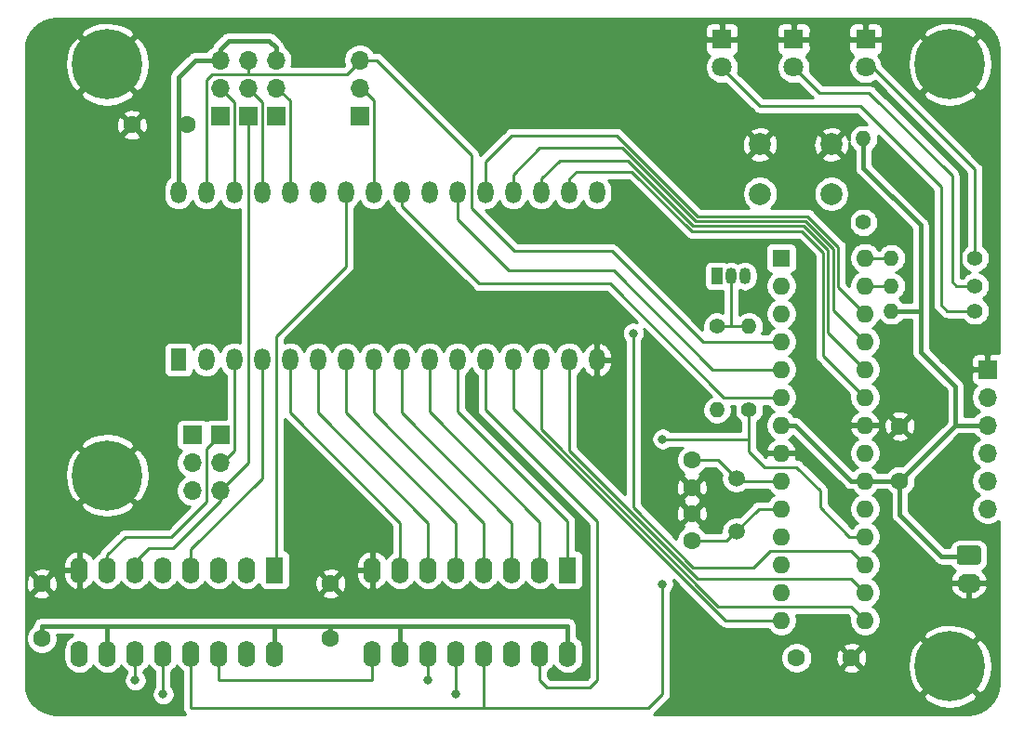
<source format=gtl>
G04 #@! TF.GenerationSoftware,KiCad,Pcbnew,5.1.9*
G04 #@! TF.CreationDate,2021-04-11T00:08:53+02:00*
G04 #@! TF.ProjectId,urp,7572702e-6b69-4636-9164-5f7063625858,rev?*
G04 #@! TF.SameCoordinates,Original*
G04 #@! TF.FileFunction,Copper,L1,Top*
G04 #@! TF.FilePolarity,Positive*
%FSLAX46Y46*%
G04 Gerber Fmt 4.6, Leading zero omitted, Abs format (unit mm)*
G04 Created by KiCad (PCBNEW 5.1.9) date 2021-04-11 00:08:53*
%MOMM*%
%LPD*%
G01*
G04 APERTURE LIST*
G04 #@! TA.AperFunction,ComponentPad*
%ADD10O,2.190000X1.740000*%
G04 #@! TD*
G04 #@! TA.AperFunction,ComponentPad*
%ADD11O,1.400000X1.400000*%
G04 #@! TD*
G04 #@! TA.AperFunction,ComponentPad*
%ADD12C,1.400000*%
G04 #@! TD*
G04 #@! TA.AperFunction,ComponentPad*
%ADD13R,1.050000X1.500000*%
G04 #@! TD*
G04 #@! TA.AperFunction,ComponentPad*
%ADD14O,1.050000X1.500000*%
G04 #@! TD*
G04 #@! TA.AperFunction,ComponentPad*
%ADD15C,1.600000*%
G04 #@! TD*
G04 #@! TA.AperFunction,ComponentPad*
%ADD16C,1.800000*%
G04 #@! TD*
G04 #@! TA.AperFunction,ComponentPad*
%ADD17R,1.800000X1.800000*%
G04 #@! TD*
G04 #@! TA.AperFunction,ComponentPad*
%ADD18O,1.700000X1.700000*%
G04 #@! TD*
G04 #@! TA.AperFunction,ComponentPad*
%ADD19R,1.700000X1.700000*%
G04 #@! TD*
G04 #@! TA.AperFunction,ComponentPad*
%ADD20O,1.440000X2.000000*%
G04 #@! TD*
G04 #@! TA.AperFunction,ComponentPad*
%ADD21R,1.440000X2.000000*%
G04 #@! TD*
G04 #@! TA.AperFunction,ComponentPad*
%ADD22C,1.500000*%
G04 #@! TD*
G04 #@! TA.AperFunction,ComponentPad*
%ADD23C,2.000000*%
G04 #@! TD*
G04 #@! TA.AperFunction,ComponentPad*
%ADD24C,6.400000*%
G04 #@! TD*
G04 #@! TA.AperFunction,ComponentPad*
%ADD25O,1.600000X2.400000*%
G04 #@! TD*
G04 #@! TA.AperFunction,ComponentPad*
%ADD26R,1.600000X2.400000*%
G04 #@! TD*
G04 #@! TA.AperFunction,ComponentPad*
%ADD27R,1.600000X1.600000*%
G04 #@! TD*
G04 #@! TA.AperFunction,ComponentPad*
%ADD28O,1.600000X1.600000*%
G04 #@! TD*
G04 #@! TA.AperFunction,ViaPad*
%ADD29C,0.800000*%
G04 #@! TD*
G04 #@! TA.AperFunction,Conductor*
%ADD30C,0.381000*%
G04 #@! TD*
G04 #@! TA.AperFunction,Conductor*
%ADD31C,0.250000*%
G04 #@! TD*
G04 #@! TA.AperFunction,Conductor*
%ADD32C,0.254000*%
G04 #@! TD*
G04 #@! TA.AperFunction,Conductor*
%ADD33C,0.100000*%
G04 #@! TD*
G04 APERTURE END LIST*
D10*
G04 #@! TO.P,J3,2*
G04 #@! TO.N,GND*
X141550000Y-132340000D03*
G04 #@! TO.P,J3,1*
G04 #@! TO.N,+5V*
G04 #@! TA.AperFunction,ComponentPad*
G36*
G01*
X140704999Y-128930000D02*
X142395001Y-128930000D01*
G75*
G02*
X142645000Y-129179999I0J-249999D01*
G01*
X142645000Y-130420001D01*
G75*
G02*
X142395001Y-130670000I-249999J0D01*
G01*
X140704999Y-130670000D01*
G75*
G02*
X140455000Y-130420001I0J249999D01*
G01*
X140455000Y-129179999D01*
G75*
G02*
X140704999Y-128930000I249999J0D01*
G01*
G37*
G04 #@! TD.AperFunction*
G04 #@! TD*
D11*
G04 #@! TO.P,R6,2*
G04 #@! TO.N,Net-(Q1-Pad2)*
X121548000Y-108932000D03*
D12*
G04 #@! TO.P,R6,1*
G04 #@! TO.N,/PowerControl*
X121548000Y-116552000D03*
G04 #@! TD*
D11*
G04 #@! TO.P,R5,2*
G04 #@! TO.N,+5V*
X118627000Y-116552000D03*
D12*
G04 #@! TO.P,R5,1*
G04 #@! TO.N,Net-(Q1-Pad2)*
X118627000Y-108932000D03*
G04 #@! TD*
D13*
G04 #@! TO.P,Q1,1*
G04 #@! TO.N,+5V*
X118627000Y-104360000D03*
D14*
G04 #@! TO.P,Q1,3*
G04 #@! TO.N,/VCC*
X121167000Y-104360000D03*
G04 #@! TO.P,Q1,2*
G04 #@! TO.N,Net-(Q1-Pad2)*
X119897000Y-104360000D03*
G04 #@! TD*
D15*
G04 #@! TO.P,C3,2*
G04 #@! TO.N,GND*
X65367000Y-90580500D03*
G04 #@! TO.P,C3,1*
G04 #@! TO.N,/VCC*
X70367000Y-90580500D03*
G04 #@! TD*
D11*
G04 #@! TO.P,R2,2*
G04 #@! TO.N,+5V*
X134502000Y-107535000D03*
D12*
G04 #@! TO.P,R2,1*
G04 #@! TO.N,Net-(D1-Pad2)*
X142122000Y-107535000D03*
G04 #@! TD*
D16*
G04 #@! TO.P,D1,2*
G04 #@! TO.N,Net-(D1-Pad2)*
X119071500Y-85310000D03*
D17*
G04 #@! TO.P,D1,1*
G04 #@! TO.N,GND*
X119071500Y-82770000D03*
G04 #@! TD*
D11*
G04 #@! TO.P,R4,2*
G04 #@! TO.N,/LEDB*
X134502000Y-102709000D03*
D12*
G04 #@! TO.P,R4,1*
G04 #@! TO.N,Net-(D3-Pad2)*
X142122000Y-102709000D03*
G04 #@! TD*
D11*
G04 #@! TO.P,R3,2*
G04 #@! TO.N,/LEDA*
X134502000Y-105249000D03*
D12*
G04 #@! TO.P,R3,1*
G04 #@! TO.N,Net-(D2-Pad2)*
X142122000Y-105249000D03*
G04 #@! TD*
D16*
G04 #@! TO.P,D3,2*
G04 #@! TO.N,Net-(D3-Pad2)*
X132152500Y-85310000D03*
D17*
G04 #@! TO.P,D3,1*
G04 #@! TO.N,GND*
X132152500Y-82770000D03*
G04 #@! TD*
D16*
G04 #@! TO.P,D2,2*
G04 #@! TO.N,Net-(D2-Pad2)*
X125612000Y-85310000D03*
D17*
G04 #@! TO.P,D2,1*
G04 #@! TO.N,GND*
X125612000Y-82770000D03*
G04 #@! TD*
D18*
G04 #@! TO.P,JP6,3*
G04 #@! TO.N,/VCC*
X73415000Y-84675000D03*
G04 #@! TO.P,JP6,2*
G04 #@! TO.N,/NC'*
X73415000Y-87215000D03*
D19*
G04 #@! TO.P,JP6,1*
G04 #@! TO.N,Net-(JP6-Pad1)*
X73415000Y-89755000D03*
G04 #@! TD*
D18*
G04 #@! TO.P,JP5,3*
G04 #@! TO.N,/~WE*
X75955000Y-84675000D03*
G04 #@! TO.P,JP5,2*
G04 #@! TO.N,/a14'*
X75955000Y-87215000D03*
D19*
G04 #@! TO.P,JP5,1*
G04 #@! TO.N,/a14*
X75955000Y-89755000D03*
G04 #@! TD*
D18*
G04 #@! TO.P,JP4,3*
G04 #@! TO.N,/VCC*
X78495000Y-84675000D03*
G04 #@! TO.P,JP4,2*
G04 #@! TO.N,/a13'*
X78495000Y-87215000D03*
D19*
G04 #@! TO.P,JP4,1*
G04 #@! TO.N,/a13*
X78495000Y-89755000D03*
G04 #@! TD*
D18*
G04 #@! TO.P,JP3,3*
G04 #@! TO.N,/~WE*
X86115000Y-84675000D03*
G04 #@! TO.P,JP3,2*
G04 #@! TO.N,/a11'*
X86115000Y-87215000D03*
D19*
G04 #@! TO.P,JP3,1*
G04 #@! TO.N,/a11*
X86115000Y-89755000D03*
G04 #@! TD*
D18*
G04 #@! TO.P,JP2,3*
G04 #@! TO.N,/a14*
X73415000Y-123918000D03*
G04 #@! TO.P,JP2,2*
G04 #@! TO.N,/a15'*
X73415000Y-121378000D03*
D19*
G04 #@! TO.P,JP2,1*
G04 #@! TO.N,/a15*
X73415000Y-118838000D03*
G04 #@! TD*
D18*
G04 #@! TO.P,JP1,3*
G04 #@! TO.N,Net-(JP1-Pad3)*
X70875000Y-123918000D03*
G04 #@! TO.P,JP1,2*
G04 #@! TO.N,/a16'*
X70875000Y-121378000D03*
D19*
G04 #@! TO.P,JP1,1*
G04 #@! TO.N,/a16*
X70875000Y-118838000D03*
G04 #@! TD*
D20*
G04 #@! TO.P,J2,17*
G04 #@! TO.N,/d3*
X107705000Y-96740000D03*
G04 #@! TO.P,J2,16*
G04 #@! TO.N,GND*
X107705000Y-111980000D03*
G04 #@! TO.P,J2,18*
G04 #@! TO.N,/d4*
X105165000Y-96740000D03*
G04 #@! TO.P,J2,15*
G04 #@! TO.N,/d2*
X105165000Y-111980000D03*
G04 #@! TO.P,J2,19*
G04 #@! TO.N,/d5*
X102625000Y-96740000D03*
G04 #@! TO.P,J2,14*
G04 #@! TO.N,/d1*
X102625000Y-111980000D03*
G04 #@! TO.P,J2,20*
G04 #@! TO.N,/d6*
X100085000Y-96740000D03*
G04 #@! TO.P,J2,13*
G04 #@! TO.N,/d0*
X100085000Y-111980000D03*
G04 #@! TO.P,J2,21*
G04 #@! TO.N,/d7*
X97545000Y-96740000D03*
G04 #@! TO.P,J2,12*
G04 #@! TO.N,/a0*
X97545000Y-111980000D03*
G04 #@! TO.P,J2,22*
G04 #@! TO.N,/~CE*
X95005000Y-96740000D03*
G04 #@! TO.P,J2,11*
G04 #@! TO.N,/a1*
X95005000Y-111980000D03*
G04 #@! TO.P,J2,23*
G04 #@! TO.N,/a10*
X92465000Y-96740000D03*
G04 #@! TO.P,J2,10*
G04 #@! TO.N,/a2*
X92465000Y-111980000D03*
G04 #@! TO.P,J2,24*
G04 #@! TO.N,/~OE*
X89925000Y-96740000D03*
G04 #@! TO.P,J2,9*
G04 #@! TO.N,/a3*
X89925000Y-111980000D03*
G04 #@! TO.P,J2,25*
G04 #@! TO.N,/a11'*
X87385000Y-96740000D03*
G04 #@! TO.P,J2,8*
G04 #@! TO.N,/a4*
X87385000Y-111980000D03*
G04 #@! TO.P,J2,26*
G04 #@! TO.N,/a9*
X84845000Y-96740000D03*
G04 #@! TO.P,J2,7*
G04 #@! TO.N,/a5*
X84845000Y-111980000D03*
G04 #@! TO.P,J2,27*
G04 #@! TO.N,/a8*
X82305000Y-96740000D03*
G04 #@! TO.P,J2,6*
G04 #@! TO.N,/a6*
X82305000Y-111980000D03*
G04 #@! TO.P,J2,28*
G04 #@! TO.N,/a13'*
X79765000Y-96740000D03*
G04 #@! TO.P,J2,5*
G04 #@! TO.N,/a7*
X79765000Y-111980000D03*
G04 #@! TO.P,J2,29*
G04 #@! TO.N,/a14'*
X77225000Y-96740000D03*
G04 #@! TO.P,J2,4*
G04 #@! TO.N,/a12*
X77225000Y-111980000D03*
G04 #@! TO.P,J2,30*
G04 #@! TO.N,/NC'*
X74685000Y-96740000D03*
G04 #@! TO.P,J2,3*
G04 #@! TO.N,/a15'*
X74685000Y-111980000D03*
G04 #@! TO.P,J2,31*
G04 #@! TO.N,/~WE*
X72145000Y-96740000D03*
G04 #@! TO.P,J2,2*
G04 #@! TO.N,/a16'*
X72145000Y-111980000D03*
G04 #@! TO.P,J2,32*
G04 #@! TO.N,/VCC*
X69605000Y-96740000D03*
D21*
G04 #@! TO.P,J2,1*
G04 #@! TO.N,Net-(J2-Pad1)*
X69605000Y-111980000D03*
G04 #@! TD*
D11*
G04 #@! TO.P,R1,2*
G04 #@! TO.N,+5V*
X131962000Y-91850500D03*
D12*
G04 #@! TO.P,R1,1*
G04 #@! TO.N,/~RESET*
X131962000Y-99470500D03*
G04 #@! TD*
D22*
G04 #@! TO.P,Y1,2*
G04 #@! TO.N,/XTAL2*
X120405000Y-127655000D03*
G04 #@! TO.P,Y1,1*
G04 #@! TO.N,/XTAL1*
X120405000Y-122775000D03*
G04 #@! TD*
D15*
G04 #@! TO.P,C7,2*
G04 #@! TO.N,GND*
X116341000Y-125990000D03*
G04 #@! TO.P,C7,1*
G04 #@! TO.N,/XTAL2*
X116341000Y-128490000D03*
G04 #@! TD*
G04 #@! TO.P,C6,2*
G04 #@! TO.N,GND*
X116341000Y-123624000D03*
G04 #@! TO.P,C6,1*
G04 #@! TO.N,/XTAL1*
X116341000Y-121124000D03*
G04 #@! TD*
G04 #@! TO.P,C4,2*
G04 #@! TO.N,GND*
X83448000Y-132380000D03*
G04 #@! TO.P,C4,1*
G04 #@! TO.N,+5V*
X83448000Y-137380000D03*
G04 #@! TD*
G04 #@! TO.P,C2,2*
G04 #@! TO.N,GND*
X130866000Y-139158000D03*
G04 #@! TO.P,C2,1*
G04 #@! TO.N,+5V*
X125866000Y-139158000D03*
G04 #@! TD*
G04 #@! TO.P,C5,2*
G04 #@! TO.N,GND*
X57159000Y-132380000D03*
G04 #@! TO.P,C5,1*
G04 #@! TO.N,+5V*
X57159000Y-137380000D03*
G04 #@! TD*
G04 #@! TO.P,C1,2*
G04 #@! TO.N,GND*
X135264000Y-118029000D03*
G04 #@! TO.P,C1,1*
G04 #@! TO.N,+5V*
X135264000Y-123029000D03*
G04 #@! TD*
D18*
G04 #@! TO.P,J1,6*
G04 #@! TO.N,Net-(J1-Pad6)*
X143265000Y-125569000D03*
G04 #@! TO.P,J1,5*
G04 #@! TO.N,/TXD*
X143265000Y-123029000D03*
G04 #@! TO.P,J1,4*
G04 #@! TO.N,/RXD*
X143265000Y-120489000D03*
G04 #@! TO.P,J1,3*
G04 #@! TO.N,+5V*
X143265000Y-117949000D03*
G04 #@! TO.P,J1,2*
G04 #@! TO.N,Net-(J1-Pad2)*
X143265000Y-115409000D03*
D19*
G04 #@! TO.P,J1,1*
G04 #@! TO.N,GND*
X143265000Y-112869000D03*
G04 #@! TD*
D23*
G04 #@! TO.P,SW1,1*
G04 #@! TO.N,/~RESET*
X122541000Y-96867000D03*
G04 #@! TO.P,SW1,2*
G04 #@! TO.N,GND*
X122541000Y-92367000D03*
G04 #@! TO.P,SW1,1*
G04 #@! TO.N,/~RESET*
X129041000Y-96867000D03*
G04 #@! TO.P,SW1,2*
G04 #@! TO.N,GND*
X129041000Y-92367000D03*
G04 #@! TD*
D24*
G04 #@! TO.P,H4,1*
G04 #@! TO.N,GND*
X139836000Y-85056000D03*
G04 #@! TD*
G04 #@! TO.P,H3,1*
G04 #@! TO.N,GND*
X63128000Y-122521000D03*
G04 #@! TD*
G04 #@! TO.P,H2,1*
G04 #@! TO.N,GND*
X63128000Y-85056000D03*
G04 #@! TD*
G04 #@! TO.P,H1,1*
G04 #@! TO.N,GND*
X139836000Y-139920000D03*
G04 #@! TD*
D25*
G04 #@! TO.P,U2,16*
G04 #@! TO.N,+5V*
X78368000Y-138777000D03*
G04 #@! TO.P,U2,8*
G04 #@! TO.N,GND*
X60588000Y-131157000D03*
G04 #@! TO.P,U2,15*
G04 #@! TO.N,/a8*
X75828000Y-138777000D03*
G04 #@! TO.P,U2,7*
G04 #@! TO.N,/a15*
X63128000Y-131157000D03*
G04 #@! TO.P,U2,14*
G04 #@! TO.N,Net-(U1-Pad9)*
X73288000Y-138777000D03*
G04 #@! TO.P,U2,6*
G04 #@! TO.N,/a14*
X65668000Y-131157000D03*
G04 #@! TO.P,U2,13*
G04 #@! TO.N,/PowerControl*
X70748000Y-138777000D03*
G04 #@! TO.P,U2,5*
G04 #@! TO.N,/a13*
X68208000Y-131157000D03*
G04 #@! TO.P,U2,12*
G04 #@! TO.N,/LATCH*
X68208000Y-138777000D03*
G04 #@! TO.P,U2,4*
G04 #@! TO.N,/a12*
X70748000Y-131157000D03*
G04 #@! TO.P,U2,11*
G04 #@! TO.N,/SHIFT*
X65668000Y-138777000D03*
G04 #@! TO.P,U2,3*
G04 #@! TO.N,/a11*
X73288000Y-131157000D03*
G04 #@! TO.P,U2,10*
G04 #@! TO.N,+5V*
X63128000Y-138777000D03*
G04 #@! TO.P,U2,2*
G04 #@! TO.N,/a10*
X75828000Y-131157000D03*
G04 #@! TO.P,U2,9*
G04 #@! TO.N,Net-(U2-Pad9)*
X60588000Y-138777000D03*
D26*
G04 #@! TO.P,U2,1*
G04 #@! TO.N,/a9*
X78368000Y-131157000D03*
G04 #@! TD*
D25*
G04 #@! TO.P,U1,16*
G04 #@! TO.N,+5V*
X105038000Y-138777000D03*
G04 #@! TO.P,U1,8*
G04 #@! TO.N,GND*
X87258000Y-131157000D03*
G04 #@! TO.P,U1,15*
G04 #@! TO.N,/a0*
X102498000Y-138777000D03*
G04 #@! TO.P,U1,7*
G04 #@! TO.N,/a7*
X89798000Y-131157000D03*
G04 #@! TO.P,U1,14*
G04 #@! TO.N,/SET*
X99958000Y-138777000D03*
G04 #@! TO.P,U1,6*
G04 #@! TO.N,/a6*
X92338000Y-131157000D03*
G04 #@! TO.P,U1,13*
G04 #@! TO.N,/PowerControl*
X97418000Y-138777000D03*
G04 #@! TO.P,U1,5*
G04 #@! TO.N,/a5*
X94878000Y-131157000D03*
G04 #@! TO.P,U1,12*
G04 #@! TO.N,/LATCH*
X94878000Y-138777000D03*
G04 #@! TO.P,U1,4*
G04 #@! TO.N,/a4*
X97418000Y-131157000D03*
G04 #@! TO.P,U1,11*
G04 #@! TO.N,/SHIFT*
X92338000Y-138777000D03*
G04 #@! TO.P,U1,3*
G04 #@! TO.N,/a3*
X99958000Y-131157000D03*
G04 #@! TO.P,U1,10*
G04 #@! TO.N,+5V*
X89798000Y-138777000D03*
G04 #@! TO.P,U1,2*
G04 #@! TO.N,/a2*
X102498000Y-131157000D03*
G04 #@! TO.P,U1,9*
G04 #@! TO.N,Net-(U1-Pad9)*
X87258000Y-138777000D03*
D26*
G04 #@! TO.P,U1,1*
G04 #@! TO.N,/a1*
X105038000Y-131157000D03*
G04 #@! TD*
D27*
G04 #@! TO.P,U3,1*
G04 #@! TO.N,/~RESET*
X124469000Y-102709000D03*
D28*
G04 #@! TO.P,U3,15*
G04 #@! TO.N,/d1*
X132089000Y-135729000D03*
G04 #@! TO.P,U3,2*
G04 #@! TO.N,/RXD*
X124469000Y-105249000D03*
G04 #@! TO.P,U3,16*
G04 #@! TO.N,/d2*
X132089000Y-133189000D03*
G04 #@! TO.P,U3,3*
G04 #@! TO.N,/TXD*
X124469000Y-107789000D03*
G04 #@! TO.P,U3,17*
G04 #@! TO.N,/d3*
X132089000Y-130649000D03*
G04 #@! TO.P,U3,4*
G04 #@! TO.N,/~WE*
X124469000Y-110329000D03*
G04 #@! TO.P,U3,18*
G04 #@! TO.N,/PowerControl*
X132089000Y-128109000D03*
G04 #@! TO.P,U3,5*
G04 #@! TO.N,/~CE*
X124469000Y-112869000D03*
G04 #@! TO.P,U3,19*
G04 #@! TO.N,/a16*
X132089000Y-125569000D03*
G04 #@! TO.P,U3,6*
G04 #@! TO.N,/~OE*
X124469000Y-115409000D03*
G04 #@! TO.P,U3,20*
G04 #@! TO.N,+5V*
X132089000Y-123029000D03*
G04 #@! TO.P,U3,7*
X124469000Y-117949000D03*
G04 #@! TO.P,U3,21*
G04 #@! TO.N,Net-(U3-Pad21)*
X132089000Y-120489000D03*
G04 #@! TO.P,U3,8*
G04 #@! TO.N,GND*
X124469000Y-120489000D03*
G04 #@! TO.P,U3,22*
X132089000Y-117949000D03*
G04 #@! TO.P,U3,9*
G04 #@! TO.N,/XTAL1*
X124469000Y-123029000D03*
G04 #@! TO.P,U3,23*
G04 #@! TO.N,/d4*
X132089000Y-115409000D03*
G04 #@! TO.P,U3,10*
G04 #@! TO.N,/XTAL2*
X124469000Y-125569000D03*
G04 #@! TO.P,U3,24*
G04 #@! TO.N,/d5*
X132089000Y-112869000D03*
G04 #@! TO.P,U3,11*
G04 #@! TO.N,/SHIFT*
X124469000Y-128109000D03*
G04 #@! TO.P,U3,25*
G04 #@! TO.N,/d6*
X132089000Y-110329000D03*
G04 #@! TO.P,U3,12*
G04 #@! TO.N,/LATCH*
X124469000Y-130649000D03*
G04 #@! TO.P,U3,26*
G04 #@! TO.N,/d7*
X132089000Y-107789000D03*
G04 #@! TO.P,U3,13*
G04 #@! TO.N,/SET*
X124469000Y-133189000D03*
G04 #@! TO.P,U3,27*
G04 #@! TO.N,/LEDA*
X132089000Y-105249000D03*
G04 #@! TO.P,U3,14*
G04 #@! TO.N,/d0*
X124469000Y-135729000D03*
G04 #@! TO.P,U3,28*
G04 #@! TO.N,/LEDB*
X132089000Y-102709000D03*
G04 #@! TD*
D29*
G04 #@! TO.N,/d3*
X111007000Y-109567000D03*
G04 #@! TO.N,/LATCH*
X68208000Y-142460000D03*
X94878000Y-142460000D03*
G04 #@! TO.N,/SHIFT*
X65668000Y-141189998D03*
X92338000Y-141190002D03*
G04 #@! TO.N,/PowerControl*
X113674000Y-119219000D03*
X113674000Y-132427000D03*
G04 #@! TD*
D30*
G04 #@! TO.N,+5V*
X89798000Y-138777000D02*
X89798000Y-136237000D01*
X89798000Y-136237000D02*
X101355000Y-136237000D01*
X57159000Y-136237000D02*
X57159000Y-137380000D01*
X63128000Y-138777000D02*
X63128000Y-136237000D01*
X83448000Y-137380000D02*
X83448000Y-136237000D01*
X89798000Y-136237000D02*
X83448000Y-136237000D01*
X78368000Y-136364000D02*
X78495000Y-136237000D01*
X78368000Y-138777000D02*
X78368000Y-136364000D01*
X78495000Y-136237000D02*
X63128000Y-136237000D01*
X83448000Y-136237000D02*
X78495000Y-136237000D01*
X105038000Y-138777000D02*
X105038000Y-136237000D01*
X105038000Y-136237000D02*
X101355000Y-136237000D01*
X132089000Y-123029000D02*
X135264000Y-123029000D01*
X125739000Y-117949000D02*
X124469000Y-117949000D01*
X130819000Y-123029000D02*
X125739000Y-117949000D01*
X132089000Y-123029000D02*
X130819000Y-123029000D01*
X135264000Y-123029000D02*
X140344000Y-117949000D01*
X140344000Y-117949000D02*
X143265000Y-117949000D01*
X58937000Y-136237000D02*
X57159000Y-136237000D01*
X63128000Y-136237000D02*
X58937000Y-136237000D01*
X134502000Y-107535000D02*
X137169000Y-107535000D01*
X137169000Y-111281500D02*
X137169000Y-107535000D01*
X140344000Y-114456500D02*
X137169000Y-111281500D01*
X140344000Y-117949000D02*
X140344000Y-114456500D01*
X137169000Y-107535000D02*
X137169000Y-99724500D01*
X137169000Y-99724500D02*
X131962000Y-94517500D01*
X131962000Y-94517500D02*
X131962000Y-91914000D01*
X135264000Y-123029000D02*
X135264000Y-126114000D01*
X135264000Y-126114000D02*
X139050000Y-129900000D01*
X139050000Y-129900000D02*
X141500000Y-129900000D01*
D31*
G04 #@! TO.N,/a0*
X97545000Y-116552000D02*
X97545000Y-111980000D01*
X107705000Y-126712000D02*
X97545000Y-116552000D01*
X107705000Y-141190000D02*
X107705000Y-126712000D01*
X107070000Y-141825000D02*
X107705000Y-141190000D01*
X103133000Y-141825000D02*
X107070000Y-141825000D01*
X102498000Y-141190000D02*
X103133000Y-141825000D01*
X102498000Y-138777000D02*
X102498000Y-141190000D01*
G04 #@! TO.N,/a7*
X89798000Y-131157000D02*
X89798000Y-128363000D01*
X79765000Y-111980000D02*
X79765000Y-116806000D01*
X89798000Y-126839000D02*
X89798000Y-128363000D01*
X79765000Y-116806000D02*
X89798000Y-126839000D01*
G04 #@! TO.N,/a6*
X92338000Y-131157000D02*
X92338000Y-126839000D01*
X92338000Y-126839000D02*
X82305000Y-116806000D01*
X82305000Y-116806000D02*
X82305000Y-112107000D01*
G04 #@! TO.N,/a5*
X84845000Y-116806000D02*
X84845000Y-112107000D01*
X94878000Y-126839000D02*
X84845000Y-116806000D01*
X94878000Y-131157000D02*
X94878000Y-126839000D01*
G04 #@! TO.N,/a4*
X87385000Y-116806000D02*
X87385000Y-111980000D01*
X97418000Y-126839000D02*
X87385000Y-116806000D01*
X97418000Y-131157000D02*
X97418000Y-126839000D01*
G04 #@! TO.N,/a3*
X99958000Y-126839000D02*
X99958000Y-131157000D01*
X89925000Y-116806000D02*
X99958000Y-126839000D01*
X89925000Y-111980000D02*
X89925000Y-116806000D01*
G04 #@! TO.N,/a2*
X92465000Y-116742500D02*
X92465000Y-111980000D01*
X102498000Y-126775500D02*
X92465000Y-116742500D01*
X102498000Y-131157000D02*
X102498000Y-126775500D01*
G04 #@! TO.N,/a1*
X95005000Y-116679000D02*
X95005000Y-111980000D01*
X105038000Y-126712000D02*
X95005000Y-116679000D01*
X105038000Y-131157000D02*
X105038000Y-126712000D01*
G04 #@! TO.N,/a15*
X63128000Y-129760000D02*
X63128000Y-131157000D01*
X64779000Y-128109000D02*
X63128000Y-129760000D01*
X68970000Y-128109000D02*
X64779000Y-128109000D01*
X72145000Y-124934000D02*
X68970000Y-128109000D01*
X72145000Y-120108000D02*
X72145000Y-124934000D01*
X73415000Y-118838000D02*
X72145000Y-120108000D01*
G04 #@! TO.N,/a14*
X73415000Y-123918000D02*
X75955000Y-121378000D01*
X65668000Y-130395000D02*
X65668000Y-131157000D01*
X66938000Y-129125000D02*
X65668000Y-130395000D01*
X69097000Y-129125000D02*
X66938000Y-129125000D01*
X73415000Y-124807000D02*
X69097000Y-129125000D01*
X73415000Y-123918000D02*
X73415000Y-124807000D01*
X75955000Y-121378000D02*
X75955000Y-89755000D01*
G04 #@! TO.N,/a12*
X77225000Y-111980000D02*
X77225000Y-122775000D01*
X77225000Y-122775000D02*
X70748000Y-129252000D01*
X70748000Y-131157000D02*
X70748000Y-129252000D01*
G04 #@! TO.N,/a9*
X78368000Y-131157000D02*
X78495000Y-131030000D01*
X78495000Y-131030000D02*
X78495000Y-109821000D01*
X78495000Y-109821000D02*
X84845000Y-103471000D01*
X84845000Y-103471000D02*
X84845000Y-96740000D01*
G04 #@! TO.N,/~OE*
X89925000Y-97990000D02*
X89925000Y-96740000D01*
X108904579Y-105052989D02*
X96987989Y-105052989D01*
X124469000Y-115409000D02*
X119260590Y-115409000D01*
X119260590Y-115409000D02*
X108904579Y-105052989D01*
X96987989Y-105052989D02*
X89925000Y-97990000D01*
G04 #@! TO.N,/~CE*
X95005000Y-99153000D02*
X95005000Y-96740000D01*
X99704000Y-103852000D02*
X95005000Y-99153000D01*
X109229000Y-103852000D02*
X99704000Y-103852000D01*
X118246000Y-112869000D02*
X109229000Y-103852000D01*
X124469000Y-112869000D02*
X118246000Y-112869000D01*
G04 #@! TO.N,/d7*
X109483000Y-91533000D02*
X99958000Y-91533000D01*
X97545000Y-93946000D02*
X97545000Y-96867000D01*
X126882000Y-98899000D02*
X116849000Y-98899000D01*
X116849000Y-98899000D02*
X109483000Y-91533000D01*
X129676000Y-101693000D02*
X126882000Y-98899000D01*
X99958000Y-91533000D02*
X97545000Y-93946000D01*
X129676000Y-105376000D02*
X129676000Y-101693000D01*
X132089000Y-107789000D02*
X129676000Y-105376000D01*
G04 #@! TO.N,/d6*
X131289001Y-109529001D02*
X132089000Y-110329000D01*
X129225989Y-107465989D02*
X131289001Y-109529001D01*
X129225989Y-101879399D02*
X129225989Y-107465989D01*
X126695601Y-99349011D02*
X129225989Y-101879399D01*
X116662600Y-99349011D02*
X126695601Y-99349011D01*
X109989589Y-92676000D02*
X116662600Y-99349011D01*
X102498000Y-92676000D02*
X109989589Y-92676000D01*
X100085000Y-95089000D02*
X102498000Y-92676000D01*
X100085000Y-96740000D02*
X100085000Y-95089000D01*
G04 #@! TO.N,/d5*
X104296000Y-93819000D02*
X102625000Y-95490000D01*
X132089000Y-112869000D02*
X128729011Y-109509011D01*
X110496180Y-93819000D02*
X104296000Y-93819000D01*
X126509202Y-99799022D02*
X116476200Y-99799022D01*
X128729011Y-102018831D02*
X126509202Y-99799022D01*
X116476200Y-99799022D02*
X110496180Y-93819000D01*
X128729011Y-109509011D02*
X128729011Y-102018831D01*
X102625000Y-95490000D02*
X102625000Y-96740000D01*
G04 #@! TO.N,/d4*
X128279000Y-111599000D02*
X132089000Y-115409000D01*
X105820000Y-94835000D02*
X110875770Y-94835000D01*
X105165000Y-96740000D02*
X105165000Y-95490000D01*
X126369770Y-100296000D02*
X128279000Y-102205230D01*
X105165000Y-95490000D02*
X105820000Y-94835000D01*
X116336770Y-100296000D02*
X126369770Y-100296000D01*
X110875770Y-94835000D02*
X116336770Y-100296000D01*
X128279000Y-102205230D02*
X128279000Y-111599000D01*
G04 #@! TO.N,/d3*
X111007000Y-125437770D02*
X111007000Y-109567000D01*
X121929000Y-130903000D02*
X116472230Y-130903000D01*
X123453000Y-129379000D02*
X121929000Y-130903000D01*
X116472230Y-130903000D02*
X111007000Y-125437770D01*
X130819000Y-129379000D02*
X123453000Y-129379000D01*
X132089000Y-130649000D02*
X130819000Y-129379000D01*
G04 #@! TO.N,/d2*
X116851820Y-131919000D02*
X105165000Y-120232180D01*
X105165000Y-113230000D02*
X105165000Y-111980000D01*
X105165000Y-120232180D02*
X105165000Y-113230000D01*
X130819000Y-131919000D02*
X116851820Y-131919000D01*
X132089000Y-133189000D02*
X130819000Y-131919000D01*
G04 #@! TO.N,/d1*
X102625000Y-111980000D02*
X102625000Y-118328590D01*
X130819000Y-134459000D02*
X131289001Y-134929001D01*
X102625000Y-118328590D02*
X118755410Y-134459000D01*
X131289001Y-134929001D02*
X132089000Y-135729000D01*
X118755410Y-134459000D02*
X130819000Y-134459000D01*
G04 #@! TO.N,/d0*
X119389000Y-135729000D02*
X100085000Y-116425000D01*
X124469000Y-135729000D02*
X119389000Y-135729000D01*
X100085000Y-116425000D02*
X100085000Y-111980000D01*
G04 #@! TO.N,/LATCH*
X68208000Y-138777000D02*
X68208000Y-142460000D01*
X94878000Y-138777000D02*
X94878000Y-142460000D01*
G04 #@! TO.N,/SHIFT*
X65668000Y-138777000D02*
X65668000Y-141189998D01*
X92338000Y-138904000D02*
X92338000Y-141190002D01*
G04 #@! TO.N,/a13'*
X79765000Y-96740000D02*
X79765000Y-88358000D01*
X79765000Y-88358000D02*
X78622000Y-87215000D01*
G04 #@! TO.N,/a14'*
X77225000Y-96740000D02*
X77225000Y-88485000D01*
X77225000Y-88485000D02*
X75955000Y-87215000D01*
G04 #@! TO.N,/a15'*
X74685000Y-111726000D02*
X74685000Y-120235000D01*
X74685000Y-120235000D02*
X73415000Y-121505000D01*
G04 #@! TO.N,/XTAL1*
X124469000Y-123029000D02*
X120659000Y-123029000D01*
X120659000Y-123029000D02*
X118754000Y-121124000D01*
X118754000Y-121124000D02*
X116341000Y-121124000D01*
G04 #@! TO.N,/XTAL2*
X124469000Y-125569000D02*
X122437000Y-125569000D01*
X122437000Y-125569000D02*
X119516000Y-128490000D01*
X119516000Y-128490000D02*
X116214000Y-128490000D01*
G04 #@! TO.N,/~WE*
X84972000Y-85945000D02*
X86242000Y-84675000D01*
X72145000Y-86453000D02*
X72653000Y-85945000D01*
X72145000Y-96740000D02*
X72145000Y-86453000D01*
X75955000Y-84675000D02*
X75955000Y-85945000D01*
X75955000Y-85945000D02*
X84972000Y-85945000D01*
X72653000Y-85945000D02*
X75955000Y-85945000D01*
X109102000Y-102074000D02*
X117357000Y-110329000D01*
X100212000Y-102074000D02*
X109102000Y-102074000D01*
X96275000Y-98137000D02*
X100212000Y-102074000D01*
X96275000Y-93311000D02*
X96275000Y-98137000D01*
X87639000Y-84675000D02*
X96275000Y-93311000D01*
X117357000Y-110329000D02*
X124469000Y-110329000D01*
X86115000Y-84675000D02*
X87639000Y-84675000D01*
G04 #@! TO.N,/PowerControl*
X97418000Y-143730000D02*
X97418000Y-138904000D01*
X70748000Y-143730000D02*
X97418000Y-143730000D01*
X70748000Y-138777000D02*
X70748000Y-143730000D01*
X122945000Y-121759000D02*
X121548000Y-120362000D01*
X125866000Y-121759000D02*
X122945000Y-121759000D01*
X128025000Y-123918000D02*
X125866000Y-121759000D01*
X128025000Y-125442000D02*
X128025000Y-123918000D01*
X130692000Y-128109000D02*
X128025000Y-125442000D01*
X132089000Y-128109000D02*
X130692000Y-128109000D01*
X121548000Y-119219000D02*
X113674000Y-119219000D01*
X121548000Y-120362000D02*
X121548000Y-119219000D01*
X121548000Y-119219000D02*
X121548000Y-116552000D01*
X112404000Y-143730000D02*
X97418000Y-143730000D01*
X113674000Y-142460000D02*
X112404000Y-143730000D01*
X113674000Y-132427000D02*
X113674000Y-142460000D01*
G04 #@! TO.N,/a11'*
X87385000Y-88358000D02*
X86369998Y-87342998D01*
X87385000Y-96740000D02*
X87385000Y-88358000D01*
G04 #@! TO.N,/NC'*
X74685000Y-96740000D02*
X74685000Y-88485000D01*
X74685000Y-88485000D02*
X73415000Y-87215000D01*
G04 #@! TO.N,Net-(U1-Pad9)*
X73288000Y-141190000D02*
X73288000Y-138904000D01*
X87258000Y-141190000D02*
X73288000Y-141190000D01*
X87258000Y-138777000D02*
X87258000Y-141190000D01*
G04 #@! TO.N,/LEDA*
X134502000Y-105249000D02*
X132406500Y-105249000D01*
G04 #@! TO.N,/LEDB*
X134502000Y-102709000D02*
X132216000Y-102709000D01*
G04 #@! TO.N,Net-(D1-Pad2)*
X139582000Y-107535000D02*
X142122000Y-107535000D01*
X139010500Y-106963500D02*
X139582000Y-107535000D01*
X139010500Y-96232000D02*
X139010500Y-106963500D01*
X131644500Y-88866000D02*
X139010500Y-96232000D01*
X122564000Y-88866000D02*
X131644500Y-88866000D01*
X119071500Y-85373500D02*
X122564000Y-88866000D01*
G04 #@! TO.N,Net-(D2-Pad2)*
X127961500Y-87659500D02*
X125675500Y-85373500D01*
X132470000Y-87659500D02*
X127961500Y-87659500D01*
X140026500Y-95216000D02*
X132470000Y-87659500D01*
X140026500Y-104868000D02*
X140026500Y-95216000D01*
X140407500Y-105249000D02*
X140026500Y-104868000D01*
X142122000Y-105249000D02*
X140407500Y-105249000D01*
G04 #@! TO.N,Net-(D3-Pad2)*
X142122000Y-94644500D02*
X142122000Y-102709000D01*
X132787500Y-85310000D02*
X142122000Y-94644500D01*
X132152500Y-85310000D02*
X132787500Y-85310000D01*
D30*
G04 #@! TO.N,/VCC*
X73415000Y-83659000D02*
X73415000Y-84675000D01*
X74177000Y-82897000D02*
X73415000Y-83659000D01*
X77860000Y-82897000D02*
X74177000Y-82897000D01*
X78495000Y-83532000D02*
X77860000Y-82897000D01*
X78495000Y-84675000D02*
X78495000Y-83532000D01*
X69605000Y-86199000D02*
X71129000Y-84675000D01*
X71129000Y-84675000D02*
X73415000Y-84675000D01*
D31*
X69732000Y-90580500D02*
X69605000Y-90707500D01*
X70367000Y-90580500D02*
X69732000Y-90580500D01*
D30*
X69605000Y-90707500D02*
X69605000Y-86199000D01*
X69605000Y-96740000D02*
X69605000Y-90707500D01*
D31*
G04 #@! TO.N,Net-(Q1-Pad2)*
X119897000Y-104360000D02*
X119897000Y-108932000D01*
X119897000Y-108932000D02*
X121421000Y-108932000D01*
X118627000Y-108932000D02*
X119897000Y-108932000D01*
G04 #@! TD*
D32*
G04 #@! TO.N,GND*
X142073458Y-80995122D02*
X142580835Y-81148309D01*
X143048788Y-81397123D01*
X143459501Y-81732093D01*
X143797332Y-82140460D01*
X144049406Y-82606660D01*
X144206130Y-83112954D01*
X144265001Y-83673082D01*
X144265001Y-111400929D01*
X144239482Y-111393188D01*
X144115000Y-111380928D01*
X143550750Y-111384000D01*
X143392000Y-111542750D01*
X143392000Y-112742000D01*
X143412000Y-112742000D01*
X143412000Y-112996000D01*
X143392000Y-112996000D01*
X143392000Y-113016000D01*
X143138000Y-113016000D01*
X143138000Y-112996000D01*
X141938750Y-112996000D01*
X141780000Y-113154750D01*
X141776928Y-113719000D01*
X141789188Y-113843482D01*
X141825498Y-113963180D01*
X141884463Y-114073494D01*
X141963815Y-114170185D01*
X142060506Y-114249537D01*
X142170820Y-114308502D01*
X142243380Y-114330513D01*
X142111525Y-114462368D01*
X141949010Y-114705589D01*
X141837068Y-114975842D01*
X141780000Y-115262740D01*
X141780000Y-115555260D01*
X141837068Y-115842158D01*
X141949010Y-116112411D01*
X142111525Y-116355632D01*
X142318368Y-116562475D01*
X142492760Y-116679000D01*
X142318368Y-116795525D01*
X142111525Y-117002368D01*
X142030587Y-117123500D01*
X141169500Y-117123500D01*
X141169500Y-114497050D01*
X141173494Y-114456499D01*
X141163701Y-114357072D01*
X141157556Y-114294674D01*
X141110353Y-114139066D01*
X141075304Y-114073494D01*
X141033699Y-113995657D01*
X140956391Y-113901458D01*
X140930541Y-113869959D01*
X140899039Y-113844106D01*
X139073933Y-112019000D01*
X141776928Y-112019000D01*
X141780000Y-112583250D01*
X141938750Y-112742000D01*
X143138000Y-112742000D01*
X143138000Y-111542750D01*
X142979250Y-111384000D01*
X142415000Y-111380928D01*
X142290518Y-111393188D01*
X142170820Y-111429498D01*
X142060506Y-111488463D01*
X141963815Y-111567815D01*
X141884463Y-111664506D01*
X141825498Y-111774820D01*
X141789188Y-111894518D01*
X141776928Y-112019000D01*
X139073933Y-112019000D01*
X137994500Y-110939568D01*
X137994500Y-107575552D01*
X137998494Y-107535000D01*
X137994500Y-107494447D01*
X137994500Y-99765050D01*
X137998494Y-99724499D01*
X137994500Y-99683947D01*
X137982556Y-99562674D01*
X137935353Y-99407066D01*
X137858699Y-99263657D01*
X137781391Y-99169458D01*
X137755541Y-99137959D01*
X137724040Y-99112107D01*
X132787500Y-94175568D01*
X132787500Y-92904509D01*
X132813013Y-92887462D01*
X132998962Y-92701513D01*
X133145061Y-92482859D01*
X133245696Y-92239905D01*
X133297000Y-91981986D01*
X133297000Y-91719014D01*
X133265785Y-91562086D01*
X138250500Y-96546802D01*
X138250501Y-106926168D01*
X138246824Y-106963500D01*
X138250501Y-107000833D01*
X138261325Y-107110724D01*
X138261498Y-107112485D01*
X138304954Y-107255746D01*
X138375526Y-107387776D01*
X138446701Y-107474502D01*
X138470500Y-107503501D01*
X138499498Y-107527299D01*
X139018200Y-108046002D01*
X139041999Y-108075001D01*
X139070997Y-108098799D01*
X139157723Y-108169974D01*
X139260106Y-108224699D01*
X139289753Y-108240546D01*
X139433014Y-108284003D01*
X139544667Y-108295000D01*
X139544676Y-108295000D01*
X139581999Y-108298676D01*
X139619322Y-108295000D01*
X141024225Y-108295000D01*
X141085038Y-108386013D01*
X141270987Y-108571962D01*
X141489641Y-108718061D01*
X141732595Y-108818696D01*
X141990514Y-108870000D01*
X142253486Y-108870000D01*
X142511405Y-108818696D01*
X142754359Y-108718061D01*
X142973013Y-108571962D01*
X143158962Y-108386013D01*
X143305061Y-108167359D01*
X143405696Y-107924405D01*
X143457000Y-107666486D01*
X143457000Y-107403514D01*
X143405696Y-107145595D01*
X143305061Y-106902641D01*
X143158962Y-106683987D01*
X142973013Y-106498038D01*
X142814315Y-106392000D01*
X142973013Y-106285962D01*
X143158962Y-106100013D01*
X143305061Y-105881359D01*
X143405696Y-105638405D01*
X143457000Y-105380486D01*
X143457000Y-105117514D01*
X143405696Y-104859595D01*
X143305061Y-104616641D01*
X143158962Y-104397987D01*
X142973013Y-104212038D01*
X142754359Y-104065939D01*
X142544470Y-103979000D01*
X142754359Y-103892061D01*
X142973013Y-103745962D01*
X143158962Y-103560013D01*
X143305061Y-103341359D01*
X143405696Y-103098405D01*
X143457000Y-102840486D01*
X143457000Y-102577514D01*
X143405696Y-102319595D01*
X143305061Y-102076641D01*
X143158962Y-101857987D01*
X142973013Y-101672038D01*
X142882000Y-101611225D01*
X142882000Y-94681822D01*
X142885676Y-94644499D01*
X142882000Y-94607176D01*
X142882000Y-94607167D01*
X142871003Y-94495514D01*
X142827546Y-94352253D01*
X142756974Y-94220224D01*
X142740398Y-94200026D01*
X142685799Y-94133496D01*
X142685795Y-94133492D01*
X142662001Y-94104499D01*
X142633009Y-94080707D01*
X136309183Y-87756881D01*
X137314724Y-87756881D01*
X137674912Y-88246548D01*
X138338882Y-88606849D01*
X139060385Y-88830694D01*
X139811695Y-88909480D01*
X140563938Y-88840178D01*
X141288208Y-88625452D01*
X141956670Y-88273555D01*
X141997088Y-88246548D01*
X142357276Y-87756881D01*
X139836000Y-85235605D01*
X137314724Y-87756881D01*
X136309183Y-87756881D01*
X133681636Y-85129335D01*
X133662215Y-85031695D01*
X135982520Y-85031695D01*
X136051822Y-85783938D01*
X136266548Y-86508208D01*
X136618445Y-87176670D01*
X136645452Y-87217088D01*
X137135119Y-87577276D01*
X139656395Y-85056000D01*
X140015605Y-85056000D01*
X142536881Y-87577276D01*
X143026548Y-87217088D01*
X143386849Y-86553118D01*
X143610694Y-85831615D01*
X143689480Y-85080305D01*
X143620178Y-84328062D01*
X143405452Y-83603792D01*
X143053555Y-82935330D01*
X143026548Y-82894912D01*
X142536881Y-82534724D01*
X140015605Y-85056000D01*
X139656395Y-85056000D01*
X137135119Y-82534724D01*
X136645452Y-82894912D01*
X136285151Y-83558882D01*
X136061306Y-84280385D01*
X135982520Y-85031695D01*
X133662215Y-85031695D01*
X133628511Y-84862257D01*
X133512799Y-84582905D01*
X133344812Y-84331495D01*
X133278373Y-84265056D01*
X133296680Y-84259502D01*
X133406994Y-84200537D01*
X133503685Y-84121185D01*
X133583037Y-84024494D01*
X133642002Y-83914180D01*
X133678312Y-83794482D01*
X133690572Y-83670000D01*
X133687500Y-83055750D01*
X133528750Y-82897000D01*
X132279500Y-82897000D01*
X132279500Y-82917000D01*
X132025500Y-82917000D01*
X132025500Y-82897000D01*
X130776250Y-82897000D01*
X130617500Y-83055750D01*
X130614428Y-83670000D01*
X130626688Y-83794482D01*
X130662998Y-83914180D01*
X130721963Y-84024494D01*
X130801315Y-84121185D01*
X130898006Y-84200537D01*
X131008320Y-84259502D01*
X131026627Y-84265056D01*
X130960188Y-84331495D01*
X130792201Y-84582905D01*
X130676489Y-84862257D01*
X130617500Y-85158816D01*
X130617500Y-85461184D01*
X130676489Y-85757743D01*
X130792201Y-86037095D01*
X130960188Y-86288505D01*
X131173995Y-86502312D01*
X131425405Y-86670299D01*
X131704757Y-86786011D01*
X132001316Y-86845000D01*
X132303684Y-86845000D01*
X132600243Y-86786011D01*
X132879595Y-86670299D01*
X132995531Y-86592833D01*
X141362000Y-94959303D01*
X141362001Y-101611225D01*
X141270987Y-101672038D01*
X141085038Y-101857987D01*
X140938939Y-102076641D01*
X140838304Y-102319595D01*
X140787000Y-102577514D01*
X140787000Y-102840486D01*
X140838304Y-103098405D01*
X140938939Y-103341359D01*
X141085038Y-103560013D01*
X141270987Y-103745962D01*
X141489641Y-103892061D01*
X141699530Y-103979000D01*
X141489641Y-104065939D01*
X141270987Y-104212038D01*
X141085038Y-104397987D01*
X141024225Y-104489000D01*
X140786500Y-104489000D01*
X140786500Y-95253325D01*
X140790176Y-95216000D01*
X140786500Y-95178675D01*
X140786500Y-95178667D01*
X140775503Y-95067014D01*
X140732046Y-94923753D01*
X140661474Y-94791724D01*
X140566501Y-94675999D01*
X140537503Y-94652201D01*
X133033804Y-87148503D01*
X133010001Y-87119499D01*
X132894276Y-87024526D01*
X132762247Y-86953954D01*
X132618986Y-86910497D01*
X132507333Y-86899500D01*
X132507322Y-86899500D01*
X132470000Y-86895824D01*
X132432678Y-86899500D01*
X128276302Y-86899500D01*
X127095731Y-85718930D01*
X127147000Y-85461184D01*
X127147000Y-85158816D01*
X127088011Y-84862257D01*
X126972299Y-84582905D01*
X126804312Y-84331495D01*
X126737873Y-84265056D01*
X126756180Y-84259502D01*
X126866494Y-84200537D01*
X126963185Y-84121185D01*
X127042537Y-84024494D01*
X127101502Y-83914180D01*
X127137812Y-83794482D01*
X127150072Y-83670000D01*
X127147000Y-83055750D01*
X126988250Y-82897000D01*
X125739000Y-82897000D01*
X125739000Y-82917000D01*
X125485000Y-82917000D01*
X125485000Y-82897000D01*
X124235750Y-82897000D01*
X124077000Y-83055750D01*
X124073928Y-83670000D01*
X124086188Y-83794482D01*
X124122498Y-83914180D01*
X124181463Y-84024494D01*
X124260815Y-84121185D01*
X124357506Y-84200537D01*
X124467820Y-84259502D01*
X124486127Y-84265056D01*
X124419688Y-84331495D01*
X124251701Y-84582905D01*
X124135989Y-84862257D01*
X124077000Y-85158816D01*
X124077000Y-85461184D01*
X124135989Y-85757743D01*
X124251701Y-86037095D01*
X124419688Y-86288505D01*
X124633495Y-86502312D01*
X124884905Y-86670299D01*
X125164257Y-86786011D01*
X125460816Y-86845000D01*
X125763184Y-86845000D01*
X126020930Y-86793731D01*
X127333198Y-88106000D01*
X122878802Y-88106000D01*
X120542542Y-85769740D01*
X120547511Y-85757743D01*
X120606500Y-85461184D01*
X120606500Y-85158816D01*
X120547511Y-84862257D01*
X120431799Y-84582905D01*
X120263812Y-84331495D01*
X120197373Y-84265056D01*
X120215680Y-84259502D01*
X120325994Y-84200537D01*
X120422685Y-84121185D01*
X120502037Y-84024494D01*
X120561002Y-83914180D01*
X120597312Y-83794482D01*
X120609572Y-83670000D01*
X120606500Y-83055750D01*
X120447750Y-82897000D01*
X119198500Y-82897000D01*
X119198500Y-82917000D01*
X118944500Y-82917000D01*
X118944500Y-82897000D01*
X117695250Y-82897000D01*
X117536500Y-83055750D01*
X117533428Y-83670000D01*
X117545688Y-83794482D01*
X117581998Y-83914180D01*
X117640963Y-84024494D01*
X117720315Y-84121185D01*
X117817006Y-84200537D01*
X117927320Y-84259502D01*
X117945627Y-84265056D01*
X117879188Y-84331495D01*
X117711201Y-84582905D01*
X117595489Y-84862257D01*
X117536500Y-85158816D01*
X117536500Y-85461184D01*
X117595489Y-85757743D01*
X117711201Y-86037095D01*
X117879188Y-86288505D01*
X118092995Y-86502312D01*
X118344405Y-86670299D01*
X118623757Y-86786011D01*
X118920316Y-86845000D01*
X119222684Y-86845000D01*
X119427465Y-86804267D01*
X122000200Y-89377002D01*
X122023999Y-89406001D01*
X122139724Y-89500974D01*
X122271753Y-89571546D01*
X122415014Y-89615003D01*
X122526667Y-89626000D01*
X122526677Y-89626000D01*
X122564000Y-89629676D01*
X122601323Y-89626000D01*
X131329699Y-89626000D01*
X132250414Y-90546715D01*
X132093486Y-90515500D01*
X131830514Y-90515500D01*
X131572595Y-90566804D01*
X131329641Y-90667439D01*
X131110987Y-90813538D01*
X130925038Y-90999487D01*
X130778939Y-91218141D01*
X130678304Y-91461095D01*
X130627000Y-91719014D01*
X130627000Y-91950703D01*
X130533795Y-91680912D01*
X130440814Y-91506956D01*
X130176413Y-91411192D01*
X129220605Y-92367000D01*
X130176413Y-93322808D01*
X130440814Y-93227044D01*
X130581704Y-92937429D01*
X130663384Y-92625892D01*
X130682718Y-92304405D01*
X130664037Y-92168180D01*
X130678304Y-92239905D01*
X130778939Y-92482859D01*
X130925038Y-92701513D01*
X131110987Y-92887462D01*
X131136501Y-92904510D01*
X131136500Y-94476949D01*
X131132506Y-94517500D01*
X131136500Y-94558050D01*
X131136500Y-94558052D01*
X131148444Y-94679325D01*
X131182540Y-94791724D01*
X131195647Y-94834933D01*
X131272301Y-94978342D01*
X131306214Y-95019665D01*
X131375459Y-95104041D01*
X131406966Y-95129898D01*
X136343501Y-100066434D01*
X136343500Y-106709500D01*
X135556009Y-106709500D01*
X135538962Y-106683987D01*
X135353013Y-106498038D01*
X135194315Y-106392000D01*
X135353013Y-106285962D01*
X135538962Y-106100013D01*
X135685061Y-105881359D01*
X135785696Y-105638405D01*
X135837000Y-105380486D01*
X135837000Y-105117514D01*
X135785696Y-104859595D01*
X135685061Y-104616641D01*
X135538962Y-104397987D01*
X135353013Y-104212038D01*
X135134359Y-104065939D01*
X134924470Y-103979000D01*
X135134359Y-103892061D01*
X135353013Y-103745962D01*
X135538962Y-103560013D01*
X135685061Y-103341359D01*
X135785696Y-103098405D01*
X135837000Y-102840486D01*
X135837000Y-102577514D01*
X135785696Y-102319595D01*
X135685061Y-102076641D01*
X135538962Y-101857987D01*
X135353013Y-101672038D01*
X135134359Y-101525939D01*
X134891405Y-101425304D01*
X134633486Y-101374000D01*
X134370514Y-101374000D01*
X134112595Y-101425304D01*
X133869641Y-101525939D01*
X133650987Y-101672038D01*
X133465038Y-101857987D01*
X133404225Y-101949000D01*
X133307043Y-101949000D01*
X133203637Y-101794241D01*
X133003759Y-101594363D01*
X132768727Y-101437320D01*
X132507574Y-101329147D01*
X132230335Y-101274000D01*
X131947665Y-101274000D01*
X131670426Y-101329147D01*
X131409273Y-101437320D01*
X131174241Y-101594363D01*
X130974363Y-101794241D01*
X130817320Y-102029273D01*
X130709147Y-102290426D01*
X130654000Y-102567665D01*
X130654000Y-102850335D01*
X130709147Y-103127574D01*
X130817320Y-103388727D01*
X130974363Y-103623759D01*
X131174241Y-103823637D01*
X131406759Y-103979000D01*
X131174241Y-104134363D01*
X130974363Y-104334241D01*
X130817320Y-104569273D01*
X130709147Y-104830426D01*
X130654000Y-105107665D01*
X130654000Y-105279199D01*
X130436000Y-105061199D01*
X130436000Y-101730325D01*
X130439676Y-101693000D01*
X130436000Y-101655675D01*
X130436000Y-101655667D01*
X130425003Y-101544014D01*
X130381546Y-101400753D01*
X130310974Y-101268724D01*
X130216001Y-101152999D01*
X130187003Y-101129201D01*
X128396816Y-99339014D01*
X130627000Y-99339014D01*
X130627000Y-99601986D01*
X130678304Y-99859905D01*
X130778939Y-100102859D01*
X130925038Y-100321513D01*
X131110987Y-100507462D01*
X131329641Y-100653561D01*
X131572595Y-100754196D01*
X131830514Y-100805500D01*
X132093486Y-100805500D01*
X132351405Y-100754196D01*
X132594359Y-100653561D01*
X132813013Y-100507462D01*
X132998962Y-100321513D01*
X133145061Y-100102859D01*
X133245696Y-99859905D01*
X133297000Y-99601986D01*
X133297000Y-99339014D01*
X133245696Y-99081095D01*
X133145061Y-98838141D01*
X132998962Y-98619487D01*
X132813013Y-98433538D01*
X132594359Y-98287439D01*
X132351405Y-98186804D01*
X132093486Y-98135500D01*
X131830514Y-98135500D01*
X131572595Y-98186804D01*
X131329641Y-98287439D01*
X131110987Y-98433538D01*
X130925038Y-98619487D01*
X130778939Y-98838141D01*
X130678304Y-99081095D01*
X130627000Y-99339014D01*
X128396816Y-99339014D01*
X127445804Y-98388003D01*
X127422001Y-98358999D01*
X127306276Y-98264026D01*
X127174247Y-98193454D01*
X127030986Y-98149997D01*
X126919333Y-98139000D01*
X126919322Y-98139000D01*
X126882000Y-98135324D01*
X126844678Y-98139000D01*
X123580239Y-98139000D01*
X123583252Y-98136987D01*
X123810987Y-97909252D01*
X123989918Y-97641463D01*
X124113168Y-97343912D01*
X124176000Y-97028033D01*
X124176000Y-96705967D01*
X127406000Y-96705967D01*
X127406000Y-97028033D01*
X127468832Y-97343912D01*
X127592082Y-97641463D01*
X127771013Y-97909252D01*
X127998748Y-98136987D01*
X128266537Y-98315918D01*
X128564088Y-98439168D01*
X128879967Y-98502000D01*
X129202033Y-98502000D01*
X129517912Y-98439168D01*
X129815463Y-98315918D01*
X130083252Y-98136987D01*
X130310987Y-97909252D01*
X130489918Y-97641463D01*
X130613168Y-97343912D01*
X130676000Y-97028033D01*
X130676000Y-96705967D01*
X130613168Y-96390088D01*
X130489918Y-96092537D01*
X130310987Y-95824748D01*
X130083252Y-95597013D01*
X129815463Y-95418082D01*
X129517912Y-95294832D01*
X129202033Y-95232000D01*
X128879967Y-95232000D01*
X128564088Y-95294832D01*
X128266537Y-95418082D01*
X127998748Y-95597013D01*
X127771013Y-95824748D01*
X127592082Y-96092537D01*
X127468832Y-96390088D01*
X127406000Y-96705967D01*
X124176000Y-96705967D01*
X124113168Y-96390088D01*
X123989918Y-96092537D01*
X123810987Y-95824748D01*
X123583252Y-95597013D01*
X123315463Y-95418082D01*
X123017912Y-95294832D01*
X122702033Y-95232000D01*
X122379967Y-95232000D01*
X122064088Y-95294832D01*
X121766537Y-95418082D01*
X121498748Y-95597013D01*
X121271013Y-95824748D01*
X121092082Y-96092537D01*
X120968832Y-96390088D01*
X120906000Y-96705967D01*
X120906000Y-97028033D01*
X120968832Y-97343912D01*
X121092082Y-97641463D01*
X121271013Y-97909252D01*
X121498748Y-98136987D01*
X121501761Y-98139000D01*
X117163802Y-98139000D01*
X112527215Y-93502413D01*
X121585192Y-93502413D01*
X121680956Y-93766814D01*
X121970571Y-93907704D01*
X122282108Y-93989384D01*
X122603595Y-94008718D01*
X122922675Y-93964961D01*
X123227088Y-93859795D01*
X123401044Y-93766814D01*
X123496808Y-93502413D01*
X128085192Y-93502413D01*
X128180956Y-93766814D01*
X128470571Y-93907704D01*
X128782108Y-93989384D01*
X129103595Y-94008718D01*
X129422675Y-93964961D01*
X129727088Y-93859795D01*
X129901044Y-93766814D01*
X129996808Y-93502413D01*
X129041000Y-92546605D01*
X128085192Y-93502413D01*
X123496808Y-93502413D01*
X122541000Y-92546605D01*
X121585192Y-93502413D01*
X112527215Y-93502413D01*
X111454397Y-92429595D01*
X120899282Y-92429595D01*
X120943039Y-92748675D01*
X121048205Y-93053088D01*
X121141186Y-93227044D01*
X121405587Y-93322808D01*
X122361395Y-92367000D01*
X122720605Y-92367000D01*
X123676413Y-93322808D01*
X123940814Y-93227044D01*
X124081704Y-92937429D01*
X124163384Y-92625892D01*
X124175189Y-92429595D01*
X127399282Y-92429595D01*
X127443039Y-92748675D01*
X127548205Y-93053088D01*
X127641186Y-93227044D01*
X127905587Y-93322808D01*
X128861395Y-92367000D01*
X127905587Y-91411192D01*
X127641186Y-91506956D01*
X127500296Y-91796571D01*
X127418616Y-92108108D01*
X127399282Y-92429595D01*
X124175189Y-92429595D01*
X124182718Y-92304405D01*
X124138961Y-91985325D01*
X124033795Y-91680912D01*
X123940814Y-91506956D01*
X123676413Y-91411192D01*
X122720605Y-92367000D01*
X122361395Y-92367000D01*
X121405587Y-91411192D01*
X121141186Y-91506956D01*
X121000296Y-91796571D01*
X120918616Y-92108108D01*
X120899282Y-92429595D01*
X111454397Y-92429595D01*
X110256389Y-91231587D01*
X121585192Y-91231587D01*
X122541000Y-92187395D01*
X123496808Y-91231587D01*
X128085192Y-91231587D01*
X129041000Y-92187395D01*
X129996808Y-91231587D01*
X129901044Y-90967186D01*
X129611429Y-90826296D01*
X129299892Y-90744616D01*
X128978405Y-90725282D01*
X128659325Y-90769039D01*
X128354912Y-90874205D01*
X128180956Y-90967186D01*
X128085192Y-91231587D01*
X123496808Y-91231587D01*
X123401044Y-90967186D01*
X123111429Y-90826296D01*
X122799892Y-90744616D01*
X122478405Y-90725282D01*
X122159325Y-90769039D01*
X121854912Y-90874205D01*
X121680956Y-90967186D01*
X121585192Y-91231587D01*
X110256389Y-91231587D01*
X110046804Y-91022003D01*
X110023001Y-90992999D01*
X109907276Y-90898026D01*
X109775247Y-90827454D01*
X109631986Y-90783997D01*
X109520333Y-90773000D01*
X109520322Y-90773000D01*
X109483000Y-90769324D01*
X109445678Y-90773000D01*
X99995322Y-90773000D01*
X99957999Y-90769324D01*
X99920676Y-90773000D01*
X99920667Y-90773000D01*
X99809014Y-90783997D01*
X99665753Y-90827454D01*
X99533724Y-90898026D01*
X99417999Y-90992999D01*
X99394201Y-91021997D01*
X97035000Y-93381199D01*
X97035000Y-93348322D01*
X97038676Y-93310999D01*
X97035000Y-93273676D01*
X97035000Y-93273667D01*
X97024003Y-93162014D01*
X96980546Y-93018753D01*
X96909974Y-92886724D01*
X96815001Y-92770999D01*
X96786004Y-92747202D01*
X88202804Y-84164003D01*
X88179001Y-84134999D01*
X88063276Y-84040026D01*
X87931247Y-83969454D01*
X87787986Y-83925997D01*
X87676333Y-83915000D01*
X87676322Y-83915000D01*
X87639000Y-83911324D01*
X87601678Y-83915000D01*
X87393178Y-83915000D01*
X87268475Y-83728368D01*
X87061632Y-83521525D01*
X86818411Y-83359010D01*
X86548158Y-83247068D01*
X86261260Y-83190000D01*
X85968740Y-83190000D01*
X85681842Y-83247068D01*
X85411589Y-83359010D01*
X85168368Y-83521525D01*
X84961525Y-83728368D01*
X84799010Y-83971589D01*
X84687068Y-84241842D01*
X84630000Y-84528740D01*
X84630000Y-84821260D01*
X84687068Y-85108158D01*
X84700826Y-85141373D01*
X84657199Y-85185000D01*
X79891103Y-85185000D01*
X79922932Y-85108158D01*
X79980000Y-84821260D01*
X79980000Y-84528740D01*
X79922932Y-84241842D01*
X79810990Y-83971589D01*
X79648475Y-83728368D01*
X79441632Y-83521525D01*
X79315138Y-83437004D01*
X79308556Y-83370174D01*
X79261353Y-83214566D01*
X79252596Y-83198183D01*
X79184699Y-83071157D01*
X79107392Y-82976958D01*
X79107389Y-82976955D01*
X79081541Y-82945459D01*
X79050044Y-82919610D01*
X78472397Y-82341965D01*
X78446541Y-82310459D01*
X78320842Y-82207301D01*
X78177434Y-82130647D01*
X78021826Y-82083444D01*
X77900553Y-82071500D01*
X77900550Y-82071500D01*
X77860000Y-82067506D01*
X77819450Y-82071500D01*
X74217550Y-82071500D01*
X74177000Y-82067506D01*
X74136449Y-82071500D01*
X74136447Y-82071500D01*
X74015174Y-82083444D01*
X73893821Y-82120256D01*
X73859566Y-82130647D01*
X73716157Y-82207301D01*
X73621958Y-82284608D01*
X73621957Y-82284609D01*
X73590459Y-82310459D01*
X73564611Y-82341956D01*
X72859965Y-83046603D01*
X72828459Y-83072459D01*
X72781622Y-83129531D01*
X72725301Y-83198158D01*
X72699158Y-83247068D01*
X72648647Y-83341567D01*
X72626010Y-83416192D01*
X72468368Y-83521525D01*
X72261525Y-83728368D01*
X72180587Y-83849500D01*
X71169542Y-83849500D01*
X71128999Y-83845507D01*
X71088456Y-83849500D01*
X71088447Y-83849500D01*
X70967174Y-83861444D01*
X70811566Y-83908647D01*
X70697805Y-83969454D01*
X70668156Y-83985302D01*
X70620401Y-84024494D01*
X70542459Y-84088459D01*
X70516606Y-84119961D01*
X69049961Y-85586607D01*
X69018460Y-85612459D01*
X68992609Y-85643959D01*
X68915301Y-85738158D01*
X68838647Y-85881567D01*
X68791445Y-86037174D01*
X68775506Y-86199000D01*
X68779501Y-86239560D01*
X68779500Y-90748052D01*
X68779501Y-90748062D01*
X68779500Y-95384584D01*
X68642235Y-95497236D01*
X68472908Y-95703561D01*
X68347086Y-95938956D01*
X68269606Y-96194375D01*
X68250000Y-96393437D01*
X68250000Y-97086564D01*
X68269606Y-97285626D01*
X68347086Y-97541045D01*
X68472908Y-97776440D01*
X68642236Y-97982765D01*
X68848561Y-98152092D01*
X69083956Y-98277914D01*
X69339375Y-98355394D01*
X69605000Y-98381556D01*
X69870626Y-98355394D01*
X70126045Y-98277914D01*
X70361440Y-98152092D01*
X70567765Y-97982765D01*
X70737092Y-97776440D01*
X70862914Y-97541045D01*
X70875000Y-97501202D01*
X70887086Y-97541045D01*
X71012908Y-97776440D01*
X71182236Y-97982765D01*
X71388561Y-98152092D01*
X71623956Y-98277914D01*
X71879375Y-98355394D01*
X72145000Y-98381556D01*
X72410626Y-98355394D01*
X72666045Y-98277914D01*
X72901440Y-98152092D01*
X73107765Y-97982765D01*
X73277092Y-97776440D01*
X73402914Y-97541045D01*
X73415000Y-97501202D01*
X73427086Y-97541045D01*
X73552908Y-97776440D01*
X73722236Y-97982765D01*
X73928561Y-98152092D01*
X74163956Y-98277914D01*
X74419375Y-98355394D01*
X74685000Y-98381556D01*
X74950626Y-98355394D01*
X75195001Y-98281264D01*
X75195000Y-110438736D01*
X74950625Y-110364606D01*
X74685000Y-110338444D01*
X74419374Y-110364606D01*
X74163955Y-110442086D01*
X73928560Y-110567908D01*
X73722235Y-110737236D01*
X73552908Y-110943561D01*
X73427086Y-111178956D01*
X73415000Y-111218798D01*
X73402914Y-111178955D01*
X73277092Y-110943560D01*
X73107764Y-110737235D01*
X72901439Y-110567908D01*
X72666044Y-110442086D01*
X72410625Y-110364606D01*
X72145000Y-110338444D01*
X71879374Y-110364606D01*
X71623955Y-110442086D01*
X71388560Y-110567908D01*
X71182235Y-110737236D01*
X71012908Y-110943561D01*
X70963072Y-111036797D01*
X70963072Y-110980000D01*
X70950812Y-110855518D01*
X70914502Y-110735820D01*
X70855537Y-110625506D01*
X70776185Y-110528815D01*
X70679494Y-110449463D01*
X70569180Y-110390498D01*
X70449482Y-110354188D01*
X70325000Y-110341928D01*
X68885000Y-110341928D01*
X68760518Y-110354188D01*
X68640820Y-110390498D01*
X68530506Y-110449463D01*
X68433815Y-110528815D01*
X68354463Y-110625506D01*
X68295498Y-110735820D01*
X68259188Y-110855518D01*
X68246928Y-110980000D01*
X68246928Y-112980000D01*
X68259188Y-113104482D01*
X68295498Y-113224180D01*
X68354463Y-113334494D01*
X68433815Y-113431185D01*
X68530506Y-113510537D01*
X68640820Y-113569502D01*
X68760518Y-113605812D01*
X68885000Y-113618072D01*
X70325000Y-113618072D01*
X70449482Y-113605812D01*
X70569180Y-113569502D01*
X70679494Y-113510537D01*
X70776185Y-113431185D01*
X70855537Y-113334494D01*
X70914502Y-113224180D01*
X70950812Y-113104482D01*
X70963072Y-112980000D01*
X70963072Y-112923204D01*
X71012908Y-113016440D01*
X71182236Y-113222765D01*
X71388561Y-113392092D01*
X71623956Y-113517914D01*
X71879375Y-113595394D01*
X72145000Y-113621556D01*
X72410626Y-113595394D01*
X72666045Y-113517914D01*
X72901440Y-113392092D01*
X73107765Y-113222765D01*
X73277092Y-113016440D01*
X73402914Y-112781045D01*
X73415000Y-112741202D01*
X73427086Y-112781045D01*
X73552908Y-113016440D01*
X73722236Y-113222765D01*
X73925000Y-113389170D01*
X73925001Y-117349928D01*
X72565000Y-117349928D01*
X72440518Y-117362188D01*
X72320820Y-117398498D01*
X72210506Y-117457463D01*
X72145000Y-117511222D01*
X72079494Y-117457463D01*
X71969180Y-117398498D01*
X71849482Y-117362188D01*
X71725000Y-117349928D01*
X70025000Y-117349928D01*
X69900518Y-117362188D01*
X69780820Y-117398498D01*
X69670506Y-117457463D01*
X69573815Y-117536815D01*
X69494463Y-117633506D01*
X69435498Y-117743820D01*
X69399188Y-117863518D01*
X69386928Y-117988000D01*
X69386928Y-119688000D01*
X69399188Y-119812482D01*
X69435498Y-119932180D01*
X69494463Y-120042494D01*
X69573815Y-120139185D01*
X69670506Y-120218537D01*
X69780820Y-120277502D01*
X69853380Y-120299513D01*
X69721525Y-120431368D01*
X69559010Y-120674589D01*
X69447068Y-120944842D01*
X69390000Y-121231740D01*
X69390000Y-121524260D01*
X69447068Y-121811158D01*
X69559010Y-122081411D01*
X69721525Y-122324632D01*
X69928368Y-122531475D01*
X70102760Y-122648000D01*
X69928368Y-122764525D01*
X69721525Y-122971368D01*
X69559010Y-123214589D01*
X69447068Y-123484842D01*
X69390000Y-123771740D01*
X69390000Y-124064260D01*
X69447068Y-124351158D01*
X69559010Y-124621411D01*
X69721525Y-124864632D01*
X69928368Y-125071475D01*
X70171589Y-125233990D01*
X70441842Y-125345932D01*
X70622359Y-125381839D01*
X68655199Y-127349000D01*
X64816333Y-127349000D01*
X64779000Y-127345323D01*
X64741667Y-127349000D01*
X64630014Y-127359997D01*
X64486753Y-127403454D01*
X64354724Y-127474026D01*
X64238999Y-127568999D01*
X64215201Y-127597997D01*
X62617003Y-129196196D01*
X62587999Y-129219999D01*
X62543693Y-129273987D01*
X62493026Y-129335724D01*
X62458143Y-129400985D01*
X62422454Y-129467754D01*
X62408248Y-129514587D01*
X62326900Y-129558068D01*
X62108393Y-129737392D01*
X61929068Y-129955899D01*
X61860735Y-130083741D01*
X61710601Y-129854161D01*
X61512895Y-129652500D01*
X61279646Y-129493285D01*
X61019818Y-129382633D01*
X60937039Y-129365096D01*
X60715000Y-129487085D01*
X60715000Y-131030000D01*
X60735000Y-131030000D01*
X60735000Y-131284000D01*
X60715000Y-131284000D01*
X60715000Y-132826915D01*
X60937039Y-132948904D01*
X61019818Y-132931367D01*
X61279646Y-132820715D01*
X61512895Y-132661500D01*
X61710601Y-132459839D01*
X61860735Y-132230258D01*
X61929068Y-132358100D01*
X62108392Y-132576607D01*
X62326899Y-132755932D01*
X62576192Y-132889182D01*
X62846691Y-132971236D01*
X63128000Y-132998943D01*
X63409308Y-132971236D01*
X63679807Y-132889182D01*
X63929100Y-132755932D01*
X64147607Y-132576608D01*
X64326932Y-132358101D01*
X64398000Y-132225142D01*
X64469068Y-132358100D01*
X64648392Y-132576607D01*
X64866899Y-132755932D01*
X65116192Y-132889182D01*
X65386691Y-132971236D01*
X65668000Y-132998943D01*
X65949308Y-132971236D01*
X66219807Y-132889182D01*
X66469100Y-132755932D01*
X66687607Y-132576608D01*
X66866932Y-132358101D01*
X66938000Y-132225142D01*
X67009068Y-132358100D01*
X67188392Y-132576607D01*
X67406899Y-132755932D01*
X67656192Y-132889182D01*
X67926691Y-132971236D01*
X68208000Y-132998943D01*
X68489308Y-132971236D01*
X68759807Y-132889182D01*
X69009100Y-132755932D01*
X69227607Y-132576608D01*
X69406932Y-132358101D01*
X69478000Y-132225142D01*
X69549068Y-132358100D01*
X69728392Y-132576607D01*
X69946899Y-132755932D01*
X70196192Y-132889182D01*
X70466691Y-132971236D01*
X70748000Y-132998943D01*
X71029308Y-132971236D01*
X71299807Y-132889182D01*
X71549100Y-132755932D01*
X71767607Y-132576608D01*
X71946932Y-132358101D01*
X72018000Y-132225142D01*
X72089068Y-132358100D01*
X72268392Y-132576607D01*
X72486899Y-132755932D01*
X72736192Y-132889182D01*
X73006691Y-132971236D01*
X73288000Y-132998943D01*
X73569308Y-132971236D01*
X73839807Y-132889182D01*
X74089100Y-132755932D01*
X74307607Y-132576608D01*
X74486932Y-132358101D01*
X74558000Y-132225142D01*
X74629068Y-132358100D01*
X74808392Y-132576607D01*
X75026899Y-132755932D01*
X75276192Y-132889182D01*
X75546691Y-132971236D01*
X75828000Y-132998943D01*
X76109308Y-132971236D01*
X76379807Y-132889182D01*
X76629100Y-132755932D01*
X76847607Y-132576608D01*
X76940419Y-132463517D01*
X76942188Y-132481482D01*
X76978498Y-132601180D01*
X77037463Y-132711494D01*
X77116815Y-132808185D01*
X77213506Y-132887537D01*
X77323820Y-132946502D01*
X77443518Y-132982812D01*
X77568000Y-132995072D01*
X79168000Y-132995072D01*
X79292482Y-132982812D01*
X79412180Y-132946502D01*
X79522494Y-132887537D01*
X79619185Y-132808185D01*
X79698537Y-132711494D01*
X79757502Y-132601180D01*
X79793812Y-132481482D01*
X79796862Y-132450512D01*
X82007783Y-132450512D01*
X82049213Y-132730130D01*
X82144397Y-132996292D01*
X82211329Y-133121514D01*
X82455298Y-133193097D01*
X83268395Y-132380000D01*
X83627605Y-132380000D01*
X84440702Y-133193097D01*
X84684671Y-133121514D01*
X84805571Y-132866004D01*
X84874300Y-132591816D01*
X84888217Y-132309488D01*
X84846787Y-132029870D01*
X84751603Y-131763708D01*
X84684671Y-131638486D01*
X84440702Y-131566903D01*
X83627605Y-132380000D01*
X83268395Y-132380000D01*
X82455298Y-131566903D01*
X82211329Y-131638486D01*
X82090429Y-131893996D01*
X82021700Y-132168184D01*
X82007783Y-132450512D01*
X79796862Y-132450512D01*
X79806072Y-132357000D01*
X79806072Y-131387298D01*
X82634903Y-131387298D01*
X83448000Y-132200395D01*
X84261097Y-131387298D01*
X84230789Y-131284000D01*
X85823000Y-131284000D01*
X85823000Y-131684000D01*
X85875350Y-131961514D01*
X85980834Y-132223483D01*
X86135399Y-132459839D01*
X86333105Y-132661500D01*
X86566354Y-132820715D01*
X86826182Y-132931367D01*
X86908961Y-132948904D01*
X87131000Y-132826915D01*
X87131000Y-131284000D01*
X85823000Y-131284000D01*
X84230789Y-131284000D01*
X84189514Y-131143329D01*
X83934004Y-131022429D01*
X83659816Y-130953700D01*
X83377488Y-130939783D01*
X83097870Y-130981213D01*
X82831708Y-131076397D01*
X82706486Y-131143329D01*
X82634903Y-131387298D01*
X79806072Y-131387298D01*
X79806072Y-130630000D01*
X85823000Y-130630000D01*
X85823000Y-131030000D01*
X87131000Y-131030000D01*
X87131000Y-129487085D01*
X86908961Y-129365096D01*
X86826182Y-129382633D01*
X86566354Y-129493285D01*
X86333105Y-129652500D01*
X86135399Y-129854161D01*
X85980834Y-130090517D01*
X85875350Y-130352486D01*
X85823000Y-130630000D01*
X79806072Y-130630000D01*
X79806072Y-129957000D01*
X79793812Y-129832518D01*
X79757502Y-129712820D01*
X79698537Y-129602506D01*
X79619185Y-129505815D01*
X79522494Y-129426463D01*
X79412180Y-129367498D01*
X79292482Y-129331188D01*
X79255000Y-129327496D01*
X79255000Y-117370801D01*
X89038000Y-127153802D01*
X89038001Y-128325667D01*
X89038001Y-129536099D01*
X88996900Y-129558068D01*
X88778393Y-129737392D01*
X88599068Y-129955899D01*
X88530735Y-130083741D01*
X88380601Y-129854161D01*
X88182895Y-129652500D01*
X87949646Y-129493285D01*
X87689818Y-129382633D01*
X87607039Y-129365096D01*
X87385000Y-129487085D01*
X87385000Y-131030000D01*
X87405000Y-131030000D01*
X87405000Y-131284000D01*
X87385000Y-131284000D01*
X87385000Y-132826915D01*
X87607039Y-132948904D01*
X87689818Y-132931367D01*
X87949646Y-132820715D01*
X88182895Y-132661500D01*
X88380601Y-132459839D01*
X88530735Y-132230258D01*
X88599068Y-132358100D01*
X88778392Y-132576607D01*
X88996899Y-132755932D01*
X89246192Y-132889182D01*
X89516691Y-132971236D01*
X89798000Y-132998943D01*
X90079308Y-132971236D01*
X90349807Y-132889182D01*
X90599100Y-132755932D01*
X90817607Y-132576608D01*
X90996932Y-132358101D01*
X91068000Y-132225142D01*
X91139068Y-132358100D01*
X91318392Y-132576607D01*
X91536899Y-132755932D01*
X91786192Y-132889182D01*
X92056691Y-132971236D01*
X92338000Y-132998943D01*
X92619308Y-132971236D01*
X92889807Y-132889182D01*
X93139100Y-132755932D01*
X93357607Y-132576608D01*
X93536932Y-132358101D01*
X93608000Y-132225142D01*
X93679068Y-132358100D01*
X93858392Y-132576607D01*
X94076899Y-132755932D01*
X94326192Y-132889182D01*
X94596691Y-132971236D01*
X94878000Y-132998943D01*
X95159308Y-132971236D01*
X95429807Y-132889182D01*
X95679100Y-132755932D01*
X95897607Y-132576608D01*
X96076932Y-132358101D01*
X96148000Y-132225142D01*
X96219068Y-132358100D01*
X96398392Y-132576607D01*
X96616899Y-132755932D01*
X96866192Y-132889182D01*
X97136691Y-132971236D01*
X97418000Y-132998943D01*
X97699308Y-132971236D01*
X97969807Y-132889182D01*
X98219100Y-132755932D01*
X98437607Y-132576608D01*
X98616932Y-132358101D01*
X98688000Y-132225142D01*
X98759068Y-132358100D01*
X98938392Y-132576607D01*
X99156899Y-132755932D01*
X99406192Y-132889182D01*
X99676691Y-132971236D01*
X99958000Y-132998943D01*
X100239308Y-132971236D01*
X100509807Y-132889182D01*
X100759100Y-132755932D01*
X100977607Y-132576608D01*
X101156932Y-132358101D01*
X101228000Y-132225142D01*
X101299068Y-132358100D01*
X101478392Y-132576607D01*
X101696899Y-132755932D01*
X101946192Y-132889182D01*
X102216691Y-132971236D01*
X102498000Y-132998943D01*
X102779308Y-132971236D01*
X103049807Y-132889182D01*
X103299100Y-132755932D01*
X103517607Y-132576608D01*
X103610419Y-132463517D01*
X103612188Y-132481482D01*
X103648498Y-132601180D01*
X103707463Y-132711494D01*
X103786815Y-132808185D01*
X103883506Y-132887537D01*
X103993820Y-132946502D01*
X104113518Y-132982812D01*
X104238000Y-132995072D01*
X105838000Y-132995072D01*
X105962482Y-132982812D01*
X106082180Y-132946502D01*
X106192494Y-132887537D01*
X106289185Y-132808185D01*
X106368537Y-132711494D01*
X106427502Y-132601180D01*
X106463812Y-132481482D01*
X106476072Y-132357000D01*
X106476072Y-129957000D01*
X106463812Y-129832518D01*
X106427502Y-129712820D01*
X106368537Y-129602506D01*
X106289185Y-129505815D01*
X106192494Y-129426463D01*
X106082180Y-129367498D01*
X105962482Y-129331188D01*
X105838000Y-129318928D01*
X105798000Y-129318928D01*
X105798000Y-126749325D01*
X105801676Y-126712000D01*
X105798000Y-126674675D01*
X105798000Y-126674667D01*
X105787003Y-126563014D01*
X105743546Y-126419753D01*
X105672974Y-126287724D01*
X105578001Y-126171999D01*
X105549003Y-126148201D01*
X95765000Y-116364199D01*
X95765000Y-113389170D01*
X95967765Y-113222765D01*
X96137092Y-113016440D01*
X96262914Y-112781045D01*
X96275000Y-112741202D01*
X96287086Y-112781045D01*
X96412908Y-113016440D01*
X96582236Y-113222765D01*
X96785001Y-113389170D01*
X96785000Y-116514677D01*
X96781324Y-116552000D01*
X96785000Y-116589322D01*
X96785000Y-116589332D01*
X96795997Y-116700985D01*
X96834521Y-116827985D01*
X96839454Y-116844246D01*
X96910026Y-116976276D01*
X96949871Y-117024826D01*
X97004999Y-117092001D01*
X97034003Y-117115804D01*
X106945001Y-127026803D01*
X106945000Y-140875198D01*
X106755199Y-141065000D01*
X103447802Y-141065000D01*
X103258000Y-140875199D01*
X103258000Y-140397900D01*
X103299100Y-140375932D01*
X103517607Y-140196608D01*
X103696932Y-139978101D01*
X103768000Y-139845142D01*
X103839068Y-139978100D01*
X104018392Y-140196607D01*
X104236899Y-140375932D01*
X104486192Y-140509182D01*
X104756691Y-140591236D01*
X105038000Y-140618943D01*
X105319308Y-140591236D01*
X105589807Y-140509182D01*
X105839100Y-140375932D01*
X106057607Y-140196608D01*
X106236932Y-139978101D01*
X106370182Y-139728808D01*
X106452236Y-139458309D01*
X106473000Y-139247492D01*
X106473000Y-138306509D01*
X106452236Y-138095691D01*
X106370182Y-137825192D01*
X106236932Y-137575899D01*
X106057608Y-137357392D01*
X105863500Y-137198092D01*
X105863500Y-136277553D01*
X105867494Y-136237000D01*
X105854821Y-136108320D01*
X105851556Y-136075174D01*
X105804353Y-135919566D01*
X105727699Y-135776158D01*
X105624541Y-135650459D01*
X105498842Y-135547301D01*
X105355434Y-135470647D01*
X105199826Y-135423444D01*
X105038000Y-135407506D01*
X104997447Y-135411500D01*
X89838553Y-135411500D01*
X89798000Y-135407506D01*
X89757447Y-135411500D01*
X83488553Y-135411500D01*
X83448000Y-135407506D01*
X83407447Y-135411500D01*
X78535550Y-135411500D01*
X78494999Y-135407506D01*
X78454449Y-135411500D01*
X63168553Y-135411500D01*
X63128000Y-135407506D01*
X63087447Y-135411500D01*
X57199553Y-135411500D01*
X57159000Y-135407506D01*
X57118447Y-135411500D01*
X56997174Y-135423444D01*
X56841566Y-135470647D01*
X56698158Y-135547301D01*
X56572459Y-135650459D01*
X56469301Y-135776158D01*
X56392647Y-135919566D01*
X56345444Y-136075174D01*
X56332522Y-136206376D01*
X56244241Y-136265363D01*
X56044363Y-136465241D01*
X55887320Y-136700273D01*
X55779147Y-136961426D01*
X55724000Y-137238665D01*
X55724000Y-137521335D01*
X55779147Y-137798574D01*
X55887320Y-138059727D01*
X56044363Y-138294759D01*
X56244241Y-138494637D01*
X56479273Y-138651680D01*
X56740426Y-138759853D01*
X57017665Y-138815000D01*
X57300335Y-138815000D01*
X57577574Y-138759853D01*
X57838727Y-138651680D01*
X58073759Y-138494637D01*
X58273637Y-138294759D01*
X58430680Y-138059727D01*
X58538853Y-137798574D01*
X58594000Y-137521335D01*
X58594000Y-137238665D01*
X58558958Y-137062500D01*
X60003112Y-137062500D01*
X59786900Y-137178068D01*
X59568393Y-137357392D01*
X59389068Y-137575899D01*
X59255818Y-137825192D01*
X59173764Y-138095691D01*
X59153000Y-138306508D01*
X59153000Y-139247491D01*
X59173764Y-139458308D01*
X59255818Y-139728807D01*
X59389068Y-139978100D01*
X59568392Y-140196607D01*
X59786899Y-140375932D01*
X60036192Y-140509182D01*
X60306691Y-140591236D01*
X60588000Y-140618943D01*
X60869308Y-140591236D01*
X61139807Y-140509182D01*
X61389100Y-140375932D01*
X61607607Y-140196608D01*
X61786932Y-139978101D01*
X61858000Y-139845142D01*
X61929068Y-139978100D01*
X62108392Y-140196607D01*
X62326899Y-140375932D01*
X62576192Y-140509182D01*
X62846691Y-140591236D01*
X63128000Y-140618943D01*
X63409308Y-140591236D01*
X63679807Y-140509182D01*
X63929100Y-140375932D01*
X64147607Y-140196608D01*
X64326932Y-139978101D01*
X64398000Y-139845142D01*
X64469068Y-139978100D01*
X64648392Y-140196607D01*
X64866899Y-140375932D01*
X64908001Y-140397901D01*
X64908001Y-140486286D01*
X64864063Y-140530224D01*
X64750795Y-140699742D01*
X64672774Y-140888100D01*
X64633000Y-141088059D01*
X64633000Y-141291937D01*
X64672774Y-141491896D01*
X64750795Y-141680254D01*
X64864063Y-141849772D01*
X65008226Y-141993935D01*
X65177744Y-142107203D01*
X65366102Y-142185224D01*
X65566061Y-142224998D01*
X65769939Y-142224998D01*
X65969898Y-142185224D01*
X66158256Y-142107203D01*
X66327774Y-141993935D01*
X66471937Y-141849772D01*
X66585205Y-141680254D01*
X66663226Y-141491896D01*
X66703000Y-141291937D01*
X66703000Y-141088059D01*
X66663226Y-140888100D01*
X66585205Y-140699742D01*
X66471937Y-140530224D01*
X66428000Y-140486287D01*
X66428000Y-140397900D01*
X66469100Y-140375932D01*
X66687607Y-140196608D01*
X66866932Y-139978101D01*
X66938000Y-139845142D01*
X67009068Y-139978100D01*
X67188392Y-140196607D01*
X67406899Y-140375932D01*
X67448000Y-140397901D01*
X67448001Y-141756288D01*
X67404063Y-141800226D01*
X67290795Y-141969744D01*
X67212774Y-142158102D01*
X67173000Y-142358061D01*
X67173000Y-142561939D01*
X67212774Y-142761898D01*
X67290795Y-142950256D01*
X67404063Y-143119774D01*
X67548226Y-143263937D01*
X67717744Y-143377205D01*
X67906102Y-143455226D01*
X68106061Y-143495000D01*
X68309939Y-143495000D01*
X68509898Y-143455226D01*
X68698256Y-143377205D01*
X68867774Y-143263937D01*
X69011937Y-143119774D01*
X69125205Y-142950256D01*
X69203226Y-142761898D01*
X69243000Y-142561939D01*
X69243000Y-142358061D01*
X69203226Y-142158102D01*
X69125205Y-141969744D01*
X69011937Y-141800226D01*
X68968000Y-141756289D01*
X68968000Y-140397900D01*
X69009100Y-140375932D01*
X69227607Y-140196608D01*
X69406932Y-139978101D01*
X69478000Y-139845142D01*
X69549068Y-139978100D01*
X69728392Y-140196607D01*
X69946899Y-140375932D01*
X69988000Y-140397901D01*
X69988001Y-143692657D01*
X69984323Y-143730000D01*
X69998997Y-143878986D01*
X70042454Y-144022247D01*
X70113026Y-144154276D01*
X70207999Y-144270001D01*
X70232368Y-144290000D01*
X58463720Y-144290000D01*
X57901542Y-144234878D01*
X57394165Y-144081691D01*
X56926211Y-143832877D01*
X56515501Y-143497910D01*
X56177668Y-143089539D01*
X55925594Y-142623340D01*
X55768870Y-142117046D01*
X55710000Y-141556928D01*
X55710000Y-133372702D01*
X56345903Y-133372702D01*
X56417486Y-133616671D01*
X56672996Y-133737571D01*
X56947184Y-133806300D01*
X57229512Y-133820217D01*
X57509130Y-133778787D01*
X57775292Y-133683603D01*
X57900514Y-133616671D01*
X57972097Y-133372702D01*
X82634903Y-133372702D01*
X82706486Y-133616671D01*
X82961996Y-133737571D01*
X83236184Y-133806300D01*
X83518512Y-133820217D01*
X83798130Y-133778787D01*
X84064292Y-133683603D01*
X84189514Y-133616671D01*
X84261097Y-133372702D01*
X83448000Y-132559605D01*
X82634903Y-133372702D01*
X57972097Y-133372702D01*
X57159000Y-132559605D01*
X56345903Y-133372702D01*
X55710000Y-133372702D01*
X55710000Y-132450512D01*
X55718783Y-132450512D01*
X55760213Y-132730130D01*
X55855397Y-132996292D01*
X55922329Y-133121514D01*
X56166298Y-133193097D01*
X56979395Y-132380000D01*
X57338605Y-132380000D01*
X58151702Y-133193097D01*
X58395671Y-133121514D01*
X58516571Y-132866004D01*
X58585300Y-132591816D01*
X58599217Y-132309488D01*
X58557787Y-132029870D01*
X58462603Y-131763708D01*
X58395671Y-131638486D01*
X58151702Y-131566903D01*
X57338605Y-132380000D01*
X56979395Y-132380000D01*
X56166298Y-131566903D01*
X55922329Y-131638486D01*
X55801429Y-131893996D01*
X55732700Y-132168184D01*
X55718783Y-132450512D01*
X55710000Y-132450512D01*
X55710000Y-131387298D01*
X56345903Y-131387298D01*
X57159000Y-132200395D01*
X57972097Y-131387298D01*
X57941789Y-131284000D01*
X59153000Y-131284000D01*
X59153000Y-131684000D01*
X59205350Y-131961514D01*
X59310834Y-132223483D01*
X59465399Y-132459839D01*
X59663105Y-132661500D01*
X59896354Y-132820715D01*
X60156182Y-132931367D01*
X60238961Y-132948904D01*
X60461000Y-132826915D01*
X60461000Y-131284000D01*
X59153000Y-131284000D01*
X57941789Y-131284000D01*
X57900514Y-131143329D01*
X57645004Y-131022429D01*
X57370816Y-130953700D01*
X57088488Y-130939783D01*
X56808870Y-130981213D01*
X56542708Y-131076397D01*
X56417486Y-131143329D01*
X56345903Y-131387298D01*
X55710000Y-131387298D01*
X55710000Y-130630000D01*
X59153000Y-130630000D01*
X59153000Y-131030000D01*
X60461000Y-131030000D01*
X60461000Y-129487085D01*
X60238961Y-129365096D01*
X60156182Y-129382633D01*
X59896354Y-129493285D01*
X59663105Y-129652500D01*
X59465399Y-129854161D01*
X59310834Y-130090517D01*
X59205350Y-130352486D01*
X59153000Y-130630000D01*
X55710000Y-130630000D01*
X55710000Y-125221881D01*
X60606724Y-125221881D01*
X60966912Y-125711548D01*
X61630882Y-126071849D01*
X62352385Y-126295694D01*
X63103695Y-126374480D01*
X63855938Y-126305178D01*
X64580208Y-126090452D01*
X65248670Y-125738555D01*
X65289088Y-125711548D01*
X65649276Y-125221881D01*
X63128000Y-122700605D01*
X60606724Y-125221881D01*
X55710000Y-125221881D01*
X55710000Y-122496695D01*
X59274520Y-122496695D01*
X59343822Y-123248938D01*
X59558548Y-123973208D01*
X59910445Y-124641670D01*
X59937452Y-124682088D01*
X60427119Y-125042276D01*
X62948395Y-122521000D01*
X63307605Y-122521000D01*
X65828881Y-125042276D01*
X66318548Y-124682088D01*
X66678849Y-124018118D01*
X66902694Y-123296615D01*
X66981480Y-122545305D01*
X66912178Y-121793062D01*
X66697452Y-121068792D01*
X66345555Y-120400330D01*
X66318548Y-120359912D01*
X65828881Y-119999724D01*
X63307605Y-122521000D01*
X62948395Y-122521000D01*
X60427119Y-119999724D01*
X59937452Y-120359912D01*
X59577151Y-121023882D01*
X59353306Y-121745385D01*
X59274520Y-122496695D01*
X55710000Y-122496695D01*
X55710000Y-119820119D01*
X60606724Y-119820119D01*
X63128000Y-122341395D01*
X65649276Y-119820119D01*
X65289088Y-119330452D01*
X64625118Y-118970151D01*
X63903615Y-118746306D01*
X63152305Y-118667520D01*
X62400062Y-118736822D01*
X61675792Y-118951548D01*
X61007330Y-119303445D01*
X60966912Y-119330452D01*
X60606724Y-119820119D01*
X55710000Y-119820119D01*
X55710000Y-91573202D01*
X64553903Y-91573202D01*
X64625486Y-91817171D01*
X64880996Y-91938071D01*
X65155184Y-92006800D01*
X65437512Y-92020717D01*
X65717130Y-91979287D01*
X65983292Y-91884103D01*
X66108514Y-91817171D01*
X66180097Y-91573202D01*
X65367000Y-90760105D01*
X64553903Y-91573202D01*
X55710000Y-91573202D01*
X55710000Y-90651012D01*
X63926783Y-90651012D01*
X63968213Y-90930630D01*
X64063397Y-91196792D01*
X64130329Y-91322014D01*
X64374298Y-91393597D01*
X65187395Y-90580500D01*
X65546605Y-90580500D01*
X66359702Y-91393597D01*
X66603671Y-91322014D01*
X66724571Y-91066504D01*
X66793300Y-90792316D01*
X66807217Y-90509988D01*
X66765787Y-90230370D01*
X66670603Y-89964208D01*
X66603671Y-89838986D01*
X66359702Y-89767403D01*
X65546605Y-90580500D01*
X65187395Y-90580500D01*
X64374298Y-89767403D01*
X64130329Y-89838986D01*
X64009429Y-90094496D01*
X63940700Y-90368684D01*
X63926783Y-90651012D01*
X55710000Y-90651012D01*
X55710000Y-89587798D01*
X64553903Y-89587798D01*
X65367000Y-90400895D01*
X66180097Y-89587798D01*
X66108514Y-89343829D01*
X65853004Y-89222929D01*
X65578816Y-89154200D01*
X65296488Y-89140283D01*
X65016870Y-89181713D01*
X64750708Y-89276897D01*
X64625486Y-89343829D01*
X64553903Y-89587798D01*
X55710000Y-89587798D01*
X55710000Y-87756881D01*
X60606724Y-87756881D01*
X60966912Y-88246548D01*
X61630882Y-88606849D01*
X62352385Y-88830694D01*
X63103695Y-88909480D01*
X63855938Y-88840178D01*
X64580208Y-88625452D01*
X65248670Y-88273555D01*
X65289088Y-88246548D01*
X65649276Y-87756881D01*
X63128000Y-85235605D01*
X60606724Y-87756881D01*
X55710000Y-87756881D01*
X55710000Y-85031695D01*
X59274520Y-85031695D01*
X59343822Y-85783938D01*
X59558548Y-86508208D01*
X59910445Y-87176670D01*
X59937452Y-87217088D01*
X60427119Y-87577276D01*
X62948395Y-85056000D01*
X63307605Y-85056000D01*
X65828881Y-87577276D01*
X66318548Y-87217088D01*
X66678849Y-86553118D01*
X66902694Y-85831615D01*
X66981480Y-85080305D01*
X66912178Y-84328062D01*
X66697452Y-83603792D01*
X66345555Y-82935330D01*
X66318548Y-82894912D01*
X65828881Y-82534724D01*
X63307605Y-85056000D01*
X62948395Y-85056000D01*
X60427119Y-82534724D01*
X59937452Y-82894912D01*
X59577151Y-83558882D01*
X59353306Y-84280385D01*
X59274520Y-85031695D01*
X55710000Y-85031695D01*
X55710000Y-83693720D01*
X55765122Y-83131542D01*
X55918309Y-82624165D01*
X56061362Y-82355119D01*
X60606724Y-82355119D01*
X63128000Y-84876395D01*
X65649276Y-82355119D01*
X65292434Y-81870000D01*
X117533428Y-81870000D01*
X117536500Y-82484250D01*
X117695250Y-82643000D01*
X118944500Y-82643000D01*
X118944500Y-81393750D01*
X119198500Y-81393750D01*
X119198500Y-82643000D01*
X120447750Y-82643000D01*
X120606500Y-82484250D01*
X120609572Y-81870000D01*
X124073928Y-81870000D01*
X124077000Y-82484250D01*
X124235750Y-82643000D01*
X125485000Y-82643000D01*
X125485000Y-81393750D01*
X125739000Y-81393750D01*
X125739000Y-82643000D01*
X126988250Y-82643000D01*
X127147000Y-82484250D01*
X127150072Y-81870000D01*
X130614428Y-81870000D01*
X130617500Y-82484250D01*
X130776250Y-82643000D01*
X132025500Y-82643000D01*
X132025500Y-81393750D01*
X132279500Y-81393750D01*
X132279500Y-82643000D01*
X133528750Y-82643000D01*
X133687500Y-82484250D01*
X133688145Y-82355119D01*
X137314724Y-82355119D01*
X139836000Y-84876395D01*
X142357276Y-82355119D01*
X141997088Y-81865452D01*
X141333118Y-81505151D01*
X140611615Y-81281306D01*
X139860305Y-81202520D01*
X139108062Y-81271822D01*
X138383792Y-81486548D01*
X137715330Y-81838445D01*
X137674912Y-81865452D01*
X137314724Y-82355119D01*
X133688145Y-82355119D01*
X133690572Y-81870000D01*
X133678312Y-81745518D01*
X133642002Y-81625820D01*
X133583037Y-81515506D01*
X133503685Y-81418815D01*
X133406994Y-81339463D01*
X133296680Y-81280498D01*
X133176982Y-81244188D01*
X133052500Y-81231928D01*
X132438250Y-81235000D01*
X132279500Y-81393750D01*
X132025500Y-81393750D01*
X131866750Y-81235000D01*
X131252500Y-81231928D01*
X131128018Y-81244188D01*
X131008320Y-81280498D01*
X130898006Y-81339463D01*
X130801315Y-81418815D01*
X130721963Y-81515506D01*
X130662998Y-81625820D01*
X130626688Y-81745518D01*
X130614428Y-81870000D01*
X127150072Y-81870000D01*
X127137812Y-81745518D01*
X127101502Y-81625820D01*
X127042537Y-81515506D01*
X126963185Y-81418815D01*
X126866494Y-81339463D01*
X126756180Y-81280498D01*
X126636482Y-81244188D01*
X126512000Y-81231928D01*
X125897750Y-81235000D01*
X125739000Y-81393750D01*
X125485000Y-81393750D01*
X125326250Y-81235000D01*
X124712000Y-81231928D01*
X124587518Y-81244188D01*
X124467820Y-81280498D01*
X124357506Y-81339463D01*
X124260815Y-81418815D01*
X124181463Y-81515506D01*
X124122498Y-81625820D01*
X124086188Y-81745518D01*
X124073928Y-81870000D01*
X120609572Y-81870000D01*
X120597312Y-81745518D01*
X120561002Y-81625820D01*
X120502037Y-81515506D01*
X120422685Y-81418815D01*
X120325994Y-81339463D01*
X120215680Y-81280498D01*
X120095982Y-81244188D01*
X119971500Y-81231928D01*
X119357250Y-81235000D01*
X119198500Y-81393750D01*
X118944500Y-81393750D01*
X118785750Y-81235000D01*
X118171500Y-81231928D01*
X118047018Y-81244188D01*
X117927320Y-81280498D01*
X117817006Y-81339463D01*
X117720315Y-81418815D01*
X117640963Y-81515506D01*
X117581998Y-81625820D01*
X117545688Y-81745518D01*
X117533428Y-81870000D01*
X65292434Y-81870000D01*
X65289088Y-81865452D01*
X64625118Y-81505151D01*
X63903615Y-81281306D01*
X63152305Y-81202520D01*
X62400062Y-81271822D01*
X61675792Y-81486548D01*
X61007330Y-81838445D01*
X60966912Y-81865452D01*
X60606724Y-82355119D01*
X56061362Y-82355119D01*
X56167123Y-82156212D01*
X56502093Y-81745499D01*
X56910460Y-81407668D01*
X57376660Y-81155594D01*
X57882954Y-80998870D01*
X58443072Y-80940000D01*
X141511280Y-80940000D01*
X142073458Y-80995122D01*
G04 #@! TA.AperFunction,Conductor*
D33*
G36*
X142073458Y-80995122D02*
G01*
X142580835Y-81148309D01*
X143048788Y-81397123D01*
X143459501Y-81732093D01*
X143797332Y-82140460D01*
X144049406Y-82606660D01*
X144206130Y-83112954D01*
X144265001Y-83673082D01*
X144265001Y-111400929D01*
X144239482Y-111393188D01*
X144115000Y-111380928D01*
X143550750Y-111384000D01*
X143392000Y-111542750D01*
X143392000Y-112742000D01*
X143412000Y-112742000D01*
X143412000Y-112996000D01*
X143392000Y-112996000D01*
X143392000Y-113016000D01*
X143138000Y-113016000D01*
X143138000Y-112996000D01*
X141938750Y-112996000D01*
X141780000Y-113154750D01*
X141776928Y-113719000D01*
X141789188Y-113843482D01*
X141825498Y-113963180D01*
X141884463Y-114073494D01*
X141963815Y-114170185D01*
X142060506Y-114249537D01*
X142170820Y-114308502D01*
X142243380Y-114330513D01*
X142111525Y-114462368D01*
X141949010Y-114705589D01*
X141837068Y-114975842D01*
X141780000Y-115262740D01*
X141780000Y-115555260D01*
X141837068Y-115842158D01*
X141949010Y-116112411D01*
X142111525Y-116355632D01*
X142318368Y-116562475D01*
X142492760Y-116679000D01*
X142318368Y-116795525D01*
X142111525Y-117002368D01*
X142030587Y-117123500D01*
X141169500Y-117123500D01*
X141169500Y-114497050D01*
X141173494Y-114456499D01*
X141163701Y-114357072D01*
X141157556Y-114294674D01*
X141110353Y-114139066D01*
X141075304Y-114073494D01*
X141033699Y-113995657D01*
X140956391Y-113901458D01*
X140930541Y-113869959D01*
X140899039Y-113844106D01*
X139073933Y-112019000D01*
X141776928Y-112019000D01*
X141780000Y-112583250D01*
X141938750Y-112742000D01*
X143138000Y-112742000D01*
X143138000Y-111542750D01*
X142979250Y-111384000D01*
X142415000Y-111380928D01*
X142290518Y-111393188D01*
X142170820Y-111429498D01*
X142060506Y-111488463D01*
X141963815Y-111567815D01*
X141884463Y-111664506D01*
X141825498Y-111774820D01*
X141789188Y-111894518D01*
X141776928Y-112019000D01*
X139073933Y-112019000D01*
X137994500Y-110939568D01*
X137994500Y-107575552D01*
X137998494Y-107535000D01*
X137994500Y-107494447D01*
X137994500Y-99765050D01*
X137998494Y-99724499D01*
X137994500Y-99683947D01*
X137982556Y-99562674D01*
X137935353Y-99407066D01*
X137858699Y-99263657D01*
X137781391Y-99169458D01*
X137755541Y-99137959D01*
X137724040Y-99112107D01*
X132787500Y-94175568D01*
X132787500Y-92904509D01*
X132813013Y-92887462D01*
X132998962Y-92701513D01*
X133145061Y-92482859D01*
X133245696Y-92239905D01*
X133297000Y-91981986D01*
X133297000Y-91719014D01*
X133265785Y-91562086D01*
X138250500Y-96546802D01*
X138250501Y-106926168D01*
X138246824Y-106963500D01*
X138250501Y-107000833D01*
X138261325Y-107110724D01*
X138261498Y-107112485D01*
X138304954Y-107255746D01*
X138375526Y-107387776D01*
X138446701Y-107474502D01*
X138470500Y-107503501D01*
X138499498Y-107527299D01*
X139018200Y-108046002D01*
X139041999Y-108075001D01*
X139070997Y-108098799D01*
X139157723Y-108169974D01*
X139260106Y-108224699D01*
X139289753Y-108240546D01*
X139433014Y-108284003D01*
X139544667Y-108295000D01*
X139544676Y-108295000D01*
X139581999Y-108298676D01*
X139619322Y-108295000D01*
X141024225Y-108295000D01*
X141085038Y-108386013D01*
X141270987Y-108571962D01*
X141489641Y-108718061D01*
X141732595Y-108818696D01*
X141990514Y-108870000D01*
X142253486Y-108870000D01*
X142511405Y-108818696D01*
X142754359Y-108718061D01*
X142973013Y-108571962D01*
X143158962Y-108386013D01*
X143305061Y-108167359D01*
X143405696Y-107924405D01*
X143457000Y-107666486D01*
X143457000Y-107403514D01*
X143405696Y-107145595D01*
X143305061Y-106902641D01*
X143158962Y-106683987D01*
X142973013Y-106498038D01*
X142814315Y-106392000D01*
X142973013Y-106285962D01*
X143158962Y-106100013D01*
X143305061Y-105881359D01*
X143405696Y-105638405D01*
X143457000Y-105380486D01*
X143457000Y-105117514D01*
X143405696Y-104859595D01*
X143305061Y-104616641D01*
X143158962Y-104397987D01*
X142973013Y-104212038D01*
X142754359Y-104065939D01*
X142544470Y-103979000D01*
X142754359Y-103892061D01*
X142973013Y-103745962D01*
X143158962Y-103560013D01*
X143305061Y-103341359D01*
X143405696Y-103098405D01*
X143457000Y-102840486D01*
X143457000Y-102577514D01*
X143405696Y-102319595D01*
X143305061Y-102076641D01*
X143158962Y-101857987D01*
X142973013Y-101672038D01*
X142882000Y-101611225D01*
X142882000Y-94681822D01*
X142885676Y-94644499D01*
X142882000Y-94607176D01*
X142882000Y-94607167D01*
X142871003Y-94495514D01*
X142827546Y-94352253D01*
X142756974Y-94220224D01*
X142740398Y-94200026D01*
X142685799Y-94133496D01*
X142685795Y-94133492D01*
X142662001Y-94104499D01*
X142633009Y-94080707D01*
X136309183Y-87756881D01*
X137314724Y-87756881D01*
X137674912Y-88246548D01*
X138338882Y-88606849D01*
X139060385Y-88830694D01*
X139811695Y-88909480D01*
X140563938Y-88840178D01*
X141288208Y-88625452D01*
X141956670Y-88273555D01*
X141997088Y-88246548D01*
X142357276Y-87756881D01*
X139836000Y-85235605D01*
X137314724Y-87756881D01*
X136309183Y-87756881D01*
X133681636Y-85129335D01*
X133662215Y-85031695D01*
X135982520Y-85031695D01*
X136051822Y-85783938D01*
X136266548Y-86508208D01*
X136618445Y-87176670D01*
X136645452Y-87217088D01*
X137135119Y-87577276D01*
X139656395Y-85056000D01*
X140015605Y-85056000D01*
X142536881Y-87577276D01*
X143026548Y-87217088D01*
X143386849Y-86553118D01*
X143610694Y-85831615D01*
X143689480Y-85080305D01*
X143620178Y-84328062D01*
X143405452Y-83603792D01*
X143053555Y-82935330D01*
X143026548Y-82894912D01*
X142536881Y-82534724D01*
X140015605Y-85056000D01*
X139656395Y-85056000D01*
X137135119Y-82534724D01*
X136645452Y-82894912D01*
X136285151Y-83558882D01*
X136061306Y-84280385D01*
X135982520Y-85031695D01*
X133662215Y-85031695D01*
X133628511Y-84862257D01*
X133512799Y-84582905D01*
X133344812Y-84331495D01*
X133278373Y-84265056D01*
X133296680Y-84259502D01*
X133406994Y-84200537D01*
X133503685Y-84121185D01*
X133583037Y-84024494D01*
X133642002Y-83914180D01*
X133678312Y-83794482D01*
X133690572Y-83670000D01*
X133687500Y-83055750D01*
X133528750Y-82897000D01*
X132279500Y-82897000D01*
X132279500Y-82917000D01*
X132025500Y-82917000D01*
X132025500Y-82897000D01*
X130776250Y-82897000D01*
X130617500Y-83055750D01*
X130614428Y-83670000D01*
X130626688Y-83794482D01*
X130662998Y-83914180D01*
X130721963Y-84024494D01*
X130801315Y-84121185D01*
X130898006Y-84200537D01*
X131008320Y-84259502D01*
X131026627Y-84265056D01*
X130960188Y-84331495D01*
X130792201Y-84582905D01*
X130676489Y-84862257D01*
X130617500Y-85158816D01*
X130617500Y-85461184D01*
X130676489Y-85757743D01*
X130792201Y-86037095D01*
X130960188Y-86288505D01*
X131173995Y-86502312D01*
X131425405Y-86670299D01*
X131704757Y-86786011D01*
X132001316Y-86845000D01*
X132303684Y-86845000D01*
X132600243Y-86786011D01*
X132879595Y-86670299D01*
X132995531Y-86592833D01*
X141362000Y-94959303D01*
X141362001Y-101611225D01*
X141270987Y-101672038D01*
X141085038Y-101857987D01*
X140938939Y-102076641D01*
X140838304Y-102319595D01*
X140787000Y-102577514D01*
X140787000Y-102840486D01*
X140838304Y-103098405D01*
X140938939Y-103341359D01*
X141085038Y-103560013D01*
X141270987Y-103745962D01*
X141489641Y-103892061D01*
X141699530Y-103979000D01*
X141489641Y-104065939D01*
X141270987Y-104212038D01*
X141085038Y-104397987D01*
X141024225Y-104489000D01*
X140786500Y-104489000D01*
X140786500Y-95253325D01*
X140790176Y-95216000D01*
X140786500Y-95178675D01*
X140786500Y-95178667D01*
X140775503Y-95067014D01*
X140732046Y-94923753D01*
X140661474Y-94791724D01*
X140566501Y-94675999D01*
X140537503Y-94652201D01*
X133033804Y-87148503D01*
X133010001Y-87119499D01*
X132894276Y-87024526D01*
X132762247Y-86953954D01*
X132618986Y-86910497D01*
X132507333Y-86899500D01*
X132507322Y-86899500D01*
X132470000Y-86895824D01*
X132432678Y-86899500D01*
X128276302Y-86899500D01*
X127095731Y-85718930D01*
X127147000Y-85461184D01*
X127147000Y-85158816D01*
X127088011Y-84862257D01*
X126972299Y-84582905D01*
X126804312Y-84331495D01*
X126737873Y-84265056D01*
X126756180Y-84259502D01*
X126866494Y-84200537D01*
X126963185Y-84121185D01*
X127042537Y-84024494D01*
X127101502Y-83914180D01*
X127137812Y-83794482D01*
X127150072Y-83670000D01*
X127147000Y-83055750D01*
X126988250Y-82897000D01*
X125739000Y-82897000D01*
X125739000Y-82917000D01*
X125485000Y-82917000D01*
X125485000Y-82897000D01*
X124235750Y-82897000D01*
X124077000Y-83055750D01*
X124073928Y-83670000D01*
X124086188Y-83794482D01*
X124122498Y-83914180D01*
X124181463Y-84024494D01*
X124260815Y-84121185D01*
X124357506Y-84200537D01*
X124467820Y-84259502D01*
X124486127Y-84265056D01*
X124419688Y-84331495D01*
X124251701Y-84582905D01*
X124135989Y-84862257D01*
X124077000Y-85158816D01*
X124077000Y-85461184D01*
X124135989Y-85757743D01*
X124251701Y-86037095D01*
X124419688Y-86288505D01*
X124633495Y-86502312D01*
X124884905Y-86670299D01*
X125164257Y-86786011D01*
X125460816Y-86845000D01*
X125763184Y-86845000D01*
X126020930Y-86793731D01*
X127333198Y-88106000D01*
X122878802Y-88106000D01*
X120542542Y-85769740D01*
X120547511Y-85757743D01*
X120606500Y-85461184D01*
X120606500Y-85158816D01*
X120547511Y-84862257D01*
X120431799Y-84582905D01*
X120263812Y-84331495D01*
X120197373Y-84265056D01*
X120215680Y-84259502D01*
X120325994Y-84200537D01*
X120422685Y-84121185D01*
X120502037Y-84024494D01*
X120561002Y-83914180D01*
X120597312Y-83794482D01*
X120609572Y-83670000D01*
X120606500Y-83055750D01*
X120447750Y-82897000D01*
X119198500Y-82897000D01*
X119198500Y-82917000D01*
X118944500Y-82917000D01*
X118944500Y-82897000D01*
X117695250Y-82897000D01*
X117536500Y-83055750D01*
X117533428Y-83670000D01*
X117545688Y-83794482D01*
X117581998Y-83914180D01*
X117640963Y-84024494D01*
X117720315Y-84121185D01*
X117817006Y-84200537D01*
X117927320Y-84259502D01*
X117945627Y-84265056D01*
X117879188Y-84331495D01*
X117711201Y-84582905D01*
X117595489Y-84862257D01*
X117536500Y-85158816D01*
X117536500Y-85461184D01*
X117595489Y-85757743D01*
X117711201Y-86037095D01*
X117879188Y-86288505D01*
X118092995Y-86502312D01*
X118344405Y-86670299D01*
X118623757Y-86786011D01*
X118920316Y-86845000D01*
X119222684Y-86845000D01*
X119427465Y-86804267D01*
X122000200Y-89377002D01*
X122023999Y-89406001D01*
X122139724Y-89500974D01*
X122271753Y-89571546D01*
X122415014Y-89615003D01*
X122526667Y-89626000D01*
X122526677Y-89626000D01*
X122564000Y-89629676D01*
X122601323Y-89626000D01*
X131329699Y-89626000D01*
X132250414Y-90546715D01*
X132093486Y-90515500D01*
X131830514Y-90515500D01*
X131572595Y-90566804D01*
X131329641Y-90667439D01*
X131110987Y-90813538D01*
X130925038Y-90999487D01*
X130778939Y-91218141D01*
X130678304Y-91461095D01*
X130627000Y-91719014D01*
X130627000Y-91950703D01*
X130533795Y-91680912D01*
X130440814Y-91506956D01*
X130176413Y-91411192D01*
X129220605Y-92367000D01*
X130176413Y-93322808D01*
X130440814Y-93227044D01*
X130581704Y-92937429D01*
X130663384Y-92625892D01*
X130682718Y-92304405D01*
X130664037Y-92168180D01*
X130678304Y-92239905D01*
X130778939Y-92482859D01*
X130925038Y-92701513D01*
X131110987Y-92887462D01*
X131136501Y-92904510D01*
X131136500Y-94476949D01*
X131132506Y-94517500D01*
X131136500Y-94558050D01*
X131136500Y-94558052D01*
X131148444Y-94679325D01*
X131182540Y-94791724D01*
X131195647Y-94834933D01*
X131272301Y-94978342D01*
X131306214Y-95019665D01*
X131375459Y-95104041D01*
X131406966Y-95129898D01*
X136343501Y-100066434D01*
X136343500Y-106709500D01*
X135556009Y-106709500D01*
X135538962Y-106683987D01*
X135353013Y-106498038D01*
X135194315Y-106392000D01*
X135353013Y-106285962D01*
X135538962Y-106100013D01*
X135685061Y-105881359D01*
X135785696Y-105638405D01*
X135837000Y-105380486D01*
X135837000Y-105117514D01*
X135785696Y-104859595D01*
X135685061Y-104616641D01*
X135538962Y-104397987D01*
X135353013Y-104212038D01*
X135134359Y-104065939D01*
X134924470Y-103979000D01*
X135134359Y-103892061D01*
X135353013Y-103745962D01*
X135538962Y-103560013D01*
X135685061Y-103341359D01*
X135785696Y-103098405D01*
X135837000Y-102840486D01*
X135837000Y-102577514D01*
X135785696Y-102319595D01*
X135685061Y-102076641D01*
X135538962Y-101857987D01*
X135353013Y-101672038D01*
X135134359Y-101525939D01*
X134891405Y-101425304D01*
X134633486Y-101374000D01*
X134370514Y-101374000D01*
X134112595Y-101425304D01*
X133869641Y-101525939D01*
X133650987Y-101672038D01*
X133465038Y-101857987D01*
X133404225Y-101949000D01*
X133307043Y-101949000D01*
X133203637Y-101794241D01*
X133003759Y-101594363D01*
X132768727Y-101437320D01*
X132507574Y-101329147D01*
X132230335Y-101274000D01*
X131947665Y-101274000D01*
X131670426Y-101329147D01*
X131409273Y-101437320D01*
X131174241Y-101594363D01*
X130974363Y-101794241D01*
X130817320Y-102029273D01*
X130709147Y-102290426D01*
X130654000Y-102567665D01*
X130654000Y-102850335D01*
X130709147Y-103127574D01*
X130817320Y-103388727D01*
X130974363Y-103623759D01*
X131174241Y-103823637D01*
X131406759Y-103979000D01*
X131174241Y-104134363D01*
X130974363Y-104334241D01*
X130817320Y-104569273D01*
X130709147Y-104830426D01*
X130654000Y-105107665D01*
X130654000Y-105279199D01*
X130436000Y-105061199D01*
X130436000Y-101730325D01*
X130439676Y-101693000D01*
X130436000Y-101655675D01*
X130436000Y-101655667D01*
X130425003Y-101544014D01*
X130381546Y-101400753D01*
X130310974Y-101268724D01*
X130216001Y-101152999D01*
X130187003Y-101129201D01*
X128396816Y-99339014D01*
X130627000Y-99339014D01*
X130627000Y-99601986D01*
X130678304Y-99859905D01*
X130778939Y-100102859D01*
X130925038Y-100321513D01*
X131110987Y-100507462D01*
X131329641Y-100653561D01*
X131572595Y-100754196D01*
X131830514Y-100805500D01*
X132093486Y-100805500D01*
X132351405Y-100754196D01*
X132594359Y-100653561D01*
X132813013Y-100507462D01*
X132998962Y-100321513D01*
X133145061Y-100102859D01*
X133245696Y-99859905D01*
X133297000Y-99601986D01*
X133297000Y-99339014D01*
X133245696Y-99081095D01*
X133145061Y-98838141D01*
X132998962Y-98619487D01*
X132813013Y-98433538D01*
X132594359Y-98287439D01*
X132351405Y-98186804D01*
X132093486Y-98135500D01*
X131830514Y-98135500D01*
X131572595Y-98186804D01*
X131329641Y-98287439D01*
X131110987Y-98433538D01*
X130925038Y-98619487D01*
X130778939Y-98838141D01*
X130678304Y-99081095D01*
X130627000Y-99339014D01*
X128396816Y-99339014D01*
X127445804Y-98388003D01*
X127422001Y-98358999D01*
X127306276Y-98264026D01*
X127174247Y-98193454D01*
X127030986Y-98149997D01*
X126919333Y-98139000D01*
X126919322Y-98139000D01*
X126882000Y-98135324D01*
X126844678Y-98139000D01*
X123580239Y-98139000D01*
X123583252Y-98136987D01*
X123810987Y-97909252D01*
X123989918Y-97641463D01*
X124113168Y-97343912D01*
X124176000Y-97028033D01*
X124176000Y-96705967D01*
X127406000Y-96705967D01*
X127406000Y-97028033D01*
X127468832Y-97343912D01*
X127592082Y-97641463D01*
X127771013Y-97909252D01*
X127998748Y-98136987D01*
X128266537Y-98315918D01*
X128564088Y-98439168D01*
X128879967Y-98502000D01*
X129202033Y-98502000D01*
X129517912Y-98439168D01*
X129815463Y-98315918D01*
X130083252Y-98136987D01*
X130310987Y-97909252D01*
X130489918Y-97641463D01*
X130613168Y-97343912D01*
X130676000Y-97028033D01*
X130676000Y-96705967D01*
X130613168Y-96390088D01*
X130489918Y-96092537D01*
X130310987Y-95824748D01*
X130083252Y-95597013D01*
X129815463Y-95418082D01*
X129517912Y-95294832D01*
X129202033Y-95232000D01*
X128879967Y-95232000D01*
X128564088Y-95294832D01*
X128266537Y-95418082D01*
X127998748Y-95597013D01*
X127771013Y-95824748D01*
X127592082Y-96092537D01*
X127468832Y-96390088D01*
X127406000Y-96705967D01*
X124176000Y-96705967D01*
X124113168Y-96390088D01*
X123989918Y-96092537D01*
X123810987Y-95824748D01*
X123583252Y-95597013D01*
X123315463Y-95418082D01*
X123017912Y-95294832D01*
X122702033Y-95232000D01*
X122379967Y-95232000D01*
X122064088Y-95294832D01*
X121766537Y-95418082D01*
X121498748Y-95597013D01*
X121271013Y-95824748D01*
X121092082Y-96092537D01*
X120968832Y-96390088D01*
X120906000Y-96705967D01*
X120906000Y-97028033D01*
X120968832Y-97343912D01*
X121092082Y-97641463D01*
X121271013Y-97909252D01*
X121498748Y-98136987D01*
X121501761Y-98139000D01*
X117163802Y-98139000D01*
X112527215Y-93502413D01*
X121585192Y-93502413D01*
X121680956Y-93766814D01*
X121970571Y-93907704D01*
X122282108Y-93989384D01*
X122603595Y-94008718D01*
X122922675Y-93964961D01*
X123227088Y-93859795D01*
X123401044Y-93766814D01*
X123496808Y-93502413D01*
X128085192Y-93502413D01*
X128180956Y-93766814D01*
X128470571Y-93907704D01*
X128782108Y-93989384D01*
X129103595Y-94008718D01*
X129422675Y-93964961D01*
X129727088Y-93859795D01*
X129901044Y-93766814D01*
X129996808Y-93502413D01*
X129041000Y-92546605D01*
X128085192Y-93502413D01*
X123496808Y-93502413D01*
X122541000Y-92546605D01*
X121585192Y-93502413D01*
X112527215Y-93502413D01*
X111454397Y-92429595D01*
X120899282Y-92429595D01*
X120943039Y-92748675D01*
X121048205Y-93053088D01*
X121141186Y-93227044D01*
X121405587Y-93322808D01*
X122361395Y-92367000D01*
X122720605Y-92367000D01*
X123676413Y-93322808D01*
X123940814Y-93227044D01*
X124081704Y-92937429D01*
X124163384Y-92625892D01*
X124175189Y-92429595D01*
X127399282Y-92429595D01*
X127443039Y-92748675D01*
X127548205Y-93053088D01*
X127641186Y-93227044D01*
X127905587Y-93322808D01*
X128861395Y-92367000D01*
X127905587Y-91411192D01*
X127641186Y-91506956D01*
X127500296Y-91796571D01*
X127418616Y-92108108D01*
X127399282Y-92429595D01*
X124175189Y-92429595D01*
X124182718Y-92304405D01*
X124138961Y-91985325D01*
X124033795Y-91680912D01*
X123940814Y-91506956D01*
X123676413Y-91411192D01*
X122720605Y-92367000D01*
X122361395Y-92367000D01*
X121405587Y-91411192D01*
X121141186Y-91506956D01*
X121000296Y-91796571D01*
X120918616Y-92108108D01*
X120899282Y-92429595D01*
X111454397Y-92429595D01*
X110256389Y-91231587D01*
X121585192Y-91231587D01*
X122541000Y-92187395D01*
X123496808Y-91231587D01*
X128085192Y-91231587D01*
X129041000Y-92187395D01*
X129996808Y-91231587D01*
X129901044Y-90967186D01*
X129611429Y-90826296D01*
X129299892Y-90744616D01*
X128978405Y-90725282D01*
X128659325Y-90769039D01*
X128354912Y-90874205D01*
X128180956Y-90967186D01*
X128085192Y-91231587D01*
X123496808Y-91231587D01*
X123401044Y-90967186D01*
X123111429Y-90826296D01*
X122799892Y-90744616D01*
X122478405Y-90725282D01*
X122159325Y-90769039D01*
X121854912Y-90874205D01*
X121680956Y-90967186D01*
X121585192Y-91231587D01*
X110256389Y-91231587D01*
X110046804Y-91022003D01*
X110023001Y-90992999D01*
X109907276Y-90898026D01*
X109775247Y-90827454D01*
X109631986Y-90783997D01*
X109520333Y-90773000D01*
X109520322Y-90773000D01*
X109483000Y-90769324D01*
X109445678Y-90773000D01*
X99995322Y-90773000D01*
X99957999Y-90769324D01*
X99920676Y-90773000D01*
X99920667Y-90773000D01*
X99809014Y-90783997D01*
X99665753Y-90827454D01*
X99533724Y-90898026D01*
X99417999Y-90992999D01*
X99394201Y-91021997D01*
X97035000Y-93381199D01*
X97035000Y-93348322D01*
X97038676Y-93310999D01*
X97035000Y-93273676D01*
X97035000Y-93273667D01*
X97024003Y-93162014D01*
X96980546Y-93018753D01*
X96909974Y-92886724D01*
X96815001Y-92770999D01*
X96786004Y-92747202D01*
X88202804Y-84164003D01*
X88179001Y-84134999D01*
X88063276Y-84040026D01*
X87931247Y-83969454D01*
X87787986Y-83925997D01*
X87676333Y-83915000D01*
X87676322Y-83915000D01*
X87639000Y-83911324D01*
X87601678Y-83915000D01*
X87393178Y-83915000D01*
X87268475Y-83728368D01*
X87061632Y-83521525D01*
X86818411Y-83359010D01*
X86548158Y-83247068D01*
X86261260Y-83190000D01*
X85968740Y-83190000D01*
X85681842Y-83247068D01*
X85411589Y-83359010D01*
X85168368Y-83521525D01*
X84961525Y-83728368D01*
X84799010Y-83971589D01*
X84687068Y-84241842D01*
X84630000Y-84528740D01*
X84630000Y-84821260D01*
X84687068Y-85108158D01*
X84700826Y-85141373D01*
X84657199Y-85185000D01*
X79891103Y-85185000D01*
X79922932Y-85108158D01*
X79980000Y-84821260D01*
X79980000Y-84528740D01*
X79922932Y-84241842D01*
X79810990Y-83971589D01*
X79648475Y-83728368D01*
X79441632Y-83521525D01*
X79315138Y-83437004D01*
X79308556Y-83370174D01*
X79261353Y-83214566D01*
X79252596Y-83198183D01*
X79184699Y-83071157D01*
X79107392Y-82976958D01*
X79107389Y-82976955D01*
X79081541Y-82945459D01*
X79050044Y-82919610D01*
X78472397Y-82341965D01*
X78446541Y-82310459D01*
X78320842Y-82207301D01*
X78177434Y-82130647D01*
X78021826Y-82083444D01*
X77900553Y-82071500D01*
X77900550Y-82071500D01*
X77860000Y-82067506D01*
X77819450Y-82071500D01*
X74217550Y-82071500D01*
X74177000Y-82067506D01*
X74136449Y-82071500D01*
X74136447Y-82071500D01*
X74015174Y-82083444D01*
X73893821Y-82120256D01*
X73859566Y-82130647D01*
X73716157Y-82207301D01*
X73621958Y-82284608D01*
X73621957Y-82284609D01*
X73590459Y-82310459D01*
X73564611Y-82341956D01*
X72859965Y-83046603D01*
X72828459Y-83072459D01*
X72781622Y-83129531D01*
X72725301Y-83198158D01*
X72699158Y-83247068D01*
X72648647Y-83341567D01*
X72626010Y-83416192D01*
X72468368Y-83521525D01*
X72261525Y-83728368D01*
X72180587Y-83849500D01*
X71169542Y-83849500D01*
X71128999Y-83845507D01*
X71088456Y-83849500D01*
X71088447Y-83849500D01*
X70967174Y-83861444D01*
X70811566Y-83908647D01*
X70697805Y-83969454D01*
X70668156Y-83985302D01*
X70620401Y-84024494D01*
X70542459Y-84088459D01*
X70516606Y-84119961D01*
X69049961Y-85586607D01*
X69018460Y-85612459D01*
X68992609Y-85643959D01*
X68915301Y-85738158D01*
X68838647Y-85881567D01*
X68791445Y-86037174D01*
X68775506Y-86199000D01*
X68779501Y-86239560D01*
X68779500Y-90748052D01*
X68779501Y-90748062D01*
X68779500Y-95384584D01*
X68642235Y-95497236D01*
X68472908Y-95703561D01*
X68347086Y-95938956D01*
X68269606Y-96194375D01*
X68250000Y-96393437D01*
X68250000Y-97086564D01*
X68269606Y-97285626D01*
X68347086Y-97541045D01*
X68472908Y-97776440D01*
X68642236Y-97982765D01*
X68848561Y-98152092D01*
X69083956Y-98277914D01*
X69339375Y-98355394D01*
X69605000Y-98381556D01*
X69870626Y-98355394D01*
X70126045Y-98277914D01*
X70361440Y-98152092D01*
X70567765Y-97982765D01*
X70737092Y-97776440D01*
X70862914Y-97541045D01*
X70875000Y-97501202D01*
X70887086Y-97541045D01*
X71012908Y-97776440D01*
X71182236Y-97982765D01*
X71388561Y-98152092D01*
X71623956Y-98277914D01*
X71879375Y-98355394D01*
X72145000Y-98381556D01*
X72410626Y-98355394D01*
X72666045Y-98277914D01*
X72901440Y-98152092D01*
X73107765Y-97982765D01*
X73277092Y-97776440D01*
X73402914Y-97541045D01*
X73415000Y-97501202D01*
X73427086Y-97541045D01*
X73552908Y-97776440D01*
X73722236Y-97982765D01*
X73928561Y-98152092D01*
X74163956Y-98277914D01*
X74419375Y-98355394D01*
X74685000Y-98381556D01*
X74950626Y-98355394D01*
X75195001Y-98281264D01*
X75195000Y-110438736D01*
X74950625Y-110364606D01*
X74685000Y-110338444D01*
X74419374Y-110364606D01*
X74163955Y-110442086D01*
X73928560Y-110567908D01*
X73722235Y-110737236D01*
X73552908Y-110943561D01*
X73427086Y-111178956D01*
X73415000Y-111218798D01*
X73402914Y-111178955D01*
X73277092Y-110943560D01*
X73107764Y-110737235D01*
X72901439Y-110567908D01*
X72666044Y-110442086D01*
X72410625Y-110364606D01*
X72145000Y-110338444D01*
X71879374Y-110364606D01*
X71623955Y-110442086D01*
X71388560Y-110567908D01*
X71182235Y-110737236D01*
X71012908Y-110943561D01*
X70963072Y-111036797D01*
X70963072Y-110980000D01*
X70950812Y-110855518D01*
X70914502Y-110735820D01*
X70855537Y-110625506D01*
X70776185Y-110528815D01*
X70679494Y-110449463D01*
X70569180Y-110390498D01*
X70449482Y-110354188D01*
X70325000Y-110341928D01*
X68885000Y-110341928D01*
X68760518Y-110354188D01*
X68640820Y-110390498D01*
X68530506Y-110449463D01*
X68433815Y-110528815D01*
X68354463Y-110625506D01*
X68295498Y-110735820D01*
X68259188Y-110855518D01*
X68246928Y-110980000D01*
X68246928Y-112980000D01*
X68259188Y-113104482D01*
X68295498Y-113224180D01*
X68354463Y-113334494D01*
X68433815Y-113431185D01*
X68530506Y-113510537D01*
X68640820Y-113569502D01*
X68760518Y-113605812D01*
X68885000Y-113618072D01*
X70325000Y-113618072D01*
X70449482Y-113605812D01*
X70569180Y-113569502D01*
X70679494Y-113510537D01*
X70776185Y-113431185D01*
X70855537Y-113334494D01*
X70914502Y-113224180D01*
X70950812Y-113104482D01*
X70963072Y-112980000D01*
X70963072Y-112923204D01*
X71012908Y-113016440D01*
X71182236Y-113222765D01*
X71388561Y-113392092D01*
X71623956Y-113517914D01*
X71879375Y-113595394D01*
X72145000Y-113621556D01*
X72410626Y-113595394D01*
X72666045Y-113517914D01*
X72901440Y-113392092D01*
X73107765Y-113222765D01*
X73277092Y-113016440D01*
X73402914Y-112781045D01*
X73415000Y-112741202D01*
X73427086Y-112781045D01*
X73552908Y-113016440D01*
X73722236Y-113222765D01*
X73925000Y-113389170D01*
X73925001Y-117349928D01*
X72565000Y-117349928D01*
X72440518Y-117362188D01*
X72320820Y-117398498D01*
X72210506Y-117457463D01*
X72145000Y-117511222D01*
X72079494Y-117457463D01*
X71969180Y-117398498D01*
X71849482Y-117362188D01*
X71725000Y-117349928D01*
X70025000Y-117349928D01*
X69900518Y-117362188D01*
X69780820Y-117398498D01*
X69670506Y-117457463D01*
X69573815Y-117536815D01*
X69494463Y-117633506D01*
X69435498Y-117743820D01*
X69399188Y-117863518D01*
X69386928Y-117988000D01*
X69386928Y-119688000D01*
X69399188Y-119812482D01*
X69435498Y-119932180D01*
X69494463Y-120042494D01*
X69573815Y-120139185D01*
X69670506Y-120218537D01*
X69780820Y-120277502D01*
X69853380Y-120299513D01*
X69721525Y-120431368D01*
X69559010Y-120674589D01*
X69447068Y-120944842D01*
X69390000Y-121231740D01*
X69390000Y-121524260D01*
X69447068Y-121811158D01*
X69559010Y-122081411D01*
X69721525Y-122324632D01*
X69928368Y-122531475D01*
X70102760Y-122648000D01*
X69928368Y-122764525D01*
X69721525Y-122971368D01*
X69559010Y-123214589D01*
X69447068Y-123484842D01*
X69390000Y-123771740D01*
X69390000Y-124064260D01*
X69447068Y-124351158D01*
X69559010Y-124621411D01*
X69721525Y-124864632D01*
X69928368Y-125071475D01*
X70171589Y-125233990D01*
X70441842Y-125345932D01*
X70622359Y-125381839D01*
X68655199Y-127349000D01*
X64816333Y-127349000D01*
X64779000Y-127345323D01*
X64741667Y-127349000D01*
X64630014Y-127359997D01*
X64486753Y-127403454D01*
X64354724Y-127474026D01*
X64238999Y-127568999D01*
X64215201Y-127597997D01*
X62617003Y-129196196D01*
X62587999Y-129219999D01*
X62543693Y-129273987D01*
X62493026Y-129335724D01*
X62458143Y-129400985D01*
X62422454Y-129467754D01*
X62408248Y-129514587D01*
X62326900Y-129558068D01*
X62108393Y-129737392D01*
X61929068Y-129955899D01*
X61860735Y-130083741D01*
X61710601Y-129854161D01*
X61512895Y-129652500D01*
X61279646Y-129493285D01*
X61019818Y-129382633D01*
X60937039Y-129365096D01*
X60715000Y-129487085D01*
X60715000Y-131030000D01*
X60735000Y-131030000D01*
X60735000Y-131284000D01*
X60715000Y-131284000D01*
X60715000Y-132826915D01*
X60937039Y-132948904D01*
X61019818Y-132931367D01*
X61279646Y-132820715D01*
X61512895Y-132661500D01*
X61710601Y-132459839D01*
X61860735Y-132230258D01*
X61929068Y-132358100D01*
X62108392Y-132576607D01*
X62326899Y-132755932D01*
X62576192Y-132889182D01*
X62846691Y-132971236D01*
X63128000Y-132998943D01*
X63409308Y-132971236D01*
X63679807Y-132889182D01*
X63929100Y-132755932D01*
X64147607Y-132576608D01*
X64326932Y-132358101D01*
X64398000Y-132225142D01*
X64469068Y-132358100D01*
X64648392Y-132576607D01*
X64866899Y-132755932D01*
X65116192Y-132889182D01*
X65386691Y-132971236D01*
X65668000Y-132998943D01*
X65949308Y-132971236D01*
X66219807Y-132889182D01*
X66469100Y-132755932D01*
X66687607Y-132576608D01*
X66866932Y-132358101D01*
X66938000Y-132225142D01*
X67009068Y-132358100D01*
X67188392Y-132576607D01*
X67406899Y-132755932D01*
X67656192Y-132889182D01*
X67926691Y-132971236D01*
X68208000Y-132998943D01*
X68489308Y-132971236D01*
X68759807Y-132889182D01*
X69009100Y-132755932D01*
X69227607Y-132576608D01*
X69406932Y-132358101D01*
X69478000Y-132225142D01*
X69549068Y-132358100D01*
X69728392Y-132576607D01*
X69946899Y-132755932D01*
X70196192Y-132889182D01*
X70466691Y-132971236D01*
X70748000Y-132998943D01*
X71029308Y-132971236D01*
X71299807Y-132889182D01*
X71549100Y-132755932D01*
X71767607Y-132576608D01*
X71946932Y-132358101D01*
X72018000Y-132225142D01*
X72089068Y-132358100D01*
X72268392Y-132576607D01*
X72486899Y-132755932D01*
X72736192Y-132889182D01*
X73006691Y-132971236D01*
X73288000Y-132998943D01*
X73569308Y-132971236D01*
X73839807Y-132889182D01*
X74089100Y-132755932D01*
X74307607Y-132576608D01*
X74486932Y-132358101D01*
X74558000Y-132225142D01*
X74629068Y-132358100D01*
X74808392Y-132576607D01*
X75026899Y-132755932D01*
X75276192Y-132889182D01*
X75546691Y-132971236D01*
X75828000Y-132998943D01*
X76109308Y-132971236D01*
X76379807Y-132889182D01*
X76629100Y-132755932D01*
X76847607Y-132576608D01*
X76940419Y-132463517D01*
X76942188Y-132481482D01*
X76978498Y-132601180D01*
X77037463Y-132711494D01*
X77116815Y-132808185D01*
X77213506Y-132887537D01*
X77323820Y-132946502D01*
X77443518Y-132982812D01*
X77568000Y-132995072D01*
X79168000Y-132995072D01*
X79292482Y-132982812D01*
X79412180Y-132946502D01*
X79522494Y-132887537D01*
X79619185Y-132808185D01*
X79698537Y-132711494D01*
X79757502Y-132601180D01*
X79793812Y-132481482D01*
X79796862Y-132450512D01*
X82007783Y-132450512D01*
X82049213Y-132730130D01*
X82144397Y-132996292D01*
X82211329Y-133121514D01*
X82455298Y-133193097D01*
X83268395Y-132380000D01*
X83627605Y-132380000D01*
X84440702Y-133193097D01*
X84684671Y-133121514D01*
X84805571Y-132866004D01*
X84874300Y-132591816D01*
X84888217Y-132309488D01*
X84846787Y-132029870D01*
X84751603Y-131763708D01*
X84684671Y-131638486D01*
X84440702Y-131566903D01*
X83627605Y-132380000D01*
X83268395Y-132380000D01*
X82455298Y-131566903D01*
X82211329Y-131638486D01*
X82090429Y-131893996D01*
X82021700Y-132168184D01*
X82007783Y-132450512D01*
X79796862Y-132450512D01*
X79806072Y-132357000D01*
X79806072Y-131387298D01*
X82634903Y-131387298D01*
X83448000Y-132200395D01*
X84261097Y-131387298D01*
X84230789Y-131284000D01*
X85823000Y-131284000D01*
X85823000Y-131684000D01*
X85875350Y-131961514D01*
X85980834Y-132223483D01*
X86135399Y-132459839D01*
X86333105Y-132661500D01*
X86566354Y-132820715D01*
X86826182Y-132931367D01*
X86908961Y-132948904D01*
X87131000Y-132826915D01*
X87131000Y-131284000D01*
X85823000Y-131284000D01*
X84230789Y-131284000D01*
X84189514Y-131143329D01*
X83934004Y-131022429D01*
X83659816Y-130953700D01*
X83377488Y-130939783D01*
X83097870Y-130981213D01*
X82831708Y-131076397D01*
X82706486Y-131143329D01*
X82634903Y-131387298D01*
X79806072Y-131387298D01*
X79806072Y-130630000D01*
X85823000Y-130630000D01*
X85823000Y-131030000D01*
X87131000Y-131030000D01*
X87131000Y-129487085D01*
X86908961Y-129365096D01*
X86826182Y-129382633D01*
X86566354Y-129493285D01*
X86333105Y-129652500D01*
X86135399Y-129854161D01*
X85980834Y-130090517D01*
X85875350Y-130352486D01*
X85823000Y-130630000D01*
X79806072Y-130630000D01*
X79806072Y-129957000D01*
X79793812Y-129832518D01*
X79757502Y-129712820D01*
X79698537Y-129602506D01*
X79619185Y-129505815D01*
X79522494Y-129426463D01*
X79412180Y-129367498D01*
X79292482Y-129331188D01*
X79255000Y-129327496D01*
X79255000Y-117370801D01*
X89038000Y-127153802D01*
X89038001Y-128325667D01*
X89038001Y-129536099D01*
X88996900Y-129558068D01*
X88778393Y-129737392D01*
X88599068Y-129955899D01*
X88530735Y-130083741D01*
X88380601Y-129854161D01*
X88182895Y-129652500D01*
X87949646Y-129493285D01*
X87689818Y-129382633D01*
X87607039Y-129365096D01*
X87385000Y-129487085D01*
X87385000Y-131030000D01*
X87405000Y-131030000D01*
X87405000Y-131284000D01*
X87385000Y-131284000D01*
X87385000Y-132826915D01*
X87607039Y-132948904D01*
X87689818Y-132931367D01*
X87949646Y-132820715D01*
X88182895Y-132661500D01*
X88380601Y-132459839D01*
X88530735Y-132230258D01*
X88599068Y-132358100D01*
X88778392Y-132576607D01*
X88996899Y-132755932D01*
X89246192Y-132889182D01*
X89516691Y-132971236D01*
X89798000Y-132998943D01*
X90079308Y-132971236D01*
X90349807Y-132889182D01*
X90599100Y-132755932D01*
X90817607Y-132576608D01*
X90996932Y-132358101D01*
X91068000Y-132225142D01*
X91139068Y-132358100D01*
X91318392Y-132576607D01*
X91536899Y-132755932D01*
X91786192Y-132889182D01*
X92056691Y-132971236D01*
X92338000Y-132998943D01*
X92619308Y-132971236D01*
X92889807Y-132889182D01*
X93139100Y-132755932D01*
X93357607Y-132576608D01*
X93536932Y-132358101D01*
X93608000Y-132225142D01*
X93679068Y-132358100D01*
X93858392Y-132576607D01*
X94076899Y-132755932D01*
X94326192Y-132889182D01*
X94596691Y-132971236D01*
X94878000Y-132998943D01*
X95159308Y-132971236D01*
X95429807Y-132889182D01*
X95679100Y-132755932D01*
X95897607Y-132576608D01*
X96076932Y-132358101D01*
X96148000Y-132225142D01*
X96219068Y-132358100D01*
X96398392Y-132576607D01*
X96616899Y-132755932D01*
X96866192Y-132889182D01*
X97136691Y-132971236D01*
X97418000Y-132998943D01*
X97699308Y-132971236D01*
X97969807Y-132889182D01*
X98219100Y-132755932D01*
X98437607Y-132576608D01*
X98616932Y-132358101D01*
X98688000Y-132225142D01*
X98759068Y-132358100D01*
X98938392Y-132576607D01*
X99156899Y-132755932D01*
X99406192Y-132889182D01*
X99676691Y-132971236D01*
X99958000Y-132998943D01*
X100239308Y-132971236D01*
X100509807Y-132889182D01*
X100759100Y-132755932D01*
X100977607Y-132576608D01*
X101156932Y-132358101D01*
X101228000Y-132225142D01*
X101299068Y-132358100D01*
X101478392Y-132576607D01*
X101696899Y-132755932D01*
X101946192Y-132889182D01*
X102216691Y-132971236D01*
X102498000Y-132998943D01*
X102779308Y-132971236D01*
X103049807Y-132889182D01*
X103299100Y-132755932D01*
X103517607Y-132576608D01*
X103610419Y-132463517D01*
X103612188Y-132481482D01*
X103648498Y-132601180D01*
X103707463Y-132711494D01*
X103786815Y-132808185D01*
X103883506Y-132887537D01*
X103993820Y-132946502D01*
X104113518Y-132982812D01*
X104238000Y-132995072D01*
X105838000Y-132995072D01*
X105962482Y-132982812D01*
X106082180Y-132946502D01*
X106192494Y-132887537D01*
X106289185Y-132808185D01*
X106368537Y-132711494D01*
X106427502Y-132601180D01*
X106463812Y-132481482D01*
X106476072Y-132357000D01*
X106476072Y-129957000D01*
X106463812Y-129832518D01*
X106427502Y-129712820D01*
X106368537Y-129602506D01*
X106289185Y-129505815D01*
X106192494Y-129426463D01*
X106082180Y-129367498D01*
X105962482Y-129331188D01*
X105838000Y-129318928D01*
X105798000Y-129318928D01*
X105798000Y-126749325D01*
X105801676Y-126712000D01*
X105798000Y-126674675D01*
X105798000Y-126674667D01*
X105787003Y-126563014D01*
X105743546Y-126419753D01*
X105672974Y-126287724D01*
X105578001Y-126171999D01*
X105549003Y-126148201D01*
X95765000Y-116364199D01*
X95765000Y-113389170D01*
X95967765Y-113222765D01*
X96137092Y-113016440D01*
X96262914Y-112781045D01*
X96275000Y-112741202D01*
X96287086Y-112781045D01*
X96412908Y-113016440D01*
X96582236Y-113222765D01*
X96785001Y-113389170D01*
X96785000Y-116514677D01*
X96781324Y-116552000D01*
X96785000Y-116589322D01*
X96785000Y-116589332D01*
X96795997Y-116700985D01*
X96834521Y-116827985D01*
X96839454Y-116844246D01*
X96910026Y-116976276D01*
X96949871Y-117024826D01*
X97004999Y-117092001D01*
X97034003Y-117115804D01*
X106945001Y-127026803D01*
X106945000Y-140875198D01*
X106755199Y-141065000D01*
X103447802Y-141065000D01*
X103258000Y-140875199D01*
X103258000Y-140397900D01*
X103299100Y-140375932D01*
X103517607Y-140196608D01*
X103696932Y-139978101D01*
X103768000Y-139845142D01*
X103839068Y-139978100D01*
X104018392Y-140196607D01*
X104236899Y-140375932D01*
X104486192Y-140509182D01*
X104756691Y-140591236D01*
X105038000Y-140618943D01*
X105319308Y-140591236D01*
X105589807Y-140509182D01*
X105839100Y-140375932D01*
X106057607Y-140196608D01*
X106236932Y-139978101D01*
X106370182Y-139728808D01*
X106452236Y-139458309D01*
X106473000Y-139247492D01*
X106473000Y-138306509D01*
X106452236Y-138095691D01*
X106370182Y-137825192D01*
X106236932Y-137575899D01*
X106057608Y-137357392D01*
X105863500Y-137198092D01*
X105863500Y-136277553D01*
X105867494Y-136237000D01*
X105854821Y-136108320D01*
X105851556Y-136075174D01*
X105804353Y-135919566D01*
X105727699Y-135776158D01*
X105624541Y-135650459D01*
X105498842Y-135547301D01*
X105355434Y-135470647D01*
X105199826Y-135423444D01*
X105038000Y-135407506D01*
X104997447Y-135411500D01*
X89838553Y-135411500D01*
X89798000Y-135407506D01*
X89757447Y-135411500D01*
X83488553Y-135411500D01*
X83448000Y-135407506D01*
X83407447Y-135411500D01*
X78535550Y-135411500D01*
X78494999Y-135407506D01*
X78454449Y-135411500D01*
X63168553Y-135411500D01*
X63128000Y-135407506D01*
X63087447Y-135411500D01*
X57199553Y-135411500D01*
X57159000Y-135407506D01*
X57118447Y-135411500D01*
X56997174Y-135423444D01*
X56841566Y-135470647D01*
X56698158Y-135547301D01*
X56572459Y-135650459D01*
X56469301Y-135776158D01*
X56392647Y-135919566D01*
X56345444Y-136075174D01*
X56332522Y-136206376D01*
X56244241Y-136265363D01*
X56044363Y-136465241D01*
X55887320Y-136700273D01*
X55779147Y-136961426D01*
X55724000Y-137238665D01*
X55724000Y-137521335D01*
X55779147Y-137798574D01*
X55887320Y-138059727D01*
X56044363Y-138294759D01*
X56244241Y-138494637D01*
X56479273Y-138651680D01*
X56740426Y-138759853D01*
X57017665Y-138815000D01*
X57300335Y-138815000D01*
X57577574Y-138759853D01*
X57838727Y-138651680D01*
X58073759Y-138494637D01*
X58273637Y-138294759D01*
X58430680Y-138059727D01*
X58538853Y-137798574D01*
X58594000Y-137521335D01*
X58594000Y-137238665D01*
X58558958Y-137062500D01*
X60003112Y-137062500D01*
X59786900Y-137178068D01*
X59568393Y-137357392D01*
X59389068Y-137575899D01*
X59255818Y-137825192D01*
X59173764Y-138095691D01*
X59153000Y-138306508D01*
X59153000Y-139247491D01*
X59173764Y-139458308D01*
X59255818Y-139728807D01*
X59389068Y-139978100D01*
X59568392Y-140196607D01*
X59786899Y-140375932D01*
X60036192Y-140509182D01*
X60306691Y-140591236D01*
X60588000Y-140618943D01*
X60869308Y-140591236D01*
X61139807Y-140509182D01*
X61389100Y-140375932D01*
X61607607Y-140196608D01*
X61786932Y-139978101D01*
X61858000Y-139845142D01*
X61929068Y-139978100D01*
X62108392Y-140196607D01*
X62326899Y-140375932D01*
X62576192Y-140509182D01*
X62846691Y-140591236D01*
X63128000Y-140618943D01*
X63409308Y-140591236D01*
X63679807Y-140509182D01*
X63929100Y-140375932D01*
X64147607Y-140196608D01*
X64326932Y-139978101D01*
X64398000Y-139845142D01*
X64469068Y-139978100D01*
X64648392Y-140196607D01*
X64866899Y-140375932D01*
X64908001Y-140397901D01*
X64908001Y-140486286D01*
X64864063Y-140530224D01*
X64750795Y-140699742D01*
X64672774Y-140888100D01*
X64633000Y-141088059D01*
X64633000Y-141291937D01*
X64672774Y-141491896D01*
X64750795Y-141680254D01*
X64864063Y-141849772D01*
X65008226Y-141993935D01*
X65177744Y-142107203D01*
X65366102Y-142185224D01*
X65566061Y-142224998D01*
X65769939Y-142224998D01*
X65969898Y-142185224D01*
X66158256Y-142107203D01*
X66327774Y-141993935D01*
X66471937Y-141849772D01*
X66585205Y-141680254D01*
X66663226Y-141491896D01*
X66703000Y-141291937D01*
X66703000Y-141088059D01*
X66663226Y-140888100D01*
X66585205Y-140699742D01*
X66471937Y-140530224D01*
X66428000Y-140486287D01*
X66428000Y-140397900D01*
X66469100Y-140375932D01*
X66687607Y-140196608D01*
X66866932Y-139978101D01*
X66938000Y-139845142D01*
X67009068Y-139978100D01*
X67188392Y-140196607D01*
X67406899Y-140375932D01*
X67448000Y-140397901D01*
X67448001Y-141756288D01*
X67404063Y-141800226D01*
X67290795Y-141969744D01*
X67212774Y-142158102D01*
X67173000Y-142358061D01*
X67173000Y-142561939D01*
X67212774Y-142761898D01*
X67290795Y-142950256D01*
X67404063Y-143119774D01*
X67548226Y-143263937D01*
X67717744Y-143377205D01*
X67906102Y-143455226D01*
X68106061Y-143495000D01*
X68309939Y-143495000D01*
X68509898Y-143455226D01*
X68698256Y-143377205D01*
X68867774Y-143263937D01*
X69011937Y-143119774D01*
X69125205Y-142950256D01*
X69203226Y-142761898D01*
X69243000Y-142561939D01*
X69243000Y-142358061D01*
X69203226Y-142158102D01*
X69125205Y-141969744D01*
X69011937Y-141800226D01*
X68968000Y-141756289D01*
X68968000Y-140397900D01*
X69009100Y-140375932D01*
X69227607Y-140196608D01*
X69406932Y-139978101D01*
X69478000Y-139845142D01*
X69549068Y-139978100D01*
X69728392Y-140196607D01*
X69946899Y-140375932D01*
X69988000Y-140397901D01*
X69988001Y-143692657D01*
X69984323Y-143730000D01*
X69998997Y-143878986D01*
X70042454Y-144022247D01*
X70113026Y-144154276D01*
X70207999Y-144270001D01*
X70232368Y-144290000D01*
X58463720Y-144290000D01*
X57901542Y-144234878D01*
X57394165Y-144081691D01*
X56926211Y-143832877D01*
X56515501Y-143497910D01*
X56177668Y-143089539D01*
X55925594Y-142623340D01*
X55768870Y-142117046D01*
X55710000Y-141556928D01*
X55710000Y-133372702D01*
X56345903Y-133372702D01*
X56417486Y-133616671D01*
X56672996Y-133737571D01*
X56947184Y-133806300D01*
X57229512Y-133820217D01*
X57509130Y-133778787D01*
X57775292Y-133683603D01*
X57900514Y-133616671D01*
X57972097Y-133372702D01*
X82634903Y-133372702D01*
X82706486Y-133616671D01*
X82961996Y-133737571D01*
X83236184Y-133806300D01*
X83518512Y-133820217D01*
X83798130Y-133778787D01*
X84064292Y-133683603D01*
X84189514Y-133616671D01*
X84261097Y-133372702D01*
X83448000Y-132559605D01*
X82634903Y-133372702D01*
X57972097Y-133372702D01*
X57159000Y-132559605D01*
X56345903Y-133372702D01*
X55710000Y-133372702D01*
X55710000Y-132450512D01*
X55718783Y-132450512D01*
X55760213Y-132730130D01*
X55855397Y-132996292D01*
X55922329Y-133121514D01*
X56166298Y-133193097D01*
X56979395Y-132380000D01*
X57338605Y-132380000D01*
X58151702Y-133193097D01*
X58395671Y-133121514D01*
X58516571Y-132866004D01*
X58585300Y-132591816D01*
X58599217Y-132309488D01*
X58557787Y-132029870D01*
X58462603Y-131763708D01*
X58395671Y-131638486D01*
X58151702Y-131566903D01*
X57338605Y-132380000D01*
X56979395Y-132380000D01*
X56166298Y-131566903D01*
X55922329Y-131638486D01*
X55801429Y-131893996D01*
X55732700Y-132168184D01*
X55718783Y-132450512D01*
X55710000Y-132450512D01*
X55710000Y-131387298D01*
X56345903Y-131387298D01*
X57159000Y-132200395D01*
X57972097Y-131387298D01*
X57941789Y-131284000D01*
X59153000Y-131284000D01*
X59153000Y-131684000D01*
X59205350Y-131961514D01*
X59310834Y-132223483D01*
X59465399Y-132459839D01*
X59663105Y-132661500D01*
X59896354Y-132820715D01*
X60156182Y-132931367D01*
X60238961Y-132948904D01*
X60461000Y-132826915D01*
X60461000Y-131284000D01*
X59153000Y-131284000D01*
X57941789Y-131284000D01*
X57900514Y-131143329D01*
X57645004Y-131022429D01*
X57370816Y-130953700D01*
X57088488Y-130939783D01*
X56808870Y-130981213D01*
X56542708Y-131076397D01*
X56417486Y-131143329D01*
X56345903Y-131387298D01*
X55710000Y-131387298D01*
X55710000Y-130630000D01*
X59153000Y-130630000D01*
X59153000Y-131030000D01*
X60461000Y-131030000D01*
X60461000Y-129487085D01*
X60238961Y-129365096D01*
X60156182Y-129382633D01*
X59896354Y-129493285D01*
X59663105Y-129652500D01*
X59465399Y-129854161D01*
X59310834Y-130090517D01*
X59205350Y-130352486D01*
X59153000Y-130630000D01*
X55710000Y-130630000D01*
X55710000Y-125221881D01*
X60606724Y-125221881D01*
X60966912Y-125711548D01*
X61630882Y-126071849D01*
X62352385Y-126295694D01*
X63103695Y-126374480D01*
X63855938Y-126305178D01*
X64580208Y-126090452D01*
X65248670Y-125738555D01*
X65289088Y-125711548D01*
X65649276Y-125221881D01*
X63128000Y-122700605D01*
X60606724Y-125221881D01*
X55710000Y-125221881D01*
X55710000Y-122496695D01*
X59274520Y-122496695D01*
X59343822Y-123248938D01*
X59558548Y-123973208D01*
X59910445Y-124641670D01*
X59937452Y-124682088D01*
X60427119Y-125042276D01*
X62948395Y-122521000D01*
X63307605Y-122521000D01*
X65828881Y-125042276D01*
X66318548Y-124682088D01*
X66678849Y-124018118D01*
X66902694Y-123296615D01*
X66981480Y-122545305D01*
X66912178Y-121793062D01*
X66697452Y-121068792D01*
X66345555Y-120400330D01*
X66318548Y-120359912D01*
X65828881Y-119999724D01*
X63307605Y-122521000D01*
X62948395Y-122521000D01*
X60427119Y-119999724D01*
X59937452Y-120359912D01*
X59577151Y-121023882D01*
X59353306Y-121745385D01*
X59274520Y-122496695D01*
X55710000Y-122496695D01*
X55710000Y-119820119D01*
X60606724Y-119820119D01*
X63128000Y-122341395D01*
X65649276Y-119820119D01*
X65289088Y-119330452D01*
X64625118Y-118970151D01*
X63903615Y-118746306D01*
X63152305Y-118667520D01*
X62400062Y-118736822D01*
X61675792Y-118951548D01*
X61007330Y-119303445D01*
X60966912Y-119330452D01*
X60606724Y-119820119D01*
X55710000Y-119820119D01*
X55710000Y-91573202D01*
X64553903Y-91573202D01*
X64625486Y-91817171D01*
X64880996Y-91938071D01*
X65155184Y-92006800D01*
X65437512Y-92020717D01*
X65717130Y-91979287D01*
X65983292Y-91884103D01*
X66108514Y-91817171D01*
X66180097Y-91573202D01*
X65367000Y-90760105D01*
X64553903Y-91573202D01*
X55710000Y-91573202D01*
X55710000Y-90651012D01*
X63926783Y-90651012D01*
X63968213Y-90930630D01*
X64063397Y-91196792D01*
X64130329Y-91322014D01*
X64374298Y-91393597D01*
X65187395Y-90580500D01*
X65546605Y-90580500D01*
X66359702Y-91393597D01*
X66603671Y-91322014D01*
X66724571Y-91066504D01*
X66793300Y-90792316D01*
X66807217Y-90509988D01*
X66765787Y-90230370D01*
X66670603Y-89964208D01*
X66603671Y-89838986D01*
X66359702Y-89767403D01*
X65546605Y-90580500D01*
X65187395Y-90580500D01*
X64374298Y-89767403D01*
X64130329Y-89838986D01*
X64009429Y-90094496D01*
X63940700Y-90368684D01*
X63926783Y-90651012D01*
X55710000Y-90651012D01*
X55710000Y-89587798D01*
X64553903Y-89587798D01*
X65367000Y-90400895D01*
X66180097Y-89587798D01*
X66108514Y-89343829D01*
X65853004Y-89222929D01*
X65578816Y-89154200D01*
X65296488Y-89140283D01*
X65016870Y-89181713D01*
X64750708Y-89276897D01*
X64625486Y-89343829D01*
X64553903Y-89587798D01*
X55710000Y-89587798D01*
X55710000Y-87756881D01*
X60606724Y-87756881D01*
X60966912Y-88246548D01*
X61630882Y-88606849D01*
X62352385Y-88830694D01*
X63103695Y-88909480D01*
X63855938Y-88840178D01*
X64580208Y-88625452D01*
X65248670Y-88273555D01*
X65289088Y-88246548D01*
X65649276Y-87756881D01*
X63128000Y-85235605D01*
X60606724Y-87756881D01*
X55710000Y-87756881D01*
X55710000Y-85031695D01*
X59274520Y-85031695D01*
X59343822Y-85783938D01*
X59558548Y-86508208D01*
X59910445Y-87176670D01*
X59937452Y-87217088D01*
X60427119Y-87577276D01*
X62948395Y-85056000D01*
X63307605Y-85056000D01*
X65828881Y-87577276D01*
X66318548Y-87217088D01*
X66678849Y-86553118D01*
X66902694Y-85831615D01*
X66981480Y-85080305D01*
X66912178Y-84328062D01*
X66697452Y-83603792D01*
X66345555Y-82935330D01*
X66318548Y-82894912D01*
X65828881Y-82534724D01*
X63307605Y-85056000D01*
X62948395Y-85056000D01*
X60427119Y-82534724D01*
X59937452Y-82894912D01*
X59577151Y-83558882D01*
X59353306Y-84280385D01*
X59274520Y-85031695D01*
X55710000Y-85031695D01*
X55710000Y-83693720D01*
X55765122Y-83131542D01*
X55918309Y-82624165D01*
X56061362Y-82355119D01*
X60606724Y-82355119D01*
X63128000Y-84876395D01*
X65649276Y-82355119D01*
X65292434Y-81870000D01*
X117533428Y-81870000D01*
X117536500Y-82484250D01*
X117695250Y-82643000D01*
X118944500Y-82643000D01*
X118944500Y-81393750D01*
X119198500Y-81393750D01*
X119198500Y-82643000D01*
X120447750Y-82643000D01*
X120606500Y-82484250D01*
X120609572Y-81870000D01*
X124073928Y-81870000D01*
X124077000Y-82484250D01*
X124235750Y-82643000D01*
X125485000Y-82643000D01*
X125485000Y-81393750D01*
X125739000Y-81393750D01*
X125739000Y-82643000D01*
X126988250Y-82643000D01*
X127147000Y-82484250D01*
X127150072Y-81870000D01*
X130614428Y-81870000D01*
X130617500Y-82484250D01*
X130776250Y-82643000D01*
X132025500Y-82643000D01*
X132025500Y-81393750D01*
X132279500Y-81393750D01*
X132279500Y-82643000D01*
X133528750Y-82643000D01*
X133687500Y-82484250D01*
X133688145Y-82355119D01*
X137314724Y-82355119D01*
X139836000Y-84876395D01*
X142357276Y-82355119D01*
X141997088Y-81865452D01*
X141333118Y-81505151D01*
X140611615Y-81281306D01*
X139860305Y-81202520D01*
X139108062Y-81271822D01*
X138383792Y-81486548D01*
X137715330Y-81838445D01*
X137674912Y-81865452D01*
X137314724Y-82355119D01*
X133688145Y-82355119D01*
X133690572Y-81870000D01*
X133678312Y-81745518D01*
X133642002Y-81625820D01*
X133583037Y-81515506D01*
X133503685Y-81418815D01*
X133406994Y-81339463D01*
X133296680Y-81280498D01*
X133176982Y-81244188D01*
X133052500Y-81231928D01*
X132438250Y-81235000D01*
X132279500Y-81393750D01*
X132025500Y-81393750D01*
X131866750Y-81235000D01*
X131252500Y-81231928D01*
X131128018Y-81244188D01*
X131008320Y-81280498D01*
X130898006Y-81339463D01*
X130801315Y-81418815D01*
X130721963Y-81515506D01*
X130662998Y-81625820D01*
X130626688Y-81745518D01*
X130614428Y-81870000D01*
X127150072Y-81870000D01*
X127137812Y-81745518D01*
X127101502Y-81625820D01*
X127042537Y-81515506D01*
X126963185Y-81418815D01*
X126866494Y-81339463D01*
X126756180Y-81280498D01*
X126636482Y-81244188D01*
X126512000Y-81231928D01*
X125897750Y-81235000D01*
X125739000Y-81393750D01*
X125485000Y-81393750D01*
X125326250Y-81235000D01*
X124712000Y-81231928D01*
X124587518Y-81244188D01*
X124467820Y-81280498D01*
X124357506Y-81339463D01*
X124260815Y-81418815D01*
X124181463Y-81515506D01*
X124122498Y-81625820D01*
X124086188Y-81745518D01*
X124073928Y-81870000D01*
X120609572Y-81870000D01*
X120597312Y-81745518D01*
X120561002Y-81625820D01*
X120502037Y-81515506D01*
X120422685Y-81418815D01*
X120325994Y-81339463D01*
X120215680Y-81280498D01*
X120095982Y-81244188D01*
X119971500Y-81231928D01*
X119357250Y-81235000D01*
X119198500Y-81393750D01*
X118944500Y-81393750D01*
X118785750Y-81235000D01*
X118171500Y-81231928D01*
X118047018Y-81244188D01*
X117927320Y-81280498D01*
X117817006Y-81339463D01*
X117720315Y-81418815D01*
X117640963Y-81515506D01*
X117581998Y-81625820D01*
X117545688Y-81745518D01*
X117533428Y-81870000D01*
X65292434Y-81870000D01*
X65289088Y-81865452D01*
X64625118Y-81505151D01*
X63903615Y-81281306D01*
X63152305Y-81202520D01*
X62400062Y-81271822D01*
X61675792Y-81486548D01*
X61007330Y-81838445D01*
X60966912Y-81865452D01*
X60606724Y-82355119D01*
X56061362Y-82355119D01*
X56167123Y-82156212D01*
X56502093Y-81745499D01*
X56910460Y-81407668D01*
X57376660Y-81155594D01*
X57882954Y-80998870D01*
X58443072Y-80940000D01*
X141511280Y-80940000D01*
X142073458Y-80995122D01*
G37*
G04 #@! TD.AperFunction*
D32*
X142111525Y-118895632D02*
X142318368Y-119102475D01*
X142492760Y-119219000D01*
X142318368Y-119335525D01*
X142111525Y-119542368D01*
X141949010Y-119785589D01*
X141837068Y-120055842D01*
X141780000Y-120342740D01*
X141780000Y-120635260D01*
X141837068Y-120922158D01*
X141949010Y-121192411D01*
X142111525Y-121435632D01*
X142318368Y-121642475D01*
X142492760Y-121759000D01*
X142318368Y-121875525D01*
X142111525Y-122082368D01*
X141949010Y-122325589D01*
X141837068Y-122595842D01*
X141780000Y-122882740D01*
X141780000Y-123175260D01*
X141837068Y-123462158D01*
X141949010Y-123732411D01*
X142111525Y-123975632D01*
X142318368Y-124182475D01*
X142492760Y-124299000D01*
X142318368Y-124415525D01*
X142111525Y-124622368D01*
X141949010Y-124865589D01*
X141837068Y-125135842D01*
X141780000Y-125422740D01*
X141780000Y-125715260D01*
X141837068Y-126002158D01*
X141949010Y-126272411D01*
X142111525Y-126515632D01*
X142318368Y-126722475D01*
X142561589Y-126884990D01*
X142831842Y-126996932D01*
X143118740Y-127054000D01*
X143411260Y-127054000D01*
X143698158Y-126996932D01*
X143968411Y-126884990D01*
X144211632Y-126722475D01*
X144265000Y-126669107D01*
X144265000Y-141536280D01*
X144209878Y-142098458D01*
X144056691Y-142605835D01*
X143807877Y-143073789D01*
X143472910Y-143484499D01*
X143064539Y-143822332D01*
X142598340Y-144074406D01*
X142092046Y-144231130D01*
X141531928Y-144290000D01*
X112919632Y-144290000D01*
X112944001Y-144270001D01*
X112967804Y-144240997D01*
X114185003Y-143023799D01*
X114214001Y-143000001D01*
X114308974Y-142884276D01*
X114379546Y-142752247D01*
X114419394Y-142620881D01*
X137314724Y-142620881D01*
X137674912Y-143110548D01*
X138338882Y-143470849D01*
X139060385Y-143694694D01*
X139811695Y-143773480D01*
X140563938Y-143704178D01*
X141288208Y-143489452D01*
X141956670Y-143137555D01*
X141997088Y-143110548D01*
X142357276Y-142620881D01*
X139836000Y-140099605D01*
X137314724Y-142620881D01*
X114419394Y-142620881D01*
X114423003Y-142608986D01*
X114434000Y-142497333D01*
X114434000Y-142497324D01*
X114437676Y-142460001D01*
X114434000Y-142422678D01*
X114434000Y-139016665D01*
X124431000Y-139016665D01*
X124431000Y-139299335D01*
X124486147Y-139576574D01*
X124594320Y-139837727D01*
X124751363Y-140072759D01*
X124951241Y-140272637D01*
X125186273Y-140429680D01*
X125447426Y-140537853D01*
X125724665Y-140593000D01*
X126007335Y-140593000D01*
X126284574Y-140537853D01*
X126545727Y-140429680D01*
X126780759Y-140272637D01*
X126902694Y-140150702D01*
X130052903Y-140150702D01*
X130124486Y-140394671D01*
X130379996Y-140515571D01*
X130654184Y-140584300D01*
X130936512Y-140598217D01*
X131216130Y-140556787D01*
X131482292Y-140461603D01*
X131607514Y-140394671D01*
X131679097Y-140150702D01*
X130866000Y-139337605D01*
X130052903Y-140150702D01*
X126902694Y-140150702D01*
X126980637Y-140072759D01*
X127137680Y-139837727D01*
X127245853Y-139576574D01*
X127301000Y-139299335D01*
X127301000Y-139228512D01*
X129425783Y-139228512D01*
X129467213Y-139508130D01*
X129562397Y-139774292D01*
X129629329Y-139899514D01*
X129873298Y-139971097D01*
X130686395Y-139158000D01*
X131045605Y-139158000D01*
X131858702Y-139971097D01*
X132102671Y-139899514D01*
X132104478Y-139895695D01*
X135982520Y-139895695D01*
X136051822Y-140647938D01*
X136266548Y-141372208D01*
X136618445Y-142040670D01*
X136645452Y-142081088D01*
X137135119Y-142441276D01*
X139656395Y-139920000D01*
X140015605Y-139920000D01*
X142536881Y-142441276D01*
X143026548Y-142081088D01*
X143386849Y-141417118D01*
X143610694Y-140695615D01*
X143689480Y-139944305D01*
X143620178Y-139192062D01*
X143405452Y-138467792D01*
X143053555Y-137799330D01*
X143026548Y-137758912D01*
X142536881Y-137398724D01*
X140015605Y-139920000D01*
X139656395Y-139920000D01*
X137135119Y-137398724D01*
X136645452Y-137758912D01*
X136285151Y-138422882D01*
X136061306Y-139144385D01*
X135982520Y-139895695D01*
X132104478Y-139895695D01*
X132223571Y-139644004D01*
X132292300Y-139369816D01*
X132306217Y-139087488D01*
X132264787Y-138807870D01*
X132169603Y-138541708D01*
X132102671Y-138416486D01*
X131858702Y-138344903D01*
X131045605Y-139158000D01*
X130686395Y-139158000D01*
X129873298Y-138344903D01*
X129629329Y-138416486D01*
X129508429Y-138671996D01*
X129439700Y-138946184D01*
X129425783Y-139228512D01*
X127301000Y-139228512D01*
X127301000Y-139016665D01*
X127245853Y-138739426D01*
X127137680Y-138478273D01*
X126980637Y-138243241D01*
X126902694Y-138165298D01*
X130052903Y-138165298D01*
X130866000Y-138978395D01*
X131679097Y-138165298D01*
X131607514Y-137921329D01*
X131352004Y-137800429D01*
X131077816Y-137731700D01*
X130795488Y-137717783D01*
X130515870Y-137759213D01*
X130249708Y-137854397D01*
X130124486Y-137921329D01*
X130052903Y-138165298D01*
X126902694Y-138165298D01*
X126780759Y-138043363D01*
X126545727Y-137886320D01*
X126284574Y-137778147D01*
X126007335Y-137723000D01*
X125724665Y-137723000D01*
X125447426Y-137778147D01*
X125186273Y-137886320D01*
X124951241Y-138043363D01*
X124751363Y-138243241D01*
X124594320Y-138478273D01*
X124486147Y-138739426D01*
X124431000Y-139016665D01*
X114434000Y-139016665D01*
X114434000Y-137219119D01*
X137314724Y-137219119D01*
X139836000Y-139740395D01*
X142357276Y-137219119D01*
X141997088Y-136729452D01*
X141333118Y-136369151D01*
X140611615Y-136145306D01*
X139860305Y-136066520D01*
X139108062Y-136135822D01*
X138383792Y-136350548D01*
X137715330Y-136702445D01*
X137674912Y-136729452D01*
X137314724Y-137219119D01*
X114434000Y-137219119D01*
X114434000Y-133130711D01*
X114477937Y-133086774D01*
X114591205Y-132917256D01*
X114669226Y-132728898D01*
X114709000Y-132528939D01*
X114709000Y-132325061D01*
X114669226Y-132125102D01*
X114640182Y-132054984D01*
X118825201Y-136240003D01*
X118848999Y-136269001D01*
X118877997Y-136292799D01*
X118964724Y-136363974D01*
X119096753Y-136434546D01*
X119240014Y-136478003D01*
X119389000Y-136492677D01*
X119426333Y-136489000D01*
X123250957Y-136489000D01*
X123354363Y-136643759D01*
X123554241Y-136843637D01*
X123789273Y-137000680D01*
X124050426Y-137108853D01*
X124327665Y-137164000D01*
X124610335Y-137164000D01*
X124887574Y-137108853D01*
X125148727Y-137000680D01*
X125383759Y-136843637D01*
X125583637Y-136643759D01*
X125740680Y-136408727D01*
X125848853Y-136147574D01*
X125904000Y-135870335D01*
X125904000Y-135587665D01*
X125848853Y-135310426D01*
X125810983Y-135219000D01*
X130504199Y-135219000D01*
X130690312Y-135405113D01*
X130654000Y-135587665D01*
X130654000Y-135870335D01*
X130709147Y-136147574D01*
X130817320Y-136408727D01*
X130974363Y-136643759D01*
X131174241Y-136843637D01*
X131409273Y-137000680D01*
X131670426Y-137108853D01*
X131947665Y-137164000D01*
X132230335Y-137164000D01*
X132507574Y-137108853D01*
X132768727Y-137000680D01*
X133003759Y-136843637D01*
X133203637Y-136643759D01*
X133360680Y-136408727D01*
X133468853Y-136147574D01*
X133524000Y-135870335D01*
X133524000Y-135587665D01*
X133468853Y-135310426D01*
X133360680Y-135049273D01*
X133203637Y-134814241D01*
X133003759Y-134614363D01*
X132771241Y-134459000D01*
X133003759Y-134303637D01*
X133203637Y-134103759D01*
X133360680Y-133868727D01*
X133468853Y-133607574D01*
X133524000Y-133330335D01*
X133524000Y-133047665D01*
X133468853Y-132770426D01*
X133439695Y-132700031D01*
X139863698Y-132700031D01*
X139880449Y-132787591D01*
X139995526Y-133060809D01*
X140161694Y-133306326D01*
X140372567Y-133514708D01*
X140620042Y-133677947D01*
X140894608Y-133789769D01*
X141185714Y-133845877D01*
X141423000Y-133690376D01*
X141423000Y-132467000D01*
X141677000Y-132467000D01*
X141677000Y-133690376D01*
X141914286Y-133845877D01*
X142205392Y-133789769D01*
X142479958Y-133677947D01*
X142727433Y-133514708D01*
X142938306Y-133306326D01*
X143104474Y-133060809D01*
X143219551Y-132787591D01*
X143236302Y-132700031D01*
X143115246Y-132467000D01*
X141677000Y-132467000D01*
X141423000Y-132467000D01*
X139984754Y-132467000D01*
X139863698Y-132700031D01*
X133439695Y-132700031D01*
X133360680Y-132509273D01*
X133203637Y-132274241D01*
X133003759Y-132074363D01*
X132771241Y-131919000D01*
X133003759Y-131763637D01*
X133203637Y-131563759D01*
X133360680Y-131328727D01*
X133468853Y-131067574D01*
X133524000Y-130790335D01*
X133524000Y-130507665D01*
X133468853Y-130230426D01*
X133360680Y-129969273D01*
X133203637Y-129734241D01*
X133003759Y-129534363D01*
X132771241Y-129379000D01*
X133003759Y-129223637D01*
X133203637Y-129023759D01*
X133360680Y-128788727D01*
X133468853Y-128527574D01*
X133524000Y-128250335D01*
X133524000Y-127967665D01*
X133468853Y-127690426D01*
X133360680Y-127429273D01*
X133203637Y-127194241D01*
X133003759Y-126994363D01*
X132771241Y-126839000D01*
X133003759Y-126683637D01*
X133203637Y-126483759D01*
X133360680Y-126248727D01*
X133468853Y-125987574D01*
X133524000Y-125710335D01*
X133524000Y-125427665D01*
X133468853Y-125150426D01*
X133360680Y-124889273D01*
X133203637Y-124654241D01*
X133003759Y-124454363D01*
X132771241Y-124299000D01*
X133003759Y-124143637D01*
X133203637Y-123943759D01*
X133263278Y-123854500D01*
X134089722Y-123854500D01*
X134149363Y-123943759D01*
X134349241Y-124143637D01*
X134438500Y-124203278D01*
X134438501Y-126073440D01*
X134434506Y-126114000D01*
X134450445Y-126275826D01*
X134497647Y-126431433D01*
X134574301Y-126574842D01*
X134600112Y-126606292D01*
X134677460Y-126700541D01*
X134708961Y-126726393D01*
X138437611Y-130455045D01*
X138463459Y-130486541D01*
X138494955Y-130512389D01*
X138494958Y-130512392D01*
X138589157Y-130589699D01*
X138664555Y-130630000D01*
X138732566Y-130666353D01*
X138888174Y-130713556D01*
X139009447Y-130725500D01*
X139009449Y-130725500D01*
X139050000Y-130729494D01*
X139090550Y-130725500D01*
X139874108Y-130725500D01*
X139884528Y-130759851D01*
X139966595Y-130913387D01*
X140077038Y-131047962D01*
X140211613Y-131158405D01*
X140320590Y-131216655D01*
X140161694Y-131373674D01*
X139995526Y-131619191D01*
X139880449Y-131892409D01*
X139863698Y-131979969D01*
X139984754Y-132213000D01*
X141423000Y-132213000D01*
X141423000Y-132193000D01*
X141677000Y-132193000D01*
X141677000Y-132213000D01*
X143115246Y-132213000D01*
X143236302Y-131979969D01*
X143219551Y-131892409D01*
X143104474Y-131619191D01*
X142938306Y-131373674D01*
X142779410Y-131216655D01*
X142888387Y-131158405D01*
X143022962Y-131047962D01*
X143133405Y-130913387D01*
X143215472Y-130759851D01*
X143266008Y-130593255D01*
X143283072Y-130420001D01*
X143283072Y-129179999D01*
X143266008Y-129006745D01*
X143215472Y-128840149D01*
X143133405Y-128686613D01*
X143022962Y-128552038D01*
X142888387Y-128441595D01*
X142734851Y-128359528D01*
X142568255Y-128308992D01*
X142395001Y-128291928D01*
X140704999Y-128291928D01*
X140531745Y-128308992D01*
X140365149Y-128359528D01*
X140211613Y-128441595D01*
X140077038Y-128552038D01*
X139966595Y-128686613D01*
X139884528Y-128840149D01*
X139833992Y-129006745D01*
X139827319Y-129074500D01*
X139391934Y-129074500D01*
X136089500Y-125772068D01*
X136089500Y-124203278D01*
X136178759Y-124143637D01*
X136378637Y-123943759D01*
X136535680Y-123708727D01*
X136643853Y-123447574D01*
X136699000Y-123170335D01*
X136699000Y-122887665D01*
X136678056Y-122782376D01*
X140685934Y-118774500D01*
X142030587Y-118774500D01*
X142111525Y-118895632D01*
G04 #@! TA.AperFunction,Conductor*
D33*
G36*
X142111525Y-118895632D02*
G01*
X142318368Y-119102475D01*
X142492760Y-119219000D01*
X142318368Y-119335525D01*
X142111525Y-119542368D01*
X141949010Y-119785589D01*
X141837068Y-120055842D01*
X141780000Y-120342740D01*
X141780000Y-120635260D01*
X141837068Y-120922158D01*
X141949010Y-121192411D01*
X142111525Y-121435632D01*
X142318368Y-121642475D01*
X142492760Y-121759000D01*
X142318368Y-121875525D01*
X142111525Y-122082368D01*
X141949010Y-122325589D01*
X141837068Y-122595842D01*
X141780000Y-122882740D01*
X141780000Y-123175260D01*
X141837068Y-123462158D01*
X141949010Y-123732411D01*
X142111525Y-123975632D01*
X142318368Y-124182475D01*
X142492760Y-124299000D01*
X142318368Y-124415525D01*
X142111525Y-124622368D01*
X141949010Y-124865589D01*
X141837068Y-125135842D01*
X141780000Y-125422740D01*
X141780000Y-125715260D01*
X141837068Y-126002158D01*
X141949010Y-126272411D01*
X142111525Y-126515632D01*
X142318368Y-126722475D01*
X142561589Y-126884990D01*
X142831842Y-126996932D01*
X143118740Y-127054000D01*
X143411260Y-127054000D01*
X143698158Y-126996932D01*
X143968411Y-126884990D01*
X144211632Y-126722475D01*
X144265000Y-126669107D01*
X144265000Y-141536280D01*
X144209878Y-142098458D01*
X144056691Y-142605835D01*
X143807877Y-143073789D01*
X143472910Y-143484499D01*
X143064539Y-143822332D01*
X142598340Y-144074406D01*
X142092046Y-144231130D01*
X141531928Y-144290000D01*
X112919632Y-144290000D01*
X112944001Y-144270001D01*
X112967804Y-144240997D01*
X114185003Y-143023799D01*
X114214001Y-143000001D01*
X114308974Y-142884276D01*
X114379546Y-142752247D01*
X114419394Y-142620881D01*
X137314724Y-142620881D01*
X137674912Y-143110548D01*
X138338882Y-143470849D01*
X139060385Y-143694694D01*
X139811695Y-143773480D01*
X140563938Y-143704178D01*
X141288208Y-143489452D01*
X141956670Y-143137555D01*
X141997088Y-143110548D01*
X142357276Y-142620881D01*
X139836000Y-140099605D01*
X137314724Y-142620881D01*
X114419394Y-142620881D01*
X114423003Y-142608986D01*
X114434000Y-142497333D01*
X114434000Y-142497324D01*
X114437676Y-142460001D01*
X114434000Y-142422678D01*
X114434000Y-139016665D01*
X124431000Y-139016665D01*
X124431000Y-139299335D01*
X124486147Y-139576574D01*
X124594320Y-139837727D01*
X124751363Y-140072759D01*
X124951241Y-140272637D01*
X125186273Y-140429680D01*
X125447426Y-140537853D01*
X125724665Y-140593000D01*
X126007335Y-140593000D01*
X126284574Y-140537853D01*
X126545727Y-140429680D01*
X126780759Y-140272637D01*
X126902694Y-140150702D01*
X130052903Y-140150702D01*
X130124486Y-140394671D01*
X130379996Y-140515571D01*
X130654184Y-140584300D01*
X130936512Y-140598217D01*
X131216130Y-140556787D01*
X131482292Y-140461603D01*
X131607514Y-140394671D01*
X131679097Y-140150702D01*
X130866000Y-139337605D01*
X130052903Y-140150702D01*
X126902694Y-140150702D01*
X126980637Y-140072759D01*
X127137680Y-139837727D01*
X127245853Y-139576574D01*
X127301000Y-139299335D01*
X127301000Y-139228512D01*
X129425783Y-139228512D01*
X129467213Y-139508130D01*
X129562397Y-139774292D01*
X129629329Y-139899514D01*
X129873298Y-139971097D01*
X130686395Y-139158000D01*
X131045605Y-139158000D01*
X131858702Y-139971097D01*
X132102671Y-139899514D01*
X132104478Y-139895695D01*
X135982520Y-139895695D01*
X136051822Y-140647938D01*
X136266548Y-141372208D01*
X136618445Y-142040670D01*
X136645452Y-142081088D01*
X137135119Y-142441276D01*
X139656395Y-139920000D01*
X140015605Y-139920000D01*
X142536881Y-142441276D01*
X143026548Y-142081088D01*
X143386849Y-141417118D01*
X143610694Y-140695615D01*
X143689480Y-139944305D01*
X143620178Y-139192062D01*
X143405452Y-138467792D01*
X143053555Y-137799330D01*
X143026548Y-137758912D01*
X142536881Y-137398724D01*
X140015605Y-139920000D01*
X139656395Y-139920000D01*
X137135119Y-137398724D01*
X136645452Y-137758912D01*
X136285151Y-138422882D01*
X136061306Y-139144385D01*
X135982520Y-139895695D01*
X132104478Y-139895695D01*
X132223571Y-139644004D01*
X132292300Y-139369816D01*
X132306217Y-139087488D01*
X132264787Y-138807870D01*
X132169603Y-138541708D01*
X132102671Y-138416486D01*
X131858702Y-138344903D01*
X131045605Y-139158000D01*
X130686395Y-139158000D01*
X129873298Y-138344903D01*
X129629329Y-138416486D01*
X129508429Y-138671996D01*
X129439700Y-138946184D01*
X129425783Y-139228512D01*
X127301000Y-139228512D01*
X127301000Y-139016665D01*
X127245853Y-138739426D01*
X127137680Y-138478273D01*
X126980637Y-138243241D01*
X126902694Y-138165298D01*
X130052903Y-138165298D01*
X130866000Y-138978395D01*
X131679097Y-138165298D01*
X131607514Y-137921329D01*
X131352004Y-137800429D01*
X131077816Y-137731700D01*
X130795488Y-137717783D01*
X130515870Y-137759213D01*
X130249708Y-137854397D01*
X130124486Y-137921329D01*
X130052903Y-138165298D01*
X126902694Y-138165298D01*
X126780759Y-138043363D01*
X126545727Y-137886320D01*
X126284574Y-137778147D01*
X126007335Y-137723000D01*
X125724665Y-137723000D01*
X125447426Y-137778147D01*
X125186273Y-137886320D01*
X124951241Y-138043363D01*
X124751363Y-138243241D01*
X124594320Y-138478273D01*
X124486147Y-138739426D01*
X124431000Y-139016665D01*
X114434000Y-139016665D01*
X114434000Y-137219119D01*
X137314724Y-137219119D01*
X139836000Y-139740395D01*
X142357276Y-137219119D01*
X141997088Y-136729452D01*
X141333118Y-136369151D01*
X140611615Y-136145306D01*
X139860305Y-136066520D01*
X139108062Y-136135822D01*
X138383792Y-136350548D01*
X137715330Y-136702445D01*
X137674912Y-136729452D01*
X137314724Y-137219119D01*
X114434000Y-137219119D01*
X114434000Y-133130711D01*
X114477937Y-133086774D01*
X114591205Y-132917256D01*
X114669226Y-132728898D01*
X114709000Y-132528939D01*
X114709000Y-132325061D01*
X114669226Y-132125102D01*
X114640182Y-132054984D01*
X118825201Y-136240003D01*
X118848999Y-136269001D01*
X118877997Y-136292799D01*
X118964724Y-136363974D01*
X119096753Y-136434546D01*
X119240014Y-136478003D01*
X119389000Y-136492677D01*
X119426333Y-136489000D01*
X123250957Y-136489000D01*
X123354363Y-136643759D01*
X123554241Y-136843637D01*
X123789273Y-137000680D01*
X124050426Y-137108853D01*
X124327665Y-137164000D01*
X124610335Y-137164000D01*
X124887574Y-137108853D01*
X125148727Y-137000680D01*
X125383759Y-136843637D01*
X125583637Y-136643759D01*
X125740680Y-136408727D01*
X125848853Y-136147574D01*
X125904000Y-135870335D01*
X125904000Y-135587665D01*
X125848853Y-135310426D01*
X125810983Y-135219000D01*
X130504199Y-135219000D01*
X130690312Y-135405113D01*
X130654000Y-135587665D01*
X130654000Y-135870335D01*
X130709147Y-136147574D01*
X130817320Y-136408727D01*
X130974363Y-136643759D01*
X131174241Y-136843637D01*
X131409273Y-137000680D01*
X131670426Y-137108853D01*
X131947665Y-137164000D01*
X132230335Y-137164000D01*
X132507574Y-137108853D01*
X132768727Y-137000680D01*
X133003759Y-136843637D01*
X133203637Y-136643759D01*
X133360680Y-136408727D01*
X133468853Y-136147574D01*
X133524000Y-135870335D01*
X133524000Y-135587665D01*
X133468853Y-135310426D01*
X133360680Y-135049273D01*
X133203637Y-134814241D01*
X133003759Y-134614363D01*
X132771241Y-134459000D01*
X133003759Y-134303637D01*
X133203637Y-134103759D01*
X133360680Y-133868727D01*
X133468853Y-133607574D01*
X133524000Y-133330335D01*
X133524000Y-133047665D01*
X133468853Y-132770426D01*
X133439695Y-132700031D01*
X139863698Y-132700031D01*
X139880449Y-132787591D01*
X139995526Y-133060809D01*
X140161694Y-133306326D01*
X140372567Y-133514708D01*
X140620042Y-133677947D01*
X140894608Y-133789769D01*
X141185714Y-133845877D01*
X141423000Y-133690376D01*
X141423000Y-132467000D01*
X141677000Y-132467000D01*
X141677000Y-133690376D01*
X141914286Y-133845877D01*
X142205392Y-133789769D01*
X142479958Y-133677947D01*
X142727433Y-133514708D01*
X142938306Y-133306326D01*
X143104474Y-133060809D01*
X143219551Y-132787591D01*
X143236302Y-132700031D01*
X143115246Y-132467000D01*
X141677000Y-132467000D01*
X141423000Y-132467000D01*
X139984754Y-132467000D01*
X139863698Y-132700031D01*
X133439695Y-132700031D01*
X133360680Y-132509273D01*
X133203637Y-132274241D01*
X133003759Y-132074363D01*
X132771241Y-131919000D01*
X133003759Y-131763637D01*
X133203637Y-131563759D01*
X133360680Y-131328727D01*
X133468853Y-131067574D01*
X133524000Y-130790335D01*
X133524000Y-130507665D01*
X133468853Y-130230426D01*
X133360680Y-129969273D01*
X133203637Y-129734241D01*
X133003759Y-129534363D01*
X132771241Y-129379000D01*
X133003759Y-129223637D01*
X133203637Y-129023759D01*
X133360680Y-128788727D01*
X133468853Y-128527574D01*
X133524000Y-128250335D01*
X133524000Y-127967665D01*
X133468853Y-127690426D01*
X133360680Y-127429273D01*
X133203637Y-127194241D01*
X133003759Y-126994363D01*
X132771241Y-126839000D01*
X133003759Y-126683637D01*
X133203637Y-126483759D01*
X133360680Y-126248727D01*
X133468853Y-125987574D01*
X133524000Y-125710335D01*
X133524000Y-125427665D01*
X133468853Y-125150426D01*
X133360680Y-124889273D01*
X133203637Y-124654241D01*
X133003759Y-124454363D01*
X132771241Y-124299000D01*
X133003759Y-124143637D01*
X133203637Y-123943759D01*
X133263278Y-123854500D01*
X134089722Y-123854500D01*
X134149363Y-123943759D01*
X134349241Y-124143637D01*
X134438500Y-124203278D01*
X134438501Y-126073440D01*
X134434506Y-126114000D01*
X134450445Y-126275826D01*
X134497647Y-126431433D01*
X134574301Y-126574842D01*
X134600112Y-126606292D01*
X134677460Y-126700541D01*
X134708961Y-126726393D01*
X138437611Y-130455045D01*
X138463459Y-130486541D01*
X138494955Y-130512389D01*
X138494958Y-130512392D01*
X138589157Y-130589699D01*
X138664555Y-130630000D01*
X138732566Y-130666353D01*
X138888174Y-130713556D01*
X139009447Y-130725500D01*
X139009449Y-130725500D01*
X139050000Y-130729494D01*
X139090550Y-130725500D01*
X139874108Y-130725500D01*
X139884528Y-130759851D01*
X139966595Y-130913387D01*
X140077038Y-131047962D01*
X140211613Y-131158405D01*
X140320590Y-131216655D01*
X140161694Y-131373674D01*
X139995526Y-131619191D01*
X139880449Y-131892409D01*
X139863698Y-131979969D01*
X139984754Y-132213000D01*
X141423000Y-132213000D01*
X141423000Y-132193000D01*
X141677000Y-132193000D01*
X141677000Y-132213000D01*
X143115246Y-132213000D01*
X143236302Y-131979969D01*
X143219551Y-131892409D01*
X143104474Y-131619191D01*
X142938306Y-131373674D01*
X142779410Y-131216655D01*
X142888387Y-131158405D01*
X143022962Y-131047962D01*
X143133405Y-130913387D01*
X143215472Y-130759851D01*
X143266008Y-130593255D01*
X143283072Y-130420001D01*
X143283072Y-129179999D01*
X143266008Y-129006745D01*
X143215472Y-128840149D01*
X143133405Y-128686613D01*
X143022962Y-128552038D01*
X142888387Y-128441595D01*
X142734851Y-128359528D01*
X142568255Y-128308992D01*
X142395001Y-128291928D01*
X140704999Y-128291928D01*
X140531745Y-128308992D01*
X140365149Y-128359528D01*
X140211613Y-128441595D01*
X140077038Y-128552038D01*
X139966595Y-128686613D01*
X139884528Y-128840149D01*
X139833992Y-129006745D01*
X139827319Y-129074500D01*
X139391934Y-129074500D01*
X136089500Y-125772068D01*
X136089500Y-124203278D01*
X136178759Y-124143637D01*
X136378637Y-123943759D01*
X136535680Y-123708727D01*
X136643853Y-123447574D01*
X136699000Y-123170335D01*
X136699000Y-122887665D01*
X136678056Y-122782376D01*
X140685934Y-118774500D01*
X142030587Y-118774500D01*
X142111525Y-118895632D01*
G37*
G04 #@! TD.AperFunction*
D32*
X118101475Y-115324687D02*
X117994641Y-115368939D01*
X117775987Y-115515038D01*
X117590038Y-115700987D01*
X117443939Y-115919641D01*
X117343304Y-116162595D01*
X117292000Y-116420514D01*
X117292000Y-116683486D01*
X117343304Y-116941405D01*
X117443939Y-117184359D01*
X117590038Y-117403013D01*
X117775987Y-117588962D01*
X117994641Y-117735061D01*
X118237595Y-117835696D01*
X118495514Y-117887000D01*
X118758486Y-117887000D01*
X119016405Y-117835696D01*
X119259359Y-117735061D01*
X119478013Y-117588962D01*
X119663962Y-117403013D01*
X119810061Y-117184359D01*
X119910696Y-116941405D01*
X119962000Y-116683486D01*
X119962000Y-116420514D01*
X119911970Y-116169000D01*
X120263030Y-116169000D01*
X120213000Y-116420514D01*
X120213000Y-116683486D01*
X120264304Y-116941405D01*
X120364939Y-117184359D01*
X120511038Y-117403013D01*
X120696987Y-117588962D01*
X120788001Y-117649775D01*
X120788000Y-118459000D01*
X114377711Y-118459000D01*
X114333774Y-118415063D01*
X114164256Y-118301795D01*
X113975898Y-118223774D01*
X113775939Y-118184000D01*
X113572061Y-118184000D01*
X113372102Y-118223774D01*
X113183744Y-118301795D01*
X113014226Y-118415063D01*
X112870063Y-118559226D01*
X112756795Y-118728744D01*
X112678774Y-118917102D01*
X112639000Y-119117061D01*
X112639000Y-119320939D01*
X112678774Y-119520898D01*
X112756795Y-119709256D01*
X112870063Y-119878774D01*
X113014226Y-120022937D01*
X113183744Y-120136205D01*
X113372102Y-120214226D01*
X113572061Y-120254000D01*
X113775939Y-120254000D01*
X113975898Y-120214226D01*
X114164256Y-120136205D01*
X114333774Y-120022937D01*
X114377711Y-119979000D01*
X115471683Y-119979000D01*
X115426241Y-120009363D01*
X115226363Y-120209241D01*
X115069320Y-120444273D01*
X114961147Y-120705426D01*
X114906000Y-120982665D01*
X114906000Y-121265335D01*
X114961147Y-121542574D01*
X115069320Y-121803727D01*
X115226363Y-122038759D01*
X115426241Y-122238637D01*
X115626869Y-122372692D01*
X115599486Y-122387329D01*
X115527903Y-122631298D01*
X116341000Y-123444395D01*
X117154097Y-122631298D01*
X117082514Y-122387329D01*
X117053659Y-122373676D01*
X117255759Y-122238637D01*
X117455637Y-122038759D01*
X117559043Y-121884000D01*
X118439199Y-121884000D01*
X119048833Y-122493635D01*
X119020000Y-122638589D01*
X119020000Y-122911411D01*
X119073225Y-123178989D01*
X119177629Y-123431043D01*
X119329201Y-123657886D01*
X119522114Y-123850799D01*
X119748957Y-124002371D01*
X120001011Y-124106775D01*
X120268589Y-124160000D01*
X120541411Y-124160000D01*
X120808989Y-124106775D01*
X121061043Y-124002371D01*
X121287886Y-123850799D01*
X121349685Y-123789000D01*
X123250957Y-123789000D01*
X123354363Y-123943759D01*
X123554241Y-124143637D01*
X123786759Y-124299000D01*
X123554241Y-124454363D01*
X123354363Y-124654241D01*
X123250957Y-124809000D01*
X122474323Y-124809000D01*
X122437000Y-124805324D01*
X122399677Y-124809000D01*
X122399667Y-124809000D01*
X122288014Y-124819997D01*
X122144753Y-124863454D01*
X122012724Y-124934026D01*
X121896999Y-125028999D01*
X121873201Y-125057997D01*
X120641324Y-126289874D01*
X120541411Y-126270000D01*
X120268589Y-126270000D01*
X120001011Y-126323225D01*
X119748957Y-126427629D01*
X119522114Y-126579201D01*
X119329201Y-126772114D01*
X119177629Y-126998957D01*
X119073225Y-127251011D01*
X119020000Y-127518589D01*
X119020000Y-127730000D01*
X117559043Y-127730000D01*
X117455637Y-127575241D01*
X117255759Y-127375363D01*
X117055131Y-127241308D01*
X117082514Y-127226671D01*
X117154097Y-126982702D01*
X116341000Y-126169605D01*
X115527903Y-126982702D01*
X115599486Y-127226671D01*
X115628341Y-127240324D01*
X115426241Y-127375363D01*
X115226363Y-127575241D01*
X115069320Y-127810273D01*
X114961147Y-128071426D01*
X114920384Y-128276352D01*
X112704544Y-126060512D01*
X114900783Y-126060512D01*
X114942213Y-126340130D01*
X115037397Y-126606292D01*
X115104329Y-126731514D01*
X115348298Y-126803097D01*
X116161395Y-125990000D01*
X116520605Y-125990000D01*
X117333702Y-126803097D01*
X117577671Y-126731514D01*
X117698571Y-126476004D01*
X117767300Y-126201816D01*
X117781217Y-125919488D01*
X117739787Y-125639870D01*
X117644603Y-125373708D01*
X117577671Y-125248486D01*
X117333702Y-125176903D01*
X116520605Y-125990000D01*
X116161395Y-125990000D01*
X115348298Y-125176903D01*
X115104329Y-125248486D01*
X114983429Y-125503996D01*
X114914700Y-125778184D01*
X114900783Y-126060512D01*
X112704544Y-126060512D01*
X111767000Y-125122969D01*
X111767000Y-124616702D01*
X115527903Y-124616702D01*
X115583738Y-124807000D01*
X115527903Y-124997298D01*
X116341000Y-125810395D01*
X117154097Y-124997298D01*
X117098262Y-124807000D01*
X117154097Y-124616702D01*
X116341000Y-123803605D01*
X115527903Y-124616702D01*
X111767000Y-124616702D01*
X111767000Y-123694512D01*
X114900783Y-123694512D01*
X114942213Y-123974130D01*
X115037397Y-124240292D01*
X115104329Y-124365514D01*
X115348298Y-124437097D01*
X116161395Y-123624000D01*
X116520605Y-123624000D01*
X117333702Y-124437097D01*
X117577671Y-124365514D01*
X117698571Y-124110004D01*
X117767300Y-123835816D01*
X117781217Y-123553488D01*
X117739787Y-123273870D01*
X117644603Y-123007708D01*
X117577671Y-122882486D01*
X117333702Y-122810903D01*
X116520605Y-123624000D01*
X116161395Y-123624000D01*
X115348298Y-122810903D01*
X115104329Y-122882486D01*
X114983429Y-123137996D01*
X114914700Y-123412184D01*
X114900783Y-123694512D01*
X111767000Y-123694512D01*
X111767000Y-110270711D01*
X111810937Y-110226774D01*
X111924205Y-110057256D01*
X112002226Y-109868898D01*
X112042000Y-109668939D01*
X112042000Y-109465061D01*
X112002226Y-109265102D01*
X111974179Y-109197390D01*
X118101475Y-115324687D01*
G04 #@! TA.AperFunction,Conductor*
D33*
G36*
X118101475Y-115324687D02*
G01*
X117994641Y-115368939D01*
X117775987Y-115515038D01*
X117590038Y-115700987D01*
X117443939Y-115919641D01*
X117343304Y-116162595D01*
X117292000Y-116420514D01*
X117292000Y-116683486D01*
X117343304Y-116941405D01*
X117443939Y-117184359D01*
X117590038Y-117403013D01*
X117775987Y-117588962D01*
X117994641Y-117735061D01*
X118237595Y-117835696D01*
X118495514Y-117887000D01*
X118758486Y-117887000D01*
X119016405Y-117835696D01*
X119259359Y-117735061D01*
X119478013Y-117588962D01*
X119663962Y-117403013D01*
X119810061Y-117184359D01*
X119910696Y-116941405D01*
X119962000Y-116683486D01*
X119962000Y-116420514D01*
X119911970Y-116169000D01*
X120263030Y-116169000D01*
X120213000Y-116420514D01*
X120213000Y-116683486D01*
X120264304Y-116941405D01*
X120364939Y-117184359D01*
X120511038Y-117403013D01*
X120696987Y-117588962D01*
X120788001Y-117649775D01*
X120788000Y-118459000D01*
X114377711Y-118459000D01*
X114333774Y-118415063D01*
X114164256Y-118301795D01*
X113975898Y-118223774D01*
X113775939Y-118184000D01*
X113572061Y-118184000D01*
X113372102Y-118223774D01*
X113183744Y-118301795D01*
X113014226Y-118415063D01*
X112870063Y-118559226D01*
X112756795Y-118728744D01*
X112678774Y-118917102D01*
X112639000Y-119117061D01*
X112639000Y-119320939D01*
X112678774Y-119520898D01*
X112756795Y-119709256D01*
X112870063Y-119878774D01*
X113014226Y-120022937D01*
X113183744Y-120136205D01*
X113372102Y-120214226D01*
X113572061Y-120254000D01*
X113775939Y-120254000D01*
X113975898Y-120214226D01*
X114164256Y-120136205D01*
X114333774Y-120022937D01*
X114377711Y-119979000D01*
X115471683Y-119979000D01*
X115426241Y-120009363D01*
X115226363Y-120209241D01*
X115069320Y-120444273D01*
X114961147Y-120705426D01*
X114906000Y-120982665D01*
X114906000Y-121265335D01*
X114961147Y-121542574D01*
X115069320Y-121803727D01*
X115226363Y-122038759D01*
X115426241Y-122238637D01*
X115626869Y-122372692D01*
X115599486Y-122387329D01*
X115527903Y-122631298D01*
X116341000Y-123444395D01*
X117154097Y-122631298D01*
X117082514Y-122387329D01*
X117053659Y-122373676D01*
X117255759Y-122238637D01*
X117455637Y-122038759D01*
X117559043Y-121884000D01*
X118439199Y-121884000D01*
X119048833Y-122493635D01*
X119020000Y-122638589D01*
X119020000Y-122911411D01*
X119073225Y-123178989D01*
X119177629Y-123431043D01*
X119329201Y-123657886D01*
X119522114Y-123850799D01*
X119748957Y-124002371D01*
X120001011Y-124106775D01*
X120268589Y-124160000D01*
X120541411Y-124160000D01*
X120808989Y-124106775D01*
X121061043Y-124002371D01*
X121287886Y-123850799D01*
X121349685Y-123789000D01*
X123250957Y-123789000D01*
X123354363Y-123943759D01*
X123554241Y-124143637D01*
X123786759Y-124299000D01*
X123554241Y-124454363D01*
X123354363Y-124654241D01*
X123250957Y-124809000D01*
X122474323Y-124809000D01*
X122437000Y-124805324D01*
X122399677Y-124809000D01*
X122399667Y-124809000D01*
X122288014Y-124819997D01*
X122144753Y-124863454D01*
X122012724Y-124934026D01*
X121896999Y-125028999D01*
X121873201Y-125057997D01*
X120641324Y-126289874D01*
X120541411Y-126270000D01*
X120268589Y-126270000D01*
X120001011Y-126323225D01*
X119748957Y-126427629D01*
X119522114Y-126579201D01*
X119329201Y-126772114D01*
X119177629Y-126998957D01*
X119073225Y-127251011D01*
X119020000Y-127518589D01*
X119020000Y-127730000D01*
X117559043Y-127730000D01*
X117455637Y-127575241D01*
X117255759Y-127375363D01*
X117055131Y-127241308D01*
X117082514Y-127226671D01*
X117154097Y-126982702D01*
X116341000Y-126169605D01*
X115527903Y-126982702D01*
X115599486Y-127226671D01*
X115628341Y-127240324D01*
X115426241Y-127375363D01*
X115226363Y-127575241D01*
X115069320Y-127810273D01*
X114961147Y-128071426D01*
X114920384Y-128276352D01*
X112704544Y-126060512D01*
X114900783Y-126060512D01*
X114942213Y-126340130D01*
X115037397Y-126606292D01*
X115104329Y-126731514D01*
X115348298Y-126803097D01*
X116161395Y-125990000D01*
X116520605Y-125990000D01*
X117333702Y-126803097D01*
X117577671Y-126731514D01*
X117698571Y-126476004D01*
X117767300Y-126201816D01*
X117781217Y-125919488D01*
X117739787Y-125639870D01*
X117644603Y-125373708D01*
X117577671Y-125248486D01*
X117333702Y-125176903D01*
X116520605Y-125990000D01*
X116161395Y-125990000D01*
X115348298Y-125176903D01*
X115104329Y-125248486D01*
X114983429Y-125503996D01*
X114914700Y-125778184D01*
X114900783Y-126060512D01*
X112704544Y-126060512D01*
X111767000Y-125122969D01*
X111767000Y-124616702D01*
X115527903Y-124616702D01*
X115583738Y-124807000D01*
X115527903Y-124997298D01*
X116341000Y-125810395D01*
X117154097Y-124997298D01*
X117098262Y-124807000D01*
X117154097Y-124616702D01*
X116341000Y-123803605D01*
X115527903Y-124616702D01*
X111767000Y-124616702D01*
X111767000Y-123694512D01*
X114900783Y-123694512D01*
X114942213Y-123974130D01*
X115037397Y-124240292D01*
X115104329Y-124365514D01*
X115348298Y-124437097D01*
X116161395Y-123624000D01*
X116520605Y-123624000D01*
X117333702Y-124437097D01*
X117577671Y-124365514D01*
X117698571Y-124110004D01*
X117767300Y-123835816D01*
X117781217Y-123553488D01*
X117739787Y-123273870D01*
X117644603Y-123007708D01*
X117577671Y-122882486D01*
X117333702Y-122810903D01*
X116520605Y-123624000D01*
X116161395Y-123624000D01*
X115348298Y-122810903D01*
X115104329Y-122882486D01*
X114983429Y-123137996D01*
X114914700Y-123412184D01*
X114900783Y-123694512D01*
X111767000Y-123694512D01*
X111767000Y-110270711D01*
X111810937Y-110226774D01*
X111924205Y-110057256D01*
X112002226Y-109868898D01*
X112042000Y-109668939D01*
X112042000Y-109465061D01*
X112002226Y-109265102D01*
X111974179Y-109197390D01*
X118101475Y-115324687D01*
G37*
G04 #@! TD.AperFunction*
D32*
X123354363Y-116323759D02*
X123554241Y-116523637D01*
X123786759Y-116679000D01*
X123554241Y-116834363D01*
X123354363Y-117034241D01*
X123197320Y-117269273D01*
X123089147Y-117530426D01*
X123034000Y-117807665D01*
X123034000Y-118090335D01*
X123089147Y-118367574D01*
X123197320Y-118628727D01*
X123354363Y-118863759D01*
X123554241Y-119063637D01*
X123789273Y-119220680D01*
X123799865Y-119225067D01*
X123613869Y-119336615D01*
X123405481Y-119525586D01*
X123237963Y-119751580D01*
X123117754Y-120005913D01*
X123077096Y-120139961D01*
X123199085Y-120362000D01*
X124342000Y-120362000D01*
X124342000Y-120342000D01*
X124596000Y-120342000D01*
X124596000Y-120362000D01*
X125738915Y-120362000D01*
X125860904Y-120139961D01*
X125820246Y-120005913D01*
X125700037Y-119751580D01*
X125532519Y-119525586D01*
X125324131Y-119336615D01*
X125138135Y-119225067D01*
X125148727Y-119220680D01*
X125383759Y-119063637D01*
X125534982Y-118912414D01*
X130206611Y-123584045D01*
X130232459Y-123615541D01*
X130263955Y-123641389D01*
X130263958Y-123641392D01*
X130358157Y-123718699D01*
X130496558Y-123792676D01*
X130501566Y-123795353D01*
X130657174Y-123842556D01*
X130778447Y-123854500D01*
X130778449Y-123854500D01*
X130819000Y-123858494D01*
X130859550Y-123854500D01*
X130914722Y-123854500D01*
X130974363Y-123943759D01*
X131174241Y-124143637D01*
X131406759Y-124299000D01*
X131174241Y-124454363D01*
X130974363Y-124654241D01*
X130817320Y-124889273D01*
X130709147Y-125150426D01*
X130654000Y-125427665D01*
X130654000Y-125710335D01*
X130709147Y-125987574D01*
X130817320Y-126248727D01*
X130974363Y-126483759D01*
X131174241Y-126683637D01*
X131406759Y-126839000D01*
X131174241Y-126994363D01*
X130974363Y-127194241D01*
X130925368Y-127267567D01*
X128785000Y-125127199D01*
X128785000Y-123955322D01*
X128788676Y-123917999D01*
X128785000Y-123880676D01*
X128785000Y-123880667D01*
X128774003Y-123769014D01*
X128730546Y-123625753D01*
X128729609Y-123624000D01*
X128659974Y-123493723D01*
X128588799Y-123406997D01*
X128565001Y-123377999D01*
X128536003Y-123354201D01*
X126429804Y-121248003D01*
X126406001Y-121218999D01*
X126290276Y-121124026D01*
X126158247Y-121053454D01*
X126014986Y-121009997D01*
X125903333Y-120999000D01*
X125903322Y-120999000D01*
X125866000Y-120995324D01*
X125828678Y-120999000D01*
X125807526Y-120999000D01*
X125820246Y-120972087D01*
X125860904Y-120838039D01*
X125738915Y-120616000D01*
X124596000Y-120616000D01*
X124596000Y-120636000D01*
X124342000Y-120636000D01*
X124342000Y-120616000D01*
X123199085Y-120616000D01*
X123084806Y-120824005D01*
X122308000Y-120047199D01*
X122308000Y-119256332D01*
X122311677Y-119219000D01*
X122308000Y-119181667D01*
X122308000Y-117649775D01*
X122399013Y-117588962D01*
X122584962Y-117403013D01*
X122731061Y-117184359D01*
X122831696Y-116941405D01*
X122883000Y-116683486D01*
X122883000Y-116420514D01*
X122832970Y-116169000D01*
X123250957Y-116169000D01*
X123354363Y-116323759D01*
G04 #@! TA.AperFunction,Conductor*
D33*
G36*
X123354363Y-116323759D02*
G01*
X123554241Y-116523637D01*
X123786759Y-116679000D01*
X123554241Y-116834363D01*
X123354363Y-117034241D01*
X123197320Y-117269273D01*
X123089147Y-117530426D01*
X123034000Y-117807665D01*
X123034000Y-118090335D01*
X123089147Y-118367574D01*
X123197320Y-118628727D01*
X123354363Y-118863759D01*
X123554241Y-119063637D01*
X123789273Y-119220680D01*
X123799865Y-119225067D01*
X123613869Y-119336615D01*
X123405481Y-119525586D01*
X123237963Y-119751580D01*
X123117754Y-120005913D01*
X123077096Y-120139961D01*
X123199085Y-120362000D01*
X124342000Y-120362000D01*
X124342000Y-120342000D01*
X124596000Y-120342000D01*
X124596000Y-120362000D01*
X125738915Y-120362000D01*
X125860904Y-120139961D01*
X125820246Y-120005913D01*
X125700037Y-119751580D01*
X125532519Y-119525586D01*
X125324131Y-119336615D01*
X125138135Y-119225067D01*
X125148727Y-119220680D01*
X125383759Y-119063637D01*
X125534982Y-118912414D01*
X130206611Y-123584045D01*
X130232459Y-123615541D01*
X130263955Y-123641389D01*
X130263958Y-123641392D01*
X130358157Y-123718699D01*
X130496558Y-123792676D01*
X130501566Y-123795353D01*
X130657174Y-123842556D01*
X130778447Y-123854500D01*
X130778449Y-123854500D01*
X130819000Y-123858494D01*
X130859550Y-123854500D01*
X130914722Y-123854500D01*
X130974363Y-123943759D01*
X131174241Y-124143637D01*
X131406759Y-124299000D01*
X131174241Y-124454363D01*
X130974363Y-124654241D01*
X130817320Y-124889273D01*
X130709147Y-125150426D01*
X130654000Y-125427665D01*
X130654000Y-125710335D01*
X130709147Y-125987574D01*
X130817320Y-126248727D01*
X130974363Y-126483759D01*
X131174241Y-126683637D01*
X131406759Y-126839000D01*
X131174241Y-126994363D01*
X130974363Y-127194241D01*
X130925368Y-127267567D01*
X128785000Y-125127199D01*
X128785000Y-123955322D01*
X128788676Y-123917999D01*
X128785000Y-123880676D01*
X128785000Y-123880667D01*
X128774003Y-123769014D01*
X128730546Y-123625753D01*
X128729609Y-123624000D01*
X128659974Y-123493723D01*
X128588799Y-123406997D01*
X128565001Y-123377999D01*
X128536003Y-123354201D01*
X126429804Y-121248003D01*
X126406001Y-121218999D01*
X126290276Y-121124026D01*
X126158247Y-121053454D01*
X126014986Y-121009997D01*
X125903333Y-120999000D01*
X125903322Y-120999000D01*
X125866000Y-120995324D01*
X125828678Y-120999000D01*
X125807526Y-120999000D01*
X125820246Y-120972087D01*
X125860904Y-120838039D01*
X125738915Y-120616000D01*
X124596000Y-120616000D01*
X124596000Y-120636000D01*
X124342000Y-120636000D01*
X124342000Y-120616000D01*
X123199085Y-120616000D01*
X123084806Y-120824005D01*
X122308000Y-120047199D01*
X122308000Y-119256332D01*
X122311677Y-119219000D01*
X122308000Y-119181667D01*
X122308000Y-117649775D01*
X122399013Y-117588962D01*
X122584962Y-117403013D01*
X122731061Y-117184359D01*
X122831696Y-116941405D01*
X122883000Y-116683486D01*
X122883000Y-116420514D01*
X122832970Y-116169000D01*
X123250957Y-116169000D01*
X123354363Y-116323759D01*
G37*
G04 #@! TD.AperFunction*
D32*
X88667086Y-97541045D02*
X88792908Y-97776440D01*
X88962236Y-97982765D01*
X89168561Y-98152092D01*
X89182181Y-98159372D01*
X89192520Y-98193454D01*
X89219454Y-98282246D01*
X89290026Y-98414276D01*
X89310455Y-98439168D01*
X89384999Y-98530001D01*
X89414003Y-98553804D01*
X96424189Y-105563991D01*
X96447988Y-105592990D01*
X96563713Y-105687963D01*
X96695742Y-105758535D01*
X96839003Y-105801992D01*
X96950656Y-105812989D01*
X96950666Y-105812989D01*
X96987989Y-105816665D01*
X97025312Y-105812989D01*
X108589778Y-105812989D01*
X111376610Y-108599822D01*
X111308898Y-108571774D01*
X111108939Y-108532000D01*
X110905061Y-108532000D01*
X110705102Y-108571774D01*
X110516744Y-108649795D01*
X110347226Y-108763063D01*
X110203063Y-108907226D01*
X110089795Y-109076744D01*
X110011774Y-109265102D01*
X109972000Y-109465061D01*
X109972000Y-109668939D01*
X110011774Y-109868898D01*
X110089795Y-110057256D01*
X110203063Y-110226774D01*
X110247001Y-110270712D01*
X110247000Y-124239379D01*
X105925000Y-119917379D01*
X105925000Y-113389170D01*
X106127765Y-113222765D01*
X106297092Y-113016440D01*
X106422914Y-112781045D01*
X106436505Y-112736241D01*
X106501744Y-112895869D01*
X106648916Y-113118395D01*
X106836673Y-113307933D01*
X107057799Y-113457199D01*
X107303797Y-113560458D01*
X107368528Y-113572559D01*
X107578000Y-113449489D01*
X107578000Y-112107000D01*
X107832000Y-112107000D01*
X107832000Y-113449489D01*
X108041472Y-113572559D01*
X108106203Y-113560458D01*
X108352201Y-113457199D01*
X108573327Y-113307933D01*
X108761084Y-113118395D01*
X108908256Y-112895869D01*
X109009188Y-112648907D01*
X109060000Y-112387000D01*
X109060000Y-112107000D01*
X107832000Y-112107000D01*
X107578000Y-112107000D01*
X107558000Y-112107000D01*
X107558000Y-111853000D01*
X107578000Y-111853000D01*
X107578000Y-110510511D01*
X107832000Y-110510511D01*
X107832000Y-111853000D01*
X109060000Y-111853000D01*
X109060000Y-111573000D01*
X109009188Y-111311093D01*
X108908256Y-111064131D01*
X108761084Y-110841605D01*
X108573327Y-110652067D01*
X108352201Y-110502801D01*
X108106203Y-110399542D01*
X108041472Y-110387441D01*
X107832000Y-110510511D01*
X107578000Y-110510511D01*
X107368528Y-110387441D01*
X107303797Y-110399542D01*
X107057799Y-110502801D01*
X106836673Y-110652067D01*
X106648916Y-110841605D01*
X106501744Y-111064131D01*
X106436505Y-111223759D01*
X106422914Y-111178955D01*
X106297092Y-110943560D01*
X106127764Y-110737235D01*
X105921439Y-110567908D01*
X105686044Y-110442086D01*
X105430625Y-110364606D01*
X105165000Y-110338444D01*
X104899374Y-110364606D01*
X104643955Y-110442086D01*
X104408560Y-110567908D01*
X104202235Y-110737236D01*
X104032908Y-110943561D01*
X103907086Y-111178956D01*
X103895000Y-111218798D01*
X103882914Y-111178955D01*
X103757092Y-110943560D01*
X103587764Y-110737235D01*
X103381439Y-110567908D01*
X103146044Y-110442086D01*
X102890625Y-110364606D01*
X102625000Y-110338444D01*
X102359374Y-110364606D01*
X102103955Y-110442086D01*
X101868560Y-110567908D01*
X101662235Y-110737236D01*
X101492908Y-110943561D01*
X101367086Y-111178956D01*
X101355000Y-111218798D01*
X101342914Y-111178955D01*
X101217092Y-110943560D01*
X101047764Y-110737235D01*
X100841439Y-110567908D01*
X100606044Y-110442086D01*
X100350625Y-110364606D01*
X100085000Y-110338444D01*
X99819374Y-110364606D01*
X99563955Y-110442086D01*
X99328560Y-110567908D01*
X99122235Y-110737236D01*
X98952908Y-110943561D01*
X98827086Y-111178956D01*
X98815000Y-111218798D01*
X98802914Y-111178955D01*
X98677092Y-110943560D01*
X98507764Y-110737235D01*
X98301439Y-110567908D01*
X98066044Y-110442086D01*
X97810625Y-110364606D01*
X97545000Y-110338444D01*
X97279374Y-110364606D01*
X97023955Y-110442086D01*
X96788560Y-110567908D01*
X96582235Y-110737236D01*
X96412908Y-110943561D01*
X96287086Y-111178956D01*
X96275000Y-111218798D01*
X96262914Y-111178955D01*
X96137092Y-110943560D01*
X95967764Y-110737235D01*
X95761439Y-110567908D01*
X95526044Y-110442086D01*
X95270625Y-110364606D01*
X95005000Y-110338444D01*
X94739374Y-110364606D01*
X94483955Y-110442086D01*
X94248560Y-110567908D01*
X94042235Y-110737236D01*
X93872908Y-110943561D01*
X93747086Y-111178956D01*
X93735000Y-111218798D01*
X93722914Y-111178955D01*
X93597092Y-110943560D01*
X93427764Y-110737235D01*
X93221439Y-110567908D01*
X92986044Y-110442086D01*
X92730625Y-110364606D01*
X92465000Y-110338444D01*
X92199374Y-110364606D01*
X91943955Y-110442086D01*
X91708560Y-110567908D01*
X91502235Y-110737236D01*
X91332908Y-110943561D01*
X91207086Y-111178956D01*
X91195000Y-111218798D01*
X91182914Y-111178955D01*
X91057092Y-110943560D01*
X90887764Y-110737235D01*
X90681439Y-110567908D01*
X90446044Y-110442086D01*
X90190625Y-110364606D01*
X89925000Y-110338444D01*
X89659374Y-110364606D01*
X89403955Y-110442086D01*
X89168560Y-110567908D01*
X88962235Y-110737236D01*
X88792908Y-110943561D01*
X88667086Y-111178956D01*
X88655000Y-111218798D01*
X88642914Y-111178955D01*
X88517092Y-110943560D01*
X88347764Y-110737235D01*
X88141439Y-110567908D01*
X87906044Y-110442086D01*
X87650625Y-110364606D01*
X87385000Y-110338444D01*
X87119374Y-110364606D01*
X86863955Y-110442086D01*
X86628560Y-110567908D01*
X86422235Y-110737236D01*
X86252908Y-110943561D01*
X86127086Y-111178956D01*
X86115000Y-111218798D01*
X86102914Y-111178955D01*
X85977092Y-110943560D01*
X85807764Y-110737235D01*
X85601439Y-110567908D01*
X85366044Y-110442086D01*
X85110625Y-110364606D01*
X84845000Y-110338444D01*
X84579374Y-110364606D01*
X84323955Y-110442086D01*
X84088560Y-110567908D01*
X83882235Y-110737236D01*
X83712908Y-110943561D01*
X83587086Y-111178956D01*
X83575000Y-111218798D01*
X83562914Y-111178955D01*
X83437092Y-110943560D01*
X83267764Y-110737235D01*
X83061439Y-110567908D01*
X82826044Y-110442086D01*
X82570625Y-110364606D01*
X82305000Y-110338444D01*
X82039374Y-110364606D01*
X81783955Y-110442086D01*
X81548560Y-110567908D01*
X81342235Y-110737236D01*
X81172908Y-110943561D01*
X81047086Y-111178956D01*
X81035000Y-111218798D01*
X81022914Y-111178955D01*
X80897092Y-110943560D01*
X80727764Y-110737235D01*
X80521439Y-110567908D01*
X80286044Y-110442086D01*
X80030625Y-110364606D01*
X79765000Y-110338444D01*
X79499374Y-110364606D01*
X79255000Y-110438736D01*
X79255000Y-110135801D01*
X85356004Y-104034798D01*
X85385001Y-104011001D01*
X85426705Y-103960185D01*
X85479974Y-103895277D01*
X85550546Y-103763247D01*
X85583547Y-103654454D01*
X85594003Y-103619986D01*
X85605000Y-103508333D01*
X85605000Y-103508324D01*
X85608676Y-103471001D01*
X85605000Y-103433678D01*
X85605000Y-98149170D01*
X85807765Y-97982765D01*
X85977092Y-97776440D01*
X86102914Y-97541045D01*
X86115000Y-97501202D01*
X86127086Y-97541045D01*
X86252908Y-97776440D01*
X86422236Y-97982765D01*
X86628561Y-98152092D01*
X86863956Y-98277914D01*
X87119375Y-98355394D01*
X87385000Y-98381556D01*
X87650626Y-98355394D01*
X87906045Y-98277914D01*
X88141440Y-98152092D01*
X88347765Y-97982765D01*
X88517092Y-97776440D01*
X88642914Y-97541045D01*
X88655000Y-97501202D01*
X88667086Y-97541045D01*
G04 #@! TA.AperFunction,Conductor*
D33*
G36*
X88667086Y-97541045D02*
G01*
X88792908Y-97776440D01*
X88962236Y-97982765D01*
X89168561Y-98152092D01*
X89182181Y-98159372D01*
X89192520Y-98193454D01*
X89219454Y-98282246D01*
X89290026Y-98414276D01*
X89310455Y-98439168D01*
X89384999Y-98530001D01*
X89414003Y-98553804D01*
X96424189Y-105563991D01*
X96447988Y-105592990D01*
X96563713Y-105687963D01*
X96695742Y-105758535D01*
X96839003Y-105801992D01*
X96950656Y-105812989D01*
X96950666Y-105812989D01*
X96987989Y-105816665D01*
X97025312Y-105812989D01*
X108589778Y-105812989D01*
X111376610Y-108599822D01*
X111308898Y-108571774D01*
X111108939Y-108532000D01*
X110905061Y-108532000D01*
X110705102Y-108571774D01*
X110516744Y-108649795D01*
X110347226Y-108763063D01*
X110203063Y-108907226D01*
X110089795Y-109076744D01*
X110011774Y-109265102D01*
X109972000Y-109465061D01*
X109972000Y-109668939D01*
X110011774Y-109868898D01*
X110089795Y-110057256D01*
X110203063Y-110226774D01*
X110247001Y-110270712D01*
X110247000Y-124239379D01*
X105925000Y-119917379D01*
X105925000Y-113389170D01*
X106127765Y-113222765D01*
X106297092Y-113016440D01*
X106422914Y-112781045D01*
X106436505Y-112736241D01*
X106501744Y-112895869D01*
X106648916Y-113118395D01*
X106836673Y-113307933D01*
X107057799Y-113457199D01*
X107303797Y-113560458D01*
X107368528Y-113572559D01*
X107578000Y-113449489D01*
X107578000Y-112107000D01*
X107832000Y-112107000D01*
X107832000Y-113449489D01*
X108041472Y-113572559D01*
X108106203Y-113560458D01*
X108352201Y-113457199D01*
X108573327Y-113307933D01*
X108761084Y-113118395D01*
X108908256Y-112895869D01*
X109009188Y-112648907D01*
X109060000Y-112387000D01*
X109060000Y-112107000D01*
X107832000Y-112107000D01*
X107578000Y-112107000D01*
X107558000Y-112107000D01*
X107558000Y-111853000D01*
X107578000Y-111853000D01*
X107578000Y-110510511D01*
X107832000Y-110510511D01*
X107832000Y-111853000D01*
X109060000Y-111853000D01*
X109060000Y-111573000D01*
X109009188Y-111311093D01*
X108908256Y-111064131D01*
X108761084Y-110841605D01*
X108573327Y-110652067D01*
X108352201Y-110502801D01*
X108106203Y-110399542D01*
X108041472Y-110387441D01*
X107832000Y-110510511D01*
X107578000Y-110510511D01*
X107368528Y-110387441D01*
X107303797Y-110399542D01*
X107057799Y-110502801D01*
X106836673Y-110652067D01*
X106648916Y-110841605D01*
X106501744Y-111064131D01*
X106436505Y-111223759D01*
X106422914Y-111178955D01*
X106297092Y-110943560D01*
X106127764Y-110737235D01*
X105921439Y-110567908D01*
X105686044Y-110442086D01*
X105430625Y-110364606D01*
X105165000Y-110338444D01*
X104899374Y-110364606D01*
X104643955Y-110442086D01*
X104408560Y-110567908D01*
X104202235Y-110737236D01*
X104032908Y-110943561D01*
X103907086Y-111178956D01*
X103895000Y-111218798D01*
X103882914Y-111178955D01*
X103757092Y-110943560D01*
X103587764Y-110737235D01*
X103381439Y-110567908D01*
X103146044Y-110442086D01*
X102890625Y-110364606D01*
X102625000Y-110338444D01*
X102359374Y-110364606D01*
X102103955Y-110442086D01*
X101868560Y-110567908D01*
X101662235Y-110737236D01*
X101492908Y-110943561D01*
X101367086Y-111178956D01*
X101355000Y-111218798D01*
X101342914Y-111178955D01*
X101217092Y-110943560D01*
X101047764Y-110737235D01*
X100841439Y-110567908D01*
X100606044Y-110442086D01*
X100350625Y-110364606D01*
X100085000Y-110338444D01*
X99819374Y-110364606D01*
X99563955Y-110442086D01*
X99328560Y-110567908D01*
X99122235Y-110737236D01*
X98952908Y-110943561D01*
X98827086Y-111178956D01*
X98815000Y-111218798D01*
X98802914Y-111178955D01*
X98677092Y-110943560D01*
X98507764Y-110737235D01*
X98301439Y-110567908D01*
X98066044Y-110442086D01*
X97810625Y-110364606D01*
X97545000Y-110338444D01*
X97279374Y-110364606D01*
X97023955Y-110442086D01*
X96788560Y-110567908D01*
X96582235Y-110737236D01*
X96412908Y-110943561D01*
X96287086Y-111178956D01*
X96275000Y-111218798D01*
X96262914Y-111178955D01*
X96137092Y-110943560D01*
X95967764Y-110737235D01*
X95761439Y-110567908D01*
X95526044Y-110442086D01*
X95270625Y-110364606D01*
X95005000Y-110338444D01*
X94739374Y-110364606D01*
X94483955Y-110442086D01*
X94248560Y-110567908D01*
X94042235Y-110737236D01*
X93872908Y-110943561D01*
X93747086Y-111178956D01*
X93735000Y-111218798D01*
X93722914Y-111178955D01*
X93597092Y-110943560D01*
X93427764Y-110737235D01*
X93221439Y-110567908D01*
X92986044Y-110442086D01*
X92730625Y-110364606D01*
X92465000Y-110338444D01*
X92199374Y-110364606D01*
X91943955Y-110442086D01*
X91708560Y-110567908D01*
X91502235Y-110737236D01*
X91332908Y-110943561D01*
X91207086Y-111178956D01*
X91195000Y-111218798D01*
X91182914Y-111178955D01*
X91057092Y-110943560D01*
X90887764Y-110737235D01*
X90681439Y-110567908D01*
X90446044Y-110442086D01*
X90190625Y-110364606D01*
X89925000Y-110338444D01*
X89659374Y-110364606D01*
X89403955Y-110442086D01*
X89168560Y-110567908D01*
X88962235Y-110737236D01*
X88792908Y-110943561D01*
X88667086Y-111178956D01*
X88655000Y-111218798D01*
X88642914Y-111178955D01*
X88517092Y-110943560D01*
X88347764Y-110737235D01*
X88141439Y-110567908D01*
X87906044Y-110442086D01*
X87650625Y-110364606D01*
X87385000Y-110338444D01*
X87119374Y-110364606D01*
X86863955Y-110442086D01*
X86628560Y-110567908D01*
X86422235Y-110737236D01*
X86252908Y-110943561D01*
X86127086Y-111178956D01*
X86115000Y-111218798D01*
X86102914Y-111178955D01*
X85977092Y-110943560D01*
X85807764Y-110737235D01*
X85601439Y-110567908D01*
X85366044Y-110442086D01*
X85110625Y-110364606D01*
X84845000Y-110338444D01*
X84579374Y-110364606D01*
X84323955Y-110442086D01*
X84088560Y-110567908D01*
X83882235Y-110737236D01*
X83712908Y-110943561D01*
X83587086Y-111178956D01*
X83575000Y-111218798D01*
X83562914Y-111178955D01*
X83437092Y-110943560D01*
X83267764Y-110737235D01*
X83061439Y-110567908D01*
X82826044Y-110442086D01*
X82570625Y-110364606D01*
X82305000Y-110338444D01*
X82039374Y-110364606D01*
X81783955Y-110442086D01*
X81548560Y-110567908D01*
X81342235Y-110737236D01*
X81172908Y-110943561D01*
X81047086Y-111178956D01*
X81035000Y-111218798D01*
X81022914Y-111178955D01*
X80897092Y-110943560D01*
X80727764Y-110737235D01*
X80521439Y-110567908D01*
X80286044Y-110442086D01*
X80030625Y-110364606D01*
X79765000Y-110338444D01*
X79499374Y-110364606D01*
X79255000Y-110438736D01*
X79255000Y-110135801D01*
X85356004Y-104034798D01*
X85385001Y-104011001D01*
X85426705Y-103960185D01*
X85479974Y-103895277D01*
X85550546Y-103763247D01*
X85583547Y-103654454D01*
X85594003Y-103619986D01*
X85605000Y-103508333D01*
X85605000Y-103508324D01*
X85608676Y-103471001D01*
X85605000Y-103433678D01*
X85605000Y-98149170D01*
X85807765Y-97982765D01*
X85977092Y-97776440D01*
X86102914Y-97541045D01*
X86115000Y-97501202D01*
X86127086Y-97541045D01*
X86252908Y-97776440D01*
X86422236Y-97982765D01*
X86628561Y-98152092D01*
X86863956Y-98277914D01*
X87119375Y-98355394D01*
X87385000Y-98381556D01*
X87650626Y-98355394D01*
X87906045Y-98277914D01*
X88141440Y-98152092D01*
X88347765Y-97982765D01*
X88517092Y-97776440D01*
X88642914Y-97541045D01*
X88655000Y-97501202D01*
X88667086Y-97541045D01*
G37*
G04 #@! TD.AperFunction*
D32*
X115772970Y-100807002D02*
X115796769Y-100836001D01*
X115912494Y-100930974D01*
X116044523Y-101001546D01*
X116187784Y-101045003D01*
X116299437Y-101056000D01*
X116299446Y-101056000D01*
X116336769Y-101059676D01*
X116374092Y-101056000D01*
X126054969Y-101056000D01*
X127519000Y-102520032D01*
X127519001Y-111561668D01*
X127515324Y-111599000D01*
X127519001Y-111636333D01*
X127529998Y-111747986D01*
X127534856Y-111764000D01*
X127573454Y-111891246D01*
X127644026Y-112023276D01*
X127682099Y-112069667D01*
X127739000Y-112139001D01*
X127767998Y-112162799D01*
X130690312Y-115085114D01*
X130654000Y-115267665D01*
X130654000Y-115550335D01*
X130709147Y-115827574D01*
X130817320Y-116088727D01*
X130974363Y-116323759D01*
X131174241Y-116523637D01*
X131409273Y-116680680D01*
X131419865Y-116685067D01*
X131233869Y-116796615D01*
X131025481Y-116985586D01*
X130857963Y-117211580D01*
X130737754Y-117465913D01*
X130697096Y-117599961D01*
X130819085Y-117822000D01*
X131962000Y-117822000D01*
X131962000Y-117802000D01*
X132216000Y-117802000D01*
X132216000Y-117822000D01*
X133358915Y-117822000D01*
X133480904Y-117599961D01*
X133440246Y-117465913D01*
X133320037Y-117211580D01*
X133190110Y-117036298D01*
X134450903Y-117036298D01*
X135264000Y-117849395D01*
X136077097Y-117036298D01*
X136005514Y-116792329D01*
X135750004Y-116671429D01*
X135475816Y-116602700D01*
X135193488Y-116588783D01*
X134913870Y-116630213D01*
X134647708Y-116725397D01*
X134522486Y-116792329D01*
X134450903Y-117036298D01*
X133190110Y-117036298D01*
X133152519Y-116985586D01*
X132944131Y-116796615D01*
X132758135Y-116685067D01*
X132768727Y-116680680D01*
X133003759Y-116523637D01*
X133203637Y-116323759D01*
X133360680Y-116088727D01*
X133468853Y-115827574D01*
X133524000Y-115550335D01*
X133524000Y-115267665D01*
X133468853Y-114990426D01*
X133360680Y-114729273D01*
X133203637Y-114494241D01*
X133003759Y-114294363D01*
X132771241Y-114139000D01*
X133003759Y-113983637D01*
X133203637Y-113783759D01*
X133360680Y-113548727D01*
X133468853Y-113287574D01*
X133524000Y-113010335D01*
X133524000Y-112727665D01*
X133468853Y-112450426D01*
X133360680Y-112189273D01*
X133203637Y-111954241D01*
X133003759Y-111754363D01*
X132771241Y-111599000D01*
X133003759Y-111443637D01*
X133203637Y-111243759D01*
X133360680Y-111008727D01*
X133468853Y-110747574D01*
X133524000Y-110470335D01*
X133524000Y-110187665D01*
X133468853Y-109910426D01*
X133360680Y-109649273D01*
X133203637Y-109414241D01*
X133003759Y-109214363D01*
X132771241Y-109059000D01*
X133003759Y-108903637D01*
X133203637Y-108703759D01*
X133360680Y-108468727D01*
X133421766Y-108321252D01*
X133465038Y-108386013D01*
X133650987Y-108571962D01*
X133869641Y-108718061D01*
X134112595Y-108818696D01*
X134370514Y-108870000D01*
X134633486Y-108870000D01*
X134891405Y-108818696D01*
X135134359Y-108718061D01*
X135353013Y-108571962D01*
X135538962Y-108386013D01*
X135556009Y-108360500D01*
X136343501Y-108360500D01*
X136343500Y-111240949D01*
X136339506Y-111281500D01*
X136343500Y-111322050D01*
X136343500Y-111322052D01*
X136355444Y-111443325D01*
X136394780Y-111573000D01*
X136402647Y-111598933D01*
X136479301Y-111742342D01*
X136505955Y-111774820D01*
X136582459Y-111868041D01*
X136613966Y-111893898D01*
X139518501Y-114798434D01*
X139518500Y-117607066D01*
X135510624Y-121614944D01*
X135405335Y-121594000D01*
X135122665Y-121594000D01*
X134845426Y-121649147D01*
X134584273Y-121757320D01*
X134349241Y-121914363D01*
X134149363Y-122114241D01*
X134089722Y-122203500D01*
X133263278Y-122203500D01*
X133203637Y-122114241D01*
X133003759Y-121914363D01*
X132771241Y-121759000D01*
X133003759Y-121603637D01*
X133203637Y-121403759D01*
X133360680Y-121168727D01*
X133468853Y-120907574D01*
X133524000Y-120630335D01*
X133524000Y-120347665D01*
X133468853Y-120070426D01*
X133360680Y-119809273D01*
X133203637Y-119574241D01*
X133003759Y-119374363D01*
X132768727Y-119217320D01*
X132758135Y-119212933D01*
X132944131Y-119101385D01*
X133032001Y-119021702D01*
X134450903Y-119021702D01*
X134522486Y-119265671D01*
X134777996Y-119386571D01*
X135052184Y-119455300D01*
X135334512Y-119469217D01*
X135614130Y-119427787D01*
X135880292Y-119332603D01*
X136005514Y-119265671D01*
X136077097Y-119021702D01*
X135264000Y-118208605D01*
X134450903Y-119021702D01*
X133032001Y-119021702D01*
X133152519Y-118912414D01*
X133320037Y-118686420D01*
X133440246Y-118432087D01*
X133480904Y-118298039D01*
X133371833Y-118099512D01*
X133823783Y-118099512D01*
X133865213Y-118379130D01*
X133960397Y-118645292D01*
X134027329Y-118770514D01*
X134271298Y-118842097D01*
X135084395Y-118029000D01*
X135443605Y-118029000D01*
X136256702Y-118842097D01*
X136500671Y-118770514D01*
X136621571Y-118515004D01*
X136690300Y-118240816D01*
X136704217Y-117958488D01*
X136662787Y-117678870D01*
X136567603Y-117412708D01*
X136500671Y-117287486D01*
X136256702Y-117215903D01*
X135443605Y-118029000D01*
X135084395Y-118029000D01*
X134271298Y-117215903D01*
X134027329Y-117287486D01*
X133906429Y-117542996D01*
X133837700Y-117817184D01*
X133823783Y-118099512D01*
X133371833Y-118099512D01*
X133358915Y-118076000D01*
X132216000Y-118076000D01*
X132216000Y-118096000D01*
X131962000Y-118096000D01*
X131962000Y-118076000D01*
X130819085Y-118076000D01*
X130697096Y-118298039D01*
X130737754Y-118432087D01*
X130857963Y-118686420D01*
X131025481Y-118912414D01*
X131233869Y-119101385D01*
X131419865Y-119212933D01*
X131409273Y-119217320D01*
X131174241Y-119374363D01*
X130974363Y-119574241D01*
X130817320Y-119809273D01*
X130709147Y-120070426D01*
X130654000Y-120347665D01*
X130654000Y-120630335D01*
X130709147Y-120907574D01*
X130817320Y-121168727D01*
X130974363Y-121403759D01*
X131174241Y-121603637D01*
X131406759Y-121759000D01*
X131174241Y-121914363D01*
X131023019Y-122065585D01*
X126351398Y-117393966D01*
X126325541Y-117362459D01*
X126199842Y-117259301D01*
X126056434Y-117182647D01*
X125900826Y-117135444D01*
X125779553Y-117123500D01*
X125779550Y-117123500D01*
X125739000Y-117119506D01*
X125698450Y-117123500D01*
X125643278Y-117123500D01*
X125583637Y-117034241D01*
X125383759Y-116834363D01*
X125151241Y-116679000D01*
X125383759Y-116523637D01*
X125583637Y-116323759D01*
X125740680Y-116088727D01*
X125848853Y-115827574D01*
X125904000Y-115550335D01*
X125904000Y-115267665D01*
X125848853Y-114990426D01*
X125740680Y-114729273D01*
X125583637Y-114494241D01*
X125383759Y-114294363D01*
X125151241Y-114139000D01*
X125383759Y-113983637D01*
X125583637Y-113783759D01*
X125740680Y-113548727D01*
X125848853Y-113287574D01*
X125904000Y-113010335D01*
X125904000Y-112727665D01*
X125848853Y-112450426D01*
X125740680Y-112189273D01*
X125583637Y-111954241D01*
X125383759Y-111754363D01*
X125151241Y-111599000D01*
X125383759Y-111443637D01*
X125583637Y-111243759D01*
X125740680Y-111008727D01*
X125848853Y-110747574D01*
X125904000Y-110470335D01*
X125904000Y-110187665D01*
X125848853Y-109910426D01*
X125740680Y-109649273D01*
X125583637Y-109414241D01*
X125383759Y-109214363D01*
X125151241Y-109059000D01*
X125383759Y-108903637D01*
X125583637Y-108703759D01*
X125740680Y-108468727D01*
X125848853Y-108207574D01*
X125904000Y-107930335D01*
X125904000Y-107647665D01*
X125848853Y-107370426D01*
X125740680Y-107109273D01*
X125583637Y-106874241D01*
X125383759Y-106674363D01*
X125151241Y-106519000D01*
X125383759Y-106363637D01*
X125583637Y-106163759D01*
X125740680Y-105928727D01*
X125848853Y-105667574D01*
X125904000Y-105390335D01*
X125904000Y-105107665D01*
X125848853Y-104830426D01*
X125740680Y-104569273D01*
X125583637Y-104334241D01*
X125385039Y-104135643D01*
X125393482Y-104134812D01*
X125513180Y-104098502D01*
X125623494Y-104039537D01*
X125720185Y-103960185D01*
X125799537Y-103863494D01*
X125858502Y-103753180D01*
X125894812Y-103633482D01*
X125907072Y-103509000D01*
X125907072Y-101909000D01*
X125894812Y-101784518D01*
X125858502Y-101664820D01*
X125799537Y-101554506D01*
X125720185Y-101457815D01*
X125623494Y-101378463D01*
X125513180Y-101319498D01*
X125393482Y-101283188D01*
X125269000Y-101270928D01*
X123669000Y-101270928D01*
X123544518Y-101283188D01*
X123424820Y-101319498D01*
X123314506Y-101378463D01*
X123217815Y-101457815D01*
X123138463Y-101554506D01*
X123079498Y-101664820D01*
X123043188Y-101784518D01*
X123030928Y-101909000D01*
X123030928Y-103509000D01*
X123043188Y-103633482D01*
X123079498Y-103753180D01*
X123138463Y-103863494D01*
X123217815Y-103960185D01*
X123314506Y-104039537D01*
X123424820Y-104098502D01*
X123544518Y-104134812D01*
X123552961Y-104135643D01*
X123354363Y-104334241D01*
X123197320Y-104569273D01*
X123089147Y-104830426D01*
X123034000Y-105107665D01*
X123034000Y-105390335D01*
X123089147Y-105667574D01*
X123197320Y-105928727D01*
X123354363Y-106163759D01*
X123554241Y-106363637D01*
X123786759Y-106519000D01*
X123554241Y-106674363D01*
X123354363Y-106874241D01*
X123197320Y-107109273D01*
X123089147Y-107370426D01*
X123034000Y-107647665D01*
X123034000Y-107930335D01*
X123089147Y-108207574D01*
X123197320Y-108468727D01*
X123354363Y-108703759D01*
X123554241Y-108903637D01*
X123786759Y-109059000D01*
X123554241Y-109214363D01*
X123354363Y-109414241D01*
X123250957Y-109569000D01*
X122727960Y-109569000D01*
X122731061Y-109564359D01*
X122831696Y-109321405D01*
X122883000Y-109063486D01*
X122883000Y-108800514D01*
X122831696Y-108542595D01*
X122731061Y-108299641D01*
X122584962Y-108080987D01*
X122399013Y-107895038D01*
X122180359Y-107748939D01*
X121937405Y-107648304D01*
X121679486Y-107597000D01*
X121416514Y-107597000D01*
X121158595Y-107648304D01*
X120915641Y-107748939D01*
X120696987Y-107895038D01*
X120657000Y-107935025D01*
X120657000Y-105627708D01*
X120720941Y-105661885D01*
X120939601Y-105728215D01*
X121167000Y-105750612D01*
X121394400Y-105728215D01*
X121613060Y-105661885D01*
X121814579Y-105554171D01*
X121991212Y-105409212D01*
X122136171Y-105232579D01*
X122243885Y-105031059D01*
X122310215Y-104812399D01*
X122327000Y-104641978D01*
X122327000Y-104078021D01*
X122310215Y-103907600D01*
X122243885Y-103688940D01*
X122136171Y-103487421D01*
X121991212Y-103310788D01*
X121814578Y-103165829D01*
X121613059Y-103058115D01*
X121394399Y-102991785D01*
X121167000Y-102969388D01*
X120939600Y-102991785D01*
X120720940Y-103058115D01*
X120531999Y-103159106D01*
X120343059Y-103058115D01*
X120124399Y-102991785D01*
X119897000Y-102969388D01*
X119669600Y-102991785D01*
X119460902Y-103055093D01*
X119396180Y-103020498D01*
X119276482Y-102984188D01*
X119152000Y-102971928D01*
X118102000Y-102971928D01*
X117977518Y-102984188D01*
X117857820Y-103020498D01*
X117747506Y-103079463D01*
X117650815Y-103158815D01*
X117571463Y-103255506D01*
X117512498Y-103365820D01*
X117476188Y-103485518D01*
X117463928Y-103610000D01*
X117463928Y-105110000D01*
X117476188Y-105234482D01*
X117512498Y-105354180D01*
X117571463Y-105464494D01*
X117650815Y-105561185D01*
X117747506Y-105640537D01*
X117857820Y-105699502D01*
X117977518Y-105735812D01*
X118102000Y-105748072D01*
X119137000Y-105748072D01*
X119137001Y-107698256D01*
X119016405Y-107648304D01*
X118758486Y-107597000D01*
X118495514Y-107597000D01*
X118237595Y-107648304D01*
X117994641Y-107748939D01*
X117775987Y-107895038D01*
X117590038Y-108080987D01*
X117443939Y-108299641D01*
X117343304Y-108542595D01*
X117292000Y-108800514D01*
X117292000Y-109063486D01*
X117323215Y-109220413D01*
X109665804Y-101563003D01*
X109642001Y-101533999D01*
X109526276Y-101439026D01*
X109394247Y-101368454D01*
X109250986Y-101324997D01*
X109139333Y-101314000D01*
X109139322Y-101314000D01*
X109102000Y-101310324D01*
X109064678Y-101314000D01*
X100526802Y-101314000D01*
X97589932Y-98377131D01*
X97810626Y-98355394D01*
X98066045Y-98277914D01*
X98301440Y-98152092D01*
X98507765Y-97982765D01*
X98677092Y-97776440D01*
X98802914Y-97541045D01*
X98815000Y-97501202D01*
X98827086Y-97541045D01*
X98952908Y-97776440D01*
X99122236Y-97982765D01*
X99328561Y-98152092D01*
X99563956Y-98277914D01*
X99819375Y-98355394D01*
X100085000Y-98381556D01*
X100350626Y-98355394D01*
X100606045Y-98277914D01*
X100841440Y-98152092D01*
X101047765Y-97982765D01*
X101217092Y-97776440D01*
X101342914Y-97541045D01*
X101355000Y-97501202D01*
X101367086Y-97541045D01*
X101492908Y-97776440D01*
X101662236Y-97982765D01*
X101868561Y-98152092D01*
X102103956Y-98277914D01*
X102359375Y-98355394D01*
X102625000Y-98381556D01*
X102890626Y-98355394D01*
X103146045Y-98277914D01*
X103381440Y-98152092D01*
X103587765Y-97982765D01*
X103757092Y-97776440D01*
X103882914Y-97541045D01*
X103895000Y-97501202D01*
X103907086Y-97541045D01*
X104032908Y-97776440D01*
X104202236Y-97982765D01*
X104408561Y-98152092D01*
X104643956Y-98277914D01*
X104899375Y-98355394D01*
X105165000Y-98381556D01*
X105430626Y-98355394D01*
X105686045Y-98277914D01*
X105921440Y-98152092D01*
X106127765Y-97982765D01*
X106297092Y-97776440D01*
X106422914Y-97541045D01*
X106435000Y-97501202D01*
X106447086Y-97541045D01*
X106572908Y-97776440D01*
X106742236Y-97982765D01*
X106948561Y-98152092D01*
X107183956Y-98277914D01*
X107439375Y-98355394D01*
X107705000Y-98381556D01*
X107970626Y-98355394D01*
X108226045Y-98277914D01*
X108461440Y-98152092D01*
X108667765Y-97982765D01*
X108837092Y-97776440D01*
X108962914Y-97541045D01*
X109040394Y-97285625D01*
X109060000Y-97086563D01*
X109060000Y-96393436D01*
X109040394Y-96194374D01*
X108962914Y-95938955D01*
X108837092Y-95703560D01*
X108747998Y-95595000D01*
X110560969Y-95595000D01*
X115772970Y-100807002D01*
G04 #@! TA.AperFunction,Conductor*
D33*
G36*
X115772970Y-100807002D02*
G01*
X115796769Y-100836001D01*
X115912494Y-100930974D01*
X116044523Y-101001546D01*
X116187784Y-101045003D01*
X116299437Y-101056000D01*
X116299446Y-101056000D01*
X116336769Y-101059676D01*
X116374092Y-101056000D01*
X126054969Y-101056000D01*
X127519000Y-102520032D01*
X127519001Y-111561668D01*
X127515324Y-111599000D01*
X127519001Y-111636333D01*
X127529998Y-111747986D01*
X127534856Y-111764000D01*
X127573454Y-111891246D01*
X127644026Y-112023276D01*
X127682099Y-112069667D01*
X127739000Y-112139001D01*
X127767998Y-112162799D01*
X130690312Y-115085114D01*
X130654000Y-115267665D01*
X130654000Y-115550335D01*
X130709147Y-115827574D01*
X130817320Y-116088727D01*
X130974363Y-116323759D01*
X131174241Y-116523637D01*
X131409273Y-116680680D01*
X131419865Y-116685067D01*
X131233869Y-116796615D01*
X131025481Y-116985586D01*
X130857963Y-117211580D01*
X130737754Y-117465913D01*
X130697096Y-117599961D01*
X130819085Y-117822000D01*
X131962000Y-117822000D01*
X131962000Y-117802000D01*
X132216000Y-117802000D01*
X132216000Y-117822000D01*
X133358915Y-117822000D01*
X133480904Y-117599961D01*
X133440246Y-117465913D01*
X133320037Y-117211580D01*
X133190110Y-117036298D01*
X134450903Y-117036298D01*
X135264000Y-117849395D01*
X136077097Y-117036298D01*
X136005514Y-116792329D01*
X135750004Y-116671429D01*
X135475816Y-116602700D01*
X135193488Y-116588783D01*
X134913870Y-116630213D01*
X134647708Y-116725397D01*
X134522486Y-116792329D01*
X134450903Y-117036298D01*
X133190110Y-117036298D01*
X133152519Y-116985586D01*
X132944131Y-116796615D01*
X132758135Y-116685067D01*
X132768727Y-116680680D01*
X133003759Y-116523637D01*
X133203637Y-116323759D01*
X133360680Y-116088727D01*
X133468853Y-115827574D01*
X133524000Y-115550335D01*
X133524000Y-115267665D01*
X133468853Y-114990426D01*
X133360680Y-114729273D01*
X133203637Y-114494241D01*
X133003759Y-114294363D01*
X132771241Y-114139000D01*
X133003759Y-113983637D01*
X133203637Y-113783759D01*
X133360680Y-113548727D01*
X133468853Y-113287574D01*
X133524000Y-113010335D01*
X133524000Y-112727665D01*
X133468853Y-112450426D01*
X133360680Y-112189273D01*
X133203637Y-111954241D01*
X133003759Y-111754363D01*
X132771241Y-111599000D01*
X133003759Y-111443637D01*
X133203637Y-111243759D01*
X133360680Y-111008727D01*
X133468853Y-110747574D01*
X133524000Y-110470335D01*
X133524000Y-110187665D01*
X133468853Y-109910426D01*
X133360680Y-109649273D01*
X133203637Y-109414241D01*
X133003759Y-109214363D01*
X132771241Y-109059000D01*
X133003759Y-108903637D01*
X133203637Y-108703759D01*
X133360680Y-108468727D01*
X133421766Y-108321252D01*
X133465038Y-108386013D01*
X133650987Y-108571962D01*
X133869641Y-108718061D01*
X134112595Y-108818696D01*
X134370514Y-108870000D01*
X134633486Y-108870000D01*
X134891405Y-108818696D01*
X135134359Y-108718061D01*
X135353013Y-108571962D01*
X135538962Y-108386013D01*
X135556009Y-108360500D01*
X136343501Y-108360500D01*
X136343500Y-111240949D01*
X136339506Y-111281500D01*
X136343500Y-111322050D01*
X136343500Y-111322052D01*
X136355444Y-111443325D01*
X136394780Y-111573000D01*
X136402647Y-111598933D01*
X136479301Y-111742342D01*
X136505955Y-111774820D01*
X136582459Y-111868041D01*
X136613966Y-111893898D01*
X139518501Y-114798434D01*
X139518500Y-117607066D01*
X135510624Y-121614944D01*
X135405335Y-121594000D01*
X135122665Y-121594000D01*
X134845426Y-121649147D01*
X134584273Y-121757320D01*
X134349241Y-121914363D01*
X134149363Y-122114241D01*
X134089722Y-122203500D01*
X133263278Y-122203500D01*
X133203637Y-122114241D01*
X133003759Y-121914363D01*
X132771241Y-121759000D01*
X133003759Y-121603637D01*
X133203637Y-121403759D01*
X133360680Y-121168727D01*
X133468853Y-120907574D01*
X133524000Y-120630335D01*
X133524000Y-120347665D01*
X133468853Y-120070426D01*
X133360680Y-119809273D01*
X133203637Y-119574241D01*
X133003759Y-119374363D01*
X132768727Y-119217320D01*
X132758135Y-119212933D01*
X132944131Y-119101385D01*
X133032001Y-119021702D01*
X134450903Y-119021702D01*
X134522486Y-119265671D01*
X134777996Y-119386571D01*
X135052184Y-119455300D01*
X135334512Y-119469217D01*
X135614130Y-119427787D01*
X135880292Y-119332603D01*
X136005514Y-119265671D01*
X136077097Y-119021702D01*
X135264000Y-118208605D01*
X134450903Y-119021702D01*
X133032001Y-119021702D01*
X133152519Y-118912414D01*
X133320037Y-118686420D01*
X133440246Y-118432087D01*
X133480904Y-118298039D01*
X133371833Y-118099512D01*
X133823783Y-118099512D01*
X133865213Y-118379130D01*
X133960397Y-118645292D01*
X134027329Y-118770514D01*
X134271298Y-118842097D01*
X135084395Y-118029000D01*
X135443605Y-118029000D01*
X136256702Y-118842097D01*
X136500671Y-118770514D01*
X136621571Y-118515004D01*
X136690300Y-118240816D01*
X136704217Y-117958488D01*
X136662787Y-117678870D01*
X136567603Y-117412708D01*
X136500671Y-117287486D01*
X136256702Y-117215903D01*
X135443605Y-118029000D01*
X135084395Y-118029000D01*
X134271298Y-117215903D01*
X134027329Y-117287486D01*
X133906429Y-117542996D01*
X133837700Y-117817184D01*
X133823783Y-118099512D01*
X133371833Y-118099512D01*
X133358915Y-118076000D01*
X132216000Y-118076000D01*
X132216000Y-118096000D01*
X131962000Y-118096000D01*
X131962000Y-118076000D01*
X130819085Y-118076000D01*
X130697096Y-118298039D01*
X130737754Y-118432087D01*
X130857963Y-118686420D01*
X131025481Y-118912414D01*
X131233869Y-119101385D01*
X131419865Y-119212933D01*
X131409273Y-119217320D01*
X131174241Y-119374363D01*
X130974363Y-119574241D01*
X130817320Y-119809273D01*
X130709147Y-120070426D01*
X130654000Y-120347665D01*
X130654000Y-120630335D01*
X130709147Y-120907574D01*
X130817320Y-121168727D01*
X130974363Y-121403759D01*
X131174241Y-121603637D01*
X131406759Y-121759000D01*
X131174241Y-121914363D01*
X131023019Y-122065585D01*
X126351398Y-117393966D01*
X126325541Y-117362459D01*
X126199842Y-117259301D01*
X126056434Y-117182647D01*
X125900826Y-117135444D01*
X125779553Y-117123500D01*
X125779550Y-117123500D01*
X125739000Y-117119506D01*
X125698450Y-117123500D01*
X125643278Y-117123500D01*
X125583637Y-117034241D01*
X125383759Y-116834363D01*
X125151241Y-116679000D01*
X125383759Y-116523637D01*
X125583637Y-116323759D01*
X125740680Y-116088727D01*
X125848853Y-115827574D01*
X125904000Y-115550335D01*
X125904000Y-115267665D01*
X125848853Y-114990426D01*
X125740680Y-114729273D01*
X125583637Y-114494241D01*
X125383759Y-114294363D01*
X125151241Y-114139000D01*
X125383759Y-113983637D01*
X125583637Y-113783759D01*
X125740680Y-113548727D01*
X125848853Y-113287574D01*
X125904000Y-113010335D01*
X125904000Y-112727665D01*
X125848853Y-112450426D01*
X125740680Y-112189273D01*
X125583637Y-111954241D01*
X125383759Y-111754363D01*
X125151241Y-111599000D01*
X125383759Y-111443637D01*
X125583637Y-111243759D01*
X125740680Y-111008727D01*
X125848853Y-110747574D01*
X125904000Y-110470335D01*
X125904000Y-110187665D01*
X125848853Y-109910426D01*
X125740680Y-109649273D01*
X125583637Y-109414241D01*
X125383759Y-109214363D01*
X125151241Y-109059000D01*
X125383759Y-108903637D01*
X125583637Y-108703759D01*
X125740680Y-108468727D01*
X125848853Y-108207574D01*
X125904000Y-107930335D01*
X125904000Y-107647665D01*
X125848853Y-107370426D01*
X125740680Y-107109273D01*
X125583637Y-106874241D01*
X125383759Y-106674363D01*
X125151241Y-106519000D01*
X125383759Y-106363637D01*
X125583637Y-106163759D01*
X125740680Y-105928727D01*
X125848853Y-105667574D01*
X125904000Y-105390335D01*
X125904000Y-105107665D01*
X125848853Y-104830426D01*
X125740680Y-104569273D01*
X125583637Y-104334241D01*
X125385039Y-104135643D01*
X125393482Y-104134812D01*
X125513180Y-104098502D01*
X125623494Y-104039537D01*
X125720185Y-103960185D01*
X125799537Y-103863494D01*
X125858502Y-103753180D01*
X125894812Y-103633482D01*
X125907072Y-103509000D01*
X125907072Y-101909000D01*
X125894812Y-101784518D01*
X125858502Y-101664820D01*
X125799537Y-101554506D01*
X125720185Y-101457815D01*
X125623494Y-101378463D01*
X125513180Y-101319498D01*
X125393482Y-101283188D01*
X125269000Y-101270928D01*
X123669000Y-101270928D01*
X123544518Y-101283188D01*
X123424820Y-101319498D01*
X123314506Y-101378463D01*
X123217815Y-101457815D01*
X123138463Y-101554506D01*
X123079498Y-101664820D01*
X123043188Y-101784518D01*
X123030928Y-101909000D01*
X123030928Y-103509000D01*
X123043188Y-103633482D01*
X123079498Y-103753180D01*
X123138463Y-103863494D01*
X123217815Y-103960185D01*
X123314506Y-104039537D01*
X123424820Y-104098502D01*
X123544518Y-104134812D01*
X123552961Y-104135643D01*
X123354363Y-104334241D01*
X123197320Y-104569273D01*
X123089147Y-104830426D01*
X123034000Y-105107665D01*
X123034000Y-105390335D01*
X123089147Y-105667574D01*
X123197320Y-105928727D01*
X123354363Y-106163759D01*
X123554241Y-106363637D01*
X123786759Y-106519000D01*
X123554241Y-106674363D01*
X123354363Y-106874241D01*
X123197320Y-107109273D01*
X123089147Y-107370426D01*
X123034000Y-107647665D01*
X123034000Y-107930335D01*
X123089147Y-108207574D01*
X123197320Y-108468727D01*
X123354363Y-108703759D01*
X123554241Y-108903637D01*
X123786759Y-109059000D01*
X123554241Y-109214363D01*
X123354363Y-109414241D01*
X123250957Y-109569000D01*
X122727960Y-109569000D01*
X122731061Y-109564359D01*
X122831696Y-109321405D01*
X122883000Y-109063486D01*
X122883000Y-108800514D01*
X122831696Y-108542595D01*
X122731061Y-108299641D01*
X122584962Y-108080987D01*
X122399013Y-107895038D01*
X122180359Y-107748939D01*
X121937405Y-107648304D01*
X121679486Y-107597000D01*
X121416514Y-107597000D01*
X121158595Y-107648304D01*
X120915641Y-107748939D01*
X120696987Y-107895038D01*
X120657000Y-107935025D01*
X120657000Y-105627708D01*
X120720941Y-105661885D01*
X120939601Y-105728215D01*
X121167000Y-105750612D01*
X121394400Y-105728215D01*
X121613060Y-105661885D01*
X121814579Y-105554171D01*
X121991212Y-105409212D01*
X122136171Y-105232579D01*
X122243885Y-105031059D01*
X122310215Y-104812399D01*
X122327000Y-104641978D01*
X122327000Y-104078021D01*
X122310215Y-103907600D01*
X122243885Y-103688940D01*
X122136171Y-103487421D01*
X121991212Y-103310788D01*
X121814578Y-103165829D01*
X121613059Y-103058115D01*
X121394399Y-102991785D01*
X121167000Y-102969388D01*
X120939600Y-102991785D01*
X120720940Y-103058115D01*
X120531999Y-103159106D01*
X120343059Y-103058115D01*
X120124399Y-102991785D01*
X119897000Y-102969388D01*
X119669600Y-102991785D01*
X119460902Y-103055093D01*
X119396180Y-103020498D01*
X119276482Y-102984188D01*
X119152000Y-102971928D01*
X118102000Y-102971928D01*
X117977518Y-102984188D01*
X117857820Y-103020498D01*
X117747506Y-103079463D01*
X117650815Y-103158815D01*
X117571463Y-103255506D01*
X117512498Y-103365820D01*
X117476188Y-103485518D01*
X117463928Y-103610000D01*
X117463928Y-105110000D01*
X117476188Y-105234482D01*
X117512498Y-105354180D01*
X117571463Y-105464494D01*
X117650815Y-105561185D01*
X117747506Y-105640537D01*
X117857820Y-105699502D01*
X117977518Y-105735812D01*
X118102000Y-105748072D01*
X119137000Y-105748072D01*
X119137001Y-107698256D01*
X119016405Y-107648304D01*
X118758486Y-107597000D01*
X118495514Y-107597000D01*
X118237595Y-107648304D01*
X117994641Y-107748939D01*
X117775987Y-107895038D01*
X117590038Y-108080987D01*
X117443939Y-108299641D01*
X117343304Y-108542595D01*
X117292000Y-108800514D01*
X117292000Y-109063486D01*
X117323215Y-109220413D01*
X109665804Y-101563003D01*
X109642001Y-101533999D01*
X109526276Y-101439026D01*
X109394247Y-101368454D01*
X109250986Y-101324997D01*
X109139333Y-101314000D01*
X109139322Y-101314000D01*
X109102000Y-101310324D01*
X109064678Y-101314000D
... [1864 chars truncated]
</source>
